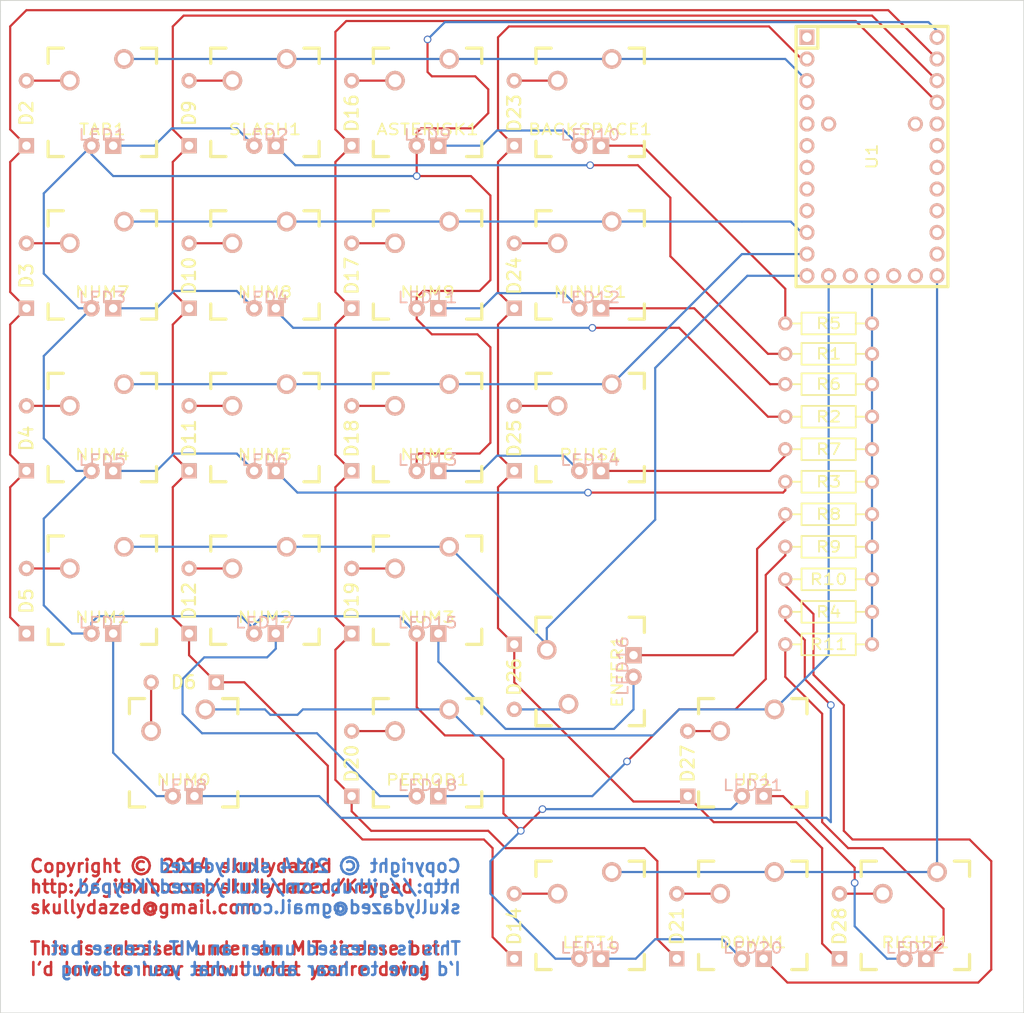
<source format=kicad_pcb>
(kicad_pcb (version 4) (host pcbnew "(2014-10-30 BZR 5239)-product")

  (general
    (links 110)
    (no_connects 0)
    (area 13.919999 13.919999 133.400001 132.130001)
    (thickness 1.6)
    (drawings 11)
    (tracks 360)
    (zones 0)
    (modules 78)
    (nets 76)
  )

  (page A4 portrait)
  (title_block
    (title "Darkstar Keypad")
    (date 11/04/2014)
    (rev 1)
    (company "Copyright © 2014 skullydazed")
    (comment 2 http://github.com/skullydazed/Keypad)
    (comment 3 skullydazed@gmail.com)
    (comment 4 "This is released under an MIT license but I'd love to hear about what you're doing")
  )

  (layers
    (0 F.Cu signal)
    (31 B.Cu signal)
    (32 B.Adhes user)
    (33 F.Adhes user)
    (34 B.Paste user)
    (35 F.Paste user)
    (36 B.SilkS user)
    (37 F.SilkS user)
    (38 B.Mask user)
    (39 F.Mask user)
    (40 Dwgs.User user)
    (41 Cmts.User user)
    (42 Eco1.User user)
    (43 Eco2.User user)
    (44 Edge.Cuts user)
  )

  (setup
    (last_trace_width 0.254)
    (trace_clearance 0.254)
    (zone_clearance 0.508)
    (zone_45_only no)
    (trace_min 0.254)
    (segment_width 0.2)
    (edge_width 0.1)
    (via_size 0.889)
    (via_drill 0.635)
    (via_min_size 0.889)
    (via_min_drill 0.508)
    (uvia_size 0.508)
    (uvia_drill 0.127)
    (uvias_allowed no)
    (uvia_min_size 0.508)
    (uvia_min_drill 0.127)
    (pcb_text_width 0.3)
    (pcb_text_size 1.5 1.5)
    (mod_edge_width 0.15)
    (mod_text_size 1 1)
    (mod_text_width 0.15)
    (pad_size 1.5 1.5)
    (pad_drill 0.6)
    (pad_to_mask_clearance 0)
    (aux_axis_origin 0 0)
    (visible_elements FFFFE63F)
    (pcbplotparams
      (layerselection 0x00030_80000001)
      (usegerberextensions true)
      (excludeedgelayer true)
      (linewidth 0.150000)
      (plotframeref false)
      (viasonmask false)
      (mode 1)
      (useauxorigin false)
      (hpglpennumber 1)
      (hpglpenspeed 20)
      (hpglpendiameter 15)
      (hpglpenoverlay 2)
      (psnegative false)
      (psa4output false)
      (plotreference true)
      (plotvalue true)
      (plotinvisibletext false)
      (padsonsilk false)
      (subtractmaskfromsilk false)
      (outputformat 1)
      (mirror false)
      (drillshape 0)
      (scaleselection 1)
      (outputdirectory ""))
  )

  (net 0 "")
  (net 1 +5v)
  (net 2 COLUMN1)
  (net 3 COLUMN2)
  (net 4 COLUMN3)
  (net 5 COLUMN4)
  (net 6 GND)
  (net 7 ROW1)
  (net 8 ROW2)
  (net 9 ROW3)
  (net 10 ROW4)
  (net 11 ROW5)
  (net 12 ROW6)
  (net 13 "Net-(BACKSPACE1-Pad2)")
  (net 14 "Net-(D2-Pad1)")
  (net 15 "Net-(D3-Pad1)")
  (net 16 "Net-(D4-Pad1)")
  (net 17 "Net-(D5-Pad1)")
  (net 18 "Net-(D6-Pad1)")
  (net 19 "Net-(D9-Pad1)")
  (net 20 "Net-(D10-Pad1)")
  (net 21 "Net-(D11-Pad1)")
  (net 22 "Net-(D12-Pad1)")
  (net 23 "Net-(D14-Pad1)")
  (net 24 "Net-(D17-Pad1)")
  (net 25 "Net-(D18-Pad1)")
  (net 26 "Net-(D19-Pad1)")
  (net 27 "Net-(D20-Pad1)")
  (net 28 "Net-(D21-Pad1)")
  (net 29 "Net-(D24-Pad1)")
  (net 30 "Net-(D25-Pad1)")
  (net 31 "Net-(D26-Pad1)")
  (net 32 "Net-(D27-Pad1)")
  (net 33 "Net-(D28-Pad1)")
  (net 34 "Net-(LED1-Pad2)")
  (net 35 "Net-(LED2-Pad2)")
  (net 36 "Net-(LED3-Pad2)")
  (net 37 "Net-(LED4-Pad2)")
  (net 38 "Net-(LED5-Pad2)")
  (net 39 "Net-(LED6-Pad2)")
  (net 40 "Net-(LED7-Pad2)")
  (net 41 "Net-(LED8-Pad2)")
  (net 42 "Net-(LED10-Pad1)")
  (net 43 "Net-(LED10-Pad2)")
  (net 44 "Net-(LED11-Pad2)")
  (net 45 "Net-(LED12-Pad2)")
  (net 46 "Net-(LED13-Pad2)")
  (net 47 "Net-(LED14-Pad2)")
  (net 48 "Net-(LED15-Pad2)")
  (net 49 "Net-(LED16-Pad2)")
  (net 50 "Net-(LED17-Pad2)")
  (net 51 "Net-(LED18-Pad2)")
  (net 52 "Net-(LED19-Pad2)")
  (net 53 "Net-(LED20-Pad2)")
  (net 54 "Net-(LED21-Pad2)")
  (net 55 "Net-(LED22-Pad2)")
  (net 56 "Net-(U1-Pad1)")
  (net 57 "Net-(U1-Pad16)")
  (net 58 "Net-(U1-Pad21)")
  (net 59 "Net-(U1-Pad22)")
  (net 60 "Net-(U1-Pad23)")
  (net 61 "Net-(U1-Pad24)")
  (net 62 "Net-(U1-Pad25)")
  (net 63 "Net-(U1-Pad30)")
  (net 64 "Net-(U1-Pad31)")
  (net 65 "Net-(U1-Pad7)")
  (net 66 "Net-(U1-Pad9)")
  (net 67 "Net-(ASTERISK1-Pad2)")
  (net 68 "Net-(U1-Pad4)")
  (net 69 "Net-(U1-Pad5)")
  (net 70 "Net-(U1-Pad6)")
  (net 71 "Net-(U1-Pad8)")
  (net 72 "Net-(U1-Pad17)")
  (net 73 "Net-(U1-Pad19)")
  (net 74 "Net-(U1-Pad20)")
  (net 75 "Net-(U1-Pad14)")

  (net_class Default "This is the default net class."
    (clearance 0.254)
    (trace_width 0.254)
    (via_dia 0.889)
    (via_drill 0.635)
    (uvia_dia 0.508)
    (uvia_drill 0.127)
    (add_net +5v)
    (add_net COLUMN1)
    (add_net COLUMN2)
    (add_net COLUMN3)
    (add_net COLUMN4)
    (add_net GND)
    (add_net "Net-(ASTERISK1-Pad2)")
    (add_net "Net-(BACKSPACE1-Pad2)")
    (add_net "Net-(D10-Pad1)")
    (add_net "Net-(D11-Pad1)")
    (add_net "Net-(D12-Pad1)")
    (add_net "Net-(D14-Pad1)")
    (add_net "Net-(D17-Pad1)")
    (add_net "Net-(D18-Pad1)")
    (add_net "Net-(D19-Pad1)")
    (add_net "Net-(D2-Pad1)")
    (add_net "Net-(D20-Pad1)")
    (add_net "Net-(D21-Pad1)")
    (add_net "Net-(D24-Pad1)")
    (add_net "Net-(D25-Pad1)")
    (add_net "Net-(D26-Pad1)")
    (add_net "Net-(D27-Pad1)")
    (add_net "Net-(D28-Pad1)")
    (add_net "Net-(D3-Pad1)")
    (add_net "Net-(D4-Pad1)")
    (add_net "Net-(D5-Pad1)")
    (add_net "Net-(D6-Pad1)")
    (add_net "Net-(D9-Pad1)")
    (add_net "Net-(LED1-Pad2)")
    (add_net "Net-(LED10-Pad1)")
    (add_net "Net-(LED10-Pad2)")
    (add_net "Net-(LED11-Pad2)")
    (add_net "Net-(LED12-Pad2)")
    (add_net "Net-(LED13-Pad2)")
    (add_net "Net-(LED14-Pad2)")
    (add_net "Net-(LED15-Pad2)")
    (add_net "Net-(LED16-Pad2)")
    (add_net "Net-(LED17-Pad2)")
    (add_net "Net-(LED18-Pad2)")
    (add_net "Net-(LED19-Pad2)")
    (add_net "Net-(LED2-Pad2)")
    (add_net "Net-(LED20-Pad2)")
    (add_net "Net-(LED21-Pad2)")
    (add_net "Net-(LED22-Pad2)")
    (add_net "Net-(LED3-Pad2)")
    (add_net "Net-(LED4-Pad2)")
    (add_net "Net-(LED5-Pad2)")
    (add_net "Net-(LED6-Pad2)")
    (add_net "Net-(LED7-Pad2)")
    (add_net "Net-(LED8-Pad2)")
    (add_net "Net-(U1-Pad1)")
    (add_net "Net-(U1-Pad14)")
    (add_net "Net-(U1-Pad16)")
    (add_net "Net-(U1-Pad17)")
    (add_net "Net-(U1-Pad19)")
    (add_net "Net-(U1-Pad20)")
    (add_net "Net-(U1-Pad21)")
    (add_net "Net-(U1-Pad22)")
    (add_net "Net-(U1-Pad23)")
    (add_net "Net-(U1-Pad24)")
    (add_net "Net-(U1-Pad25)")
    (add_net "Net-(U1-Pad30)")
    (add_net "Net-(U1-Pad31)")
    (add_net "Net-(U1-Pad4)")
    (add_net "Net-(U1-Pad5)")
    (add_net "Net-(U1-Pad6)")
    (add_net "Net-(U1-Pad7)")
    (add_net "Net-(U1-Pad8)")
    (add_net "Net-(U1-Pad9)")
    (add_net ROW1)
    (add_net ROW2)
    (add_net ROW3)
    (add_net ROW4)
    (add_net ROW5)
    (add_net ROW6)
  )

  (module TEENSY_2.0 (layer F.Cu) (tedit 4FDC31C8) (tstamp 54585CD4)
    (at 148.336 92.202 270)
    (path /54544629)
    (fp_text reference U1 (at 0 0 270) (layer F.SilkS)
      (effects (font (size 1.27 1.524) (thickness 0.2032)))
    )
    (fp_text value TEENSY2.0 (at 0 0 270) (layer F.SilkS) hide
      (effects (font (size 1.27 1.524) (thickness 0.2032)))
    )
    (fp_line (start -15.24 -8.89) (end -15.24 8.89) (layer F.SilkS) (width 0.381))
    (fp_line (start -15.24 8.89) (end 15.24 8.89) (layer F.SilkS) (width 0.381))
    (fp_line (start 15.24 8.89) (end 15.24 -8.89) (layer F.SilkS) (width 0.381))
    (fp_line (start 15.24 -8.89) (end -15.24 -8.89) (layer F.SilkS) (width 0.381))
    (fp_line (start -15.24 6.35) (end -12.7 6.35) (layer F.SilkS) (width 0.381))
    (fp_line (start -12.7 6.35) (end -12.7 8.89) (layer F.SilkS) (width 0.381))
    (pad 1 thru_hole rect (at -13.97 7.62 270) (size 1.7526 1.7526) (drill 1.0922) (layers *.Cu *.SilkS *.Mask)
      (net 56 "Net-(U1-Pad1)"))
    (pad 2 thru_hole circle (at -11.43 7.62 270) (size 1.7526 1.7526) (drill 1.0922) (layers *.Cu *.SilkS *.Mask)
      (net 5 COLUMN4))
    (pad 3 thru_hole circle (at -8.89 7.62 270) (size 1.7526 1.7526) (drill 1.0922) (layers *.Cu *.SilkS *.Mask)
      (net 7 ROW1))
    (pad 4 thru_hole circle (at -6.35 7.62 270) (size 1.7526 1.7526) (drill 1.0922) (layers *.Cu *.SilkS *.Mask)
      (net 68 "Net-(U1-Pad4)"))
    (pad 5 thru_hole circle (at -3.81 7.62 270) (size 1.7526 1.7526) (drill 1.0922) (layers *.Cu *.SilkS *.Mask)
      (net 69 "Net-(U1-Pad5)"))
    (pad 6 thru_hole circle (at -1.27 7.62 270) (size 1.7526 1.7526) (drill 1.0922) (layers *.Cu *.SilkS *.Mask)
      (net 70 "Net-(U1-Pad6)"))
    (pad 7 thru_hole circle (at 1.27 7.62 270) (size 1.7526 1.7526) (drill 1.0922) (layers *.Cu *.SilkS *.Mask)
      (net 65 "Net-(U1-Pad7)"))
    (pad 8 thru_hole circle (at 3.81 7.62 270) (size 1.7526 1.7526) (drill 1.0922) (layers *.Cu *.SilkS *.Mask)
      (net 71 "Net-(U1-Pad8)"))
    (pad 9 thru_hole circle (at 6.35 7.62 270) (size 1.7526 1.7526) (drill 1.0922) (layers *.Cu *.SilkS *.Mask)
      (net 66 "Net-(U1-Pad9)"))
    (pad 10 thru_hole circle (at 8.89 7.62 270) (size 1.7526 1.7526) (drill 1.0922) (layers *.Cu *.SilkS *.Mask)
      (net 8 ROW2))
    (pad 11 thru_hole circle (at 11.43 7.62 270) (size 1.7526 1.7526) (drill 1.0922) (layers *.Cu *.SilkS *.Mask)
      (net 9 ROW3))
    (pad 12 thru_hole circle (at 13.97 7.62 270) (size 1.7526 1.7526) (drill 1.0922) (layers *.Cu *.SilkS *.Mask)
      (net 10 ROW4))
    (pad 13 thru_hole circle (at 13.97 5.08 180) (size 1.7526 1.7526) (drill 1.0922) (layers *.Cu *.SilkS *.Mask)
      (net 11 ROW5))
    (pad 14 thru_hole circle (at 13.97 2.54 180) (size 1.7526 1.7526) (drill 1.0922) (layers *.Cu *.SilkS *.Mask)
      (net 75 "Net-(U1-Pad14)"))
    (pad 15 thru_hole circle (at 13.97 0 180) (size 1.7526 1.7526) (drill 1.0922) (layers *.Cu *.SilkS *.Mask)
      (net 6 GND))
    (pad 16 thru_hole circle (at 13.97 -2.54 180) (size 1.7526 1.7526) (drill 1.0922) (layers *.Cu *.SilkS *.Mask)
      (net 57 "Net-(U1-Pad16)"))
    (pad 17 thru_hole circle (at 13.97 -5.08 180) (size 1.7526 1.7526) (drill 1.0922) (layers *.Cu *.SilkS *.Mask)
      (net 72 "Net-(U1-Pad17)"))
    (pad 18 thru_hole circle (at 13.97 -7.62 270) (size 1.7526 1.7526) (drill 1.0922) (layers *.Cu *.SilkS *.Mask)
      (net 12 ROW6))
    (pad 19 thru_hole circle (at 11.43 -7.62 270) (size 1.7526 1.7526) (drill 1.0922) (layers *.Cu *.SilkS *.Mask)
      (net 73 "Net-(U1-Pad19)"))
    (pad 20 thru_hole circle (at 8.89 -7.62 270) (size 1.7526 1.7526) (drill 1.0922) (layers *.Cu *.SilkS *.Mask)
      (net 74 "Net-(U1-Pad20)"))
    (pad 21 thru_hole circle (at 6.35 -7.62 270) (size 1.7526 1.7526) (drill 1.0922) (layers *.Cu *.SilkS *.Mask)
      (net 58 "Net-(U1-Pad21)"))
    (pad 22 thru_hole circle (at 3.81 -7.62 270) (size 1.7526 1.7526) (drill 1.0922) (layers *.Cu *.SilkS *.Mask)
      (net 59 "Net-(U1-Pad22)"))
    (pad 23 thru_hole circle (at 1.27 -7.62 270) (size 1.7526 1.7526) (drill 1.0922) (layers *.Cu *.SilkS *.Mask)
      (net 60 "Net-(U1-Pad23)"))
    (pad 24 thru_hole circle (at -1.27 -7.62 270) (size 1.7526 1.7526) (drill 1.0922) (layers *.Cu *.SilkS *.Mask)
      (net 61 "Net-(U1-Pad24)"))
    (pad 25 thru_hole circle (at -3.81 -7.62 270) (size 1.7526 1.7526) (drill 1.0922) (layers *.Cu *.SilkS *.Mask)
      (net 62 "Net-(U1-Pad25)"))
    (pad 26 thru_hole circle (at -6.35 -7.62 270) (size 1.7526 1.7526) (drill 1.0922) (layers *.Cu *.SilkS *.Mask)
      (net 4 COLUMN3))
    (pad 27 thru_hole circle (at -8.89 -7.62 270) (size 1.7526 1.7526) (drill 1.0922) (layers *.Cu *.SilkS *.Mask)
      (net 3 COLUMN2))
    (pad 28 thru_hole circle (at -11.43 -7.62 270) (size 1.7526 1.7526) (drill 1.0922) (layers *.Cu *.SilkS *.Mask)
      (net 2 COLUMN1))
    (pad 29 thru_hole circle (at -13.97 -7.62 270) (size 1.7526 1.7526) (drill 1.0922) (layers *.Cu *.SilkS *.Mask)
      (net 1 +5v))
    (pad 30 thru_hole circle (at -3.81 -5.08 180) (size 1.7526 1.7526) (drill 1.0922) (layers *.Cu *.SilkS *.Mask)
      (net 63 "Net-(U1-Pad30)"))
    (pad 31 thru_hole circle (at -3.81 5.08 180) (size 1.7526 1.7526) (drill 1.0922) (layers *.Cu *.SilkS *.Mask)
      (net 64 "Net-(U1-Pad31)"))
  )

  (module RESISTOR (layer F.Cu) (tedit 4E0F7A99) (tstamp 5454DBB5)
    (at 143.256 134.112)
    (path /54546B1D)
    (fp_text reference R8 (at 0 0) (layer F.SilkS)
      (effects (font (size 1.27 1.524) (thickness 0.2032)))
    )
    (fp_text value 51Ω (at 0 0) (layer F.SilkS) hide
      (effects (font (size 1.27 1.524) (thickness 0.2032)))
    )
    (fp_line (start -3.175 -1.27) (end 3.175 -1.27) (layer F.SilkS) (width 0.2032))
    (fp_line (start 3.175 -1.27) (end 3.175 1.27) (layer F.SilkS) (width 0.2032))
    (fp_line (start 3.175 1.27) (end -3.175 1.27) (layer F.SilkS) (width 0.2032))
    (fp_line (start -3.175 1.27) (end -3.175 -1.27) (layer F.SilkS) (width 0.2032))
    (fp_line (start 5.08 0) (end 3.175 0) (layer F.SilkS) (width 0.2032))
    (fp_line (start -5.08 0) (end -3.175 0) (layer F.SilkS) (width 0.2032))
    (pad 1 thru_hole circle (at -5.08 0) (size 1.651 1.651) (drill 0.9906) (layers *.Cu *.SilkS *.Mask)
      (net 49 "Net-(LED16-Pad2)"))
    (pad 2 thru_hole circle (at 5.08 0) (size 1.651 1.651) (drill 0.9906) (layers *.Cu *.SilkS *.Mask)
      (net 6 GND))
  )

  (module RESISTOR (layer F.Cu) (tedit 4E0F7A99) (tstamp 5454DBC1)
    (at 143.256 126.492)
    (path /54546B0B)
    (fp_text reference R7 (at 0 0) (layer F.SilkS)
      (effects (font (size 1.27 1.524) (thickness 0.2032)))
    )
    (fp_text value 51Ω (at 0 0) (layer F.SilkS) hide
      (effects (font (size 1.27 1.524) (thickness 0.2032)))
    )
    (fp_line (start -3.175 -1.27) (end 3.175 -1.27) (layer F.SilkS) (width 0.2032))
    (fp_line (start 3.175 -1.27) (end 3.175 1.27) (layer F.SilkS) (width 0.2032))
    (fp_line (start 3.175 1.27) (end -3.175 1.27) (layer F.SilkS) (width 0.2032))
    (fp_line (start -3.175 1.27) (end -3.175 -1.27) (layer F.SilkS) (width 0.2032))
    (fp_line (start 5.08 0) (end 3.175 0) (layer F.SilkS) (width 0.2032))
    (fp_line (start -5.08 0) (end -3.175 0) (layer F.SilkS) (width 0.2032))
    (pad 1 thru_hole circle (at -5.08 0) (size 1.651 1.651) (drill 0.9906) (layers *.Cu *.SilkS *.Mask)
      (net 47 "Net-(LED14-Pad2)"))
    (pad 2 thru_hole circle (at 5.08 0) (size 1.651 1.651) (drill 0.9906) (layers *.Cu *.SilkS *.Mask)
      (net 6 GND))
  )

  (module RESISTOR (layer F.Cu) (tedit 4E0F7A99) (tstamp 5454DBCD)
    (at 143.256 118.872)
    (path /54546AF9)
    (fp_text reference R6 (at 0 0) (layer F.SilkS)
      (effects (font (size 1.27 1.524) (thickness 0.2032)))
    )
    (fp_text value 51Ω (at 0 0) (layer F.SilkS) hide
      (effects (font (size 1.27 1.524) (thickness 0.2032)))
    )
    (fp_line (start -3.175 -1.27) (end 3.175 -1.27) (layer F.SilkS) (width 0.2032))
    (fp_line (start 3.175 -1.27) (end 3.175 1.27) (layer F.SilkS) (width 0.2032))
    (fp_line (start 3.175 1.27) (end -3.175 1.27) (layer F.SilkS) (width 0.2032))
    (fp_line (start -3.175 1.27) (end -3.175 -1.27) (layer F.SilkS) (width 0.2032))
    (fp_line (start 5.08 0) (end 3.175 0) (layer F.SilkS) (width 0.2032))
    (fp_line (start -5.08 0) (end -3.175 0) (layer F.SilkS) (width 0.2032))
    (pad 1 thru_hole circle (at -5.08 0) (size 1.651 1.651) (drill 0.9906) (layers *.Cu *.SilkS *.Mask)
      (net 45 "Net-(LED12-Pad2)"))
    (pad 2 thru_hole circle (at 5.08 0) (size 1.651 1.651) (drill 0.9906) (layers *.Cu *.SilkS *.Mask)
      (net 6 GND))
  )

  (module RESISTOR (layer F.Cu) (tedit 4E0F7A99) (tstamp 5454DBD9)
    (at 143.256 111.76)
    (path /54546AE7)
    (fp_text reference R5 (at 0 0) (layer F.SilkS)
      (effects (font (size 1.27 1.524) (thickness 0.2032)))
    )
    (fp_text value 51Ω (at 0 0) (layer F.SilkS) hide
      (effects (font (size 1.27 1.524) (thickness 0.2032)))
    )
    (fp_line (start -3.175 -1.27) (end 3.175 -1.27) (layer F.SilkS) (width 0.2032))
    (fp_line (start 3.175 -1.27) (end 3.175 1.27) (layer F.SilkS) (width 0.2032))
    (fp_line (start 3.175 1.27) (end -3.175 1.27) (layer F.SilkS) (width 0.2032))
    (fp_line (start -3.175 1.27) (end -3.175 -1.27) (layer F.SilkS) (width 0.2032))
    (fp_line (start 5.08 0) (end 3.175 0) (layer F.SilkS) (width 0.2032))
    (fp_line (start -5.08 0) (end -3.175 0) (layer F.SilkS) (width 0.2032))
    (pad 1 thru_hole circle (at -5.08 0) (size 1.651 1.651) (drill 0.9906) (layers *.Cu *.SilkS *.Mask)
      (net 43 "Net-(LED10-Pad2)"))
    (pad 2 thru_hole circle (at 5.08 0) (size 1.651 1.651) (drill 0.9906) (layers *.Cu *.SilkS *.Mask)
      (net 6 GND))
  )

  (module RESISTOR (layer F.Cu) (tedit 4E0F7A99) (tstamp 5454DBE5)
    (at 143.256 145.542)
    (path /54546541)
    (fp_text reference R4 (at 0 0) (layer F.SilkS)
      (effects (font (size 1.27 1.524) (thickness 0.2032)))
    )
    (fp_text value 51Ω (at 0 0) (layer F.SilkS) hide
      (effects (font (size 1.27 1.524) (thickness 0.2032)))
    )
    (fp_line (start -3.175 -1.27) (end 3.175 -1.27) (layer F.SilkS) (width 0.2032))
    (fp_line (start 3.175 -1.27) (end 3.175 1.27) (layer F.SilkS) (width 0.2032))
    (fp_line (start 3.175 1.27) (end -3.175 1.27) (layer F.SilkS) (width 0.2032))
    (fp_line (start -3.175 1.27) (end -3.175 -1.27) (layer F.SilkS) (width 0.2032))
    (fp_line (start 5.08 0) (end 3.175 0) (layer F.SilkS) (width 0.2032))
    (fp_line (start -5.08 0) (end -3.175 0) (layer F.SilkS) (width 0.2032))
    (pad 1 thru_hole circle (at -5.08 0) (size 1.651 1.651) (drill 0.9906) (layers *.Cu *.SilkS *.Mask)
      (net 41 "Net-(LED8-Pad2)"))
    (pad 2 thru_hole circle (at 5.08 0) (size 1.651 1.651) (drill 0.9906) (layers *.Cu *.SilkS *.Mask)
      (net 6 GND))
  )

  (module RESISTOR (layer F.Cu) (tedit 4E0F7A99) (tstamp 5454DBF1)
    (at 143.256 130.302)
    (path /5454652F)
    (fp_text reference R3 (at 0 0) (layer F.SilkS)
      (effects (font (size 1.27 1.524) (thickness 0.2032)))
    )
    (fp_text value 51Ω (at 0 0) (layer F.SilkS) hide
      (effects (font (size 1.27 1.524) (thickness 0.2032)))
    )
    (fp_line (start -3.175 -1.27) (end 3.175 -1.27) (layer F.SilkS) (width 0.2032))
    (fp_line (start 3.175 -1.27) (end 3.175 1.27) (layer F.SilkS) (width 0.2032))
    (fp_line (start 3.175 1.27) (end -3.175 1.27) (layer F.SilkS) (width 0.2032))
    (fp_line (start -3.175 1.27) (end -3.175 -1.27) (layer F.SilkS) (width 0.2032))
    (fp_line (start 5.08 0) (end 3.175 0) (layer F.SilkS) (width 0.2032))
    (fp_line (start -5.08 0) (end -3.175 0) (layer F.SilkS) (width 0.2032))
    (pad 1 thru_hole circle (at -5.08 0) (size 1.651 1.651) (drill 0.9906) (layers *.Cu *.SilkS *.Mask)
      (net 39 "Net-(LED6-Pad2)"))
    (pad 2 thru_hole circle (at 5.08 0) (size 1.651 1.651) (drill 0.9906) (layers *.Cu *.SilkS *.Mask)
      (net 6 GND))
  )

  (module RESISTOR (layer F.Cu) (tedit 5454E5FD) (tstamp 5454DBFD)
    (at 143.256 122.682)
    (path /54546445)
    (fp_text reference R2 (at 0 0) (layer F.SilkS)
      (effects (font (size 1.27 1.524) (thickness 0.2032)))
    )
    (fp_text value 51Ω (at 0 0) (layer F.SilkS) hide
      (effects (font (size 1.27 1.524) (thickness 0.2032)))
    )
    (fp_line (start -3.175 -1.27) (end 3.175 -1.27) (layer F.SilkS) (width 0.2032))
    (fp_line (start 3.175 -1.27) (end 3.175 1.27) (layer F.SilkS) (width 0.2032))
    (fp_line (start 3.175 1.27) (end -3.175 1.27) (layer F.SilkS) (width 0.2032))
    (fp_line (start -3.175 1.27) (end -3.175 -1.27) (layer F.SilkS) (width 0.2032))
    (fp_line (start 5.08 0) (end 3.175 0) (layer F.SilkS) (width 0.2032))
    (fp_line (start -5.08 0) (end -3.175 0) (layer F.SilkS) (width 0.2032))
    (pad 1 thru_hole circle (at -5.08 0) (size 1.651 1.651) (drill 0.9906) (layers *.Cu *.SilkS *.Mask)
      (net 37 "Net-(LED4-Pad2)"))
    (pad 2 thru_hole circle (at 5.08 0) (size 1.651 1.651) (drill 0.9906) (layers *.Cu *.SilkS *.Mask)
      (net 6 GND))
  )

  (module RESISTOR (layer F.Cu) (tedit 4E0F7A99) (tstamp 5454DC09)
    (at 143.256 115.316)
    (path /54546131)
    (fp_text reference R1 (at 0 0) (layer F.SilkS)
      (effects (font (size 1.27 1.524) (thickness 0.2032)))
    )
    (fp_text value 51Ω (at 0 0) (layer F.SilkS) hide
      (effects (font (size 1.27 1.524) (thickness 0.2032)))
    )
    (fp_line (start -3.175 -1.27) (end 3.175 -1.27) (layer F.SilkS) (width 0.2032))
    (fp_line (start 3.175 -1.27) (end 3.175 1.27) (layer F.SilkS) (width 0.2032))
    (fp_line (start 3.175 1.27) (end -3.175 1.27) (layer F.SilkS) (width 0.2032))
    (fp_line (start -3.175 1.27) (end -3.175 -1.27) (layer F.SilkS) (width 0.2032))
    (fp_line (start 5.08 0) (end 3.175 0) (layer F.SilkS) (width 0.2032))
    (fp_line (start -5.08 0) (end -3.175 0) (layer F.SilkS) (width 0.2032))
    (pad 1 thru_hole circle (at -5.08 0) (size 1.651 1.651) (drill 0.9906) (layers *.Cu *.SilkS *.Mask)
      (net 35 "Net-(LED2-Pad2)"))
    (pad 2 thru_hole circle (at 5.08 0) (size 1.651 1.651) (drill 0.9906) (layers *.Cu *.SilkS *.Mask)
      (net 6 GND))
  )

  (module CHERRY_PCB_200V (layer F.Cu) (tedit 4FDE2A7B) (tstamp 5454E39E)
    (at 115.316 152.527)
    (path /54540C09)
    (fp_text reference ENTER1 (at 3.175 0 90) (layer F.SilkS)
      (effects (font (size 1.27 1.524) (thickness 0.2032)))
    )
    (fp_text value SW_PUSH (at 0 5.08 90) (layer F.SilkS) hide
      (effects (font (size 1.27 1.524) (thickness 0.2032)))
    )
    (fp_text user 2.00u (at -5.715 17.78) (layer Dwgs.User)
      (effects (font (thickness 0.3048)))
    )
    (fp_line (start -6.35 6.35) (end -6.35 -6.35) (layer Cmts.User) (width 0.1524))
    (fp_line (start -6.35 -6.35) (end 6.35 -6.35) (layer Cmts.User) (width 0.1524))
    (fp_line (start 6.35 -6.35) (end 6.35 6.35) (layer Cmts.User) (width 0.1524))
    (fp_line (start 6.35 6.35) (end -6.35 6.35) (layer Cmts.User) (width 0.1524))
    (fp_line (start -9.398 18.923) (end -9.398 -18.923) (layer Dwgs.User) (width 0.1524))
    (fp_line (start -9.398 -18.923) (end 9.398 -18.923) (layer Dwgs.User) (width 0.1524))
    (fp_line (start 9.398 -18.923) (end 9.398 18.923) (layer Dwgs.User) (width 0.1524))
    (fp_line (start 9.398 18.923) (end -9.398 18.923) (layer Dwgs.User) (width 0.1524))
    (fp_line (start -6.35 -6.35) (end -4.572 -6.35) (layer F.SilkS) (width 0.381))
    (fp_line (start 4.572 -6.35) (end 6.35 -6.35) (layer F.SilkS) (width 0.381))
    (fp_line (start 6.35 -6.35) (end 6.35 -4.572) (layer F.SilkS) (width 0.381))
    (fp_line (start 6.35 4.572) (end 6.35 6.35) (layer F.SilkS) (width 0.381))
    (fp_line (start 6.35 6.35) (end 4.572 6.35) (layer F.SilkS) (width 0.381))
    (fp_line (start -4.572 6.35) (end -6.35 6.35) (layer F.SilkS) (width 0.381))
    (fp_line (start -6.35 6.35) (end -6.35 4.572) (layer F.SilkS) (width 0.381))
    (fp_line (start -6.35 -4.572) (end -6.35 -6.35) (layer F.SilkS) (width 0.381))
    (fp_line (start -6.985 6.985) (end -6.985 -6.985) (layer Eco2.User) (width 0.1524))
    (fp_line (start -6.985 -6.985) (end -4.8768 -6.985) (layer Eco2.User) (width 0.1524))
    (fp_line (start -4.8768 -6.985) (end -4.8768 -8.6106) (layer Eco2.User) (width 0.1524))
    (fp_line (start -4.8768 -8.6106) (end -5.6896 -8.6106) (layer Eco2.User) (width 0.1524))
    (fp_line (start -5.6896 -8.6106) (end -5.6896 -15.2654) (layer Eco2.User) (width 0.1524))
    (fp_line (start -5.6896 -15.2654) (end -2.286 -15.2654) (layer Eco2.User) (width 0.1524))
    (fp_line (start -2.286 -15.2654) (end -2.286 -16.129) (layer Eco2.User) (width 0.1524))
    (fp_line (start -2.286 -16.129) (end 0.508 -16.129) (layer Eco2.User) (width 0.1524))
    (fp_line (start 0.508 -16.129) (end 0.508 -15.2654) (layer Eco2.User) (width 0.1524))
    (fp_line (start 0.508 -15.2654) (end 6.604 -15.2654) (layer Eco2.User) (width 0.1524))
    (fp_line (start 6.604 -15.2654) (end 6.604 -14.224) (layer Eco2.User) (width 0.1524))
    (fp_line (start 6.604 -14.224) (end 7.7724 -14.224) (layer Eco2.User) (width 0.1524))
    (fp_line (start 7.7724 -14.224) (end 7.7724 -9.652) (layer Eco2.User) (width 0.1524))
    (fp_line (start 7.7724 -9.652) (end 6.604 -9.652) (layer Eco2.User) (width 0.1524))
    (fp_line (start 6.604 -9.652) (end 6.604 -8.6106) (layer Eco2.User) (width 0.1524))
    (fp_line (start 6.604 -8.6106) (end 5.8166 -8.6106) (layer Eco2.User) (width 0.1524))
    (fp_line (start 5.8166 -8.6106) (end 5.8166 -6.985) (layer Eco2.User) (width 0.1524))
    (fp_line (start 5.8166 -6.985) (end 6.985 -6.985) (layer Eco2.User) (width 0.1524))
    (fp_line (start 6.985 -6.985) (end 6.985 6.985) (layer Eco2.User) (width 0.1524))
    (fp_line (start 6.985 6.985) (end 5.8166 6.985) (layer Eco2.User) (width 0.1524))
    (fp_line (start 5.8166 6.985) (end 5.8166 8.6106) (layer Eco2.User) (width 0.1524))
    (fp_line (start 5.8166 8.6106) (end 6.604 8.6106) (layer Eco2.User) (width 0.1524))
    (fp_line (start 6.604 8.6106) (end 6.604 9.652) (layer Eco2.User) (width 0.1524))
    (fp_line (start 6.604 9.652) (end 7.7724 9.652) (layer Eco2.User) (width 0.1524))
    (fp_line (start 7.7724 9.652) (end 7.7724 14.224) (layer Eco2.User) (width 0.1524))
    (fp_line (start 7.7724 14.224) (end 6.604 14.224) (layer Eco2.User) (width 0.1524))
    (fp_line (start 6.604 14.224) (end 6.604 15.2654) (layer Eco2.User) (width 0.1524))
    (fp_line (start 6.604 15.2654) (end 0.508 15.2654) (layer Eco2.User) (width 0.1524))
    (fp_line (start 0.508 15.2654) (end 0.508 16.129) (layer Eco2.User) (width 0.1524))
    (fp_line (start 0.508 16.129) (end -2.286 16.129) (layer Eco2.User) (width 0.1524))
    (fp_line (start -2.286 16.129) (end -2.286 15.2654) (layer Eco2.User) (width 0.1524))
    (fp_line (start -2.286 15.2654) (end -5.6896 15.2654) (layer Eco2.User) (width 0.1524))
    (fp_line (start -5.6896 15.2654) (end -5.6896 8.6106) (layer Eco2.User) (width 0.1524))
    (fp_line (start -5.6896 8.6106) (end -4.8768 8.6106) (layer Eco2.User) (width 0.1524))
    (fp_line (start -4.8768 8.6106) (end -4.8768 6.985) (layer Eco2.User) (width 0.1524))
    (fp_line (start -4.8768 6.985) (end -6.985 6.985) (layer Eco2.User) (width 0.1524))
    (fp_line (start -7.62 -15.367) (end -7.62 -8.509) (layer Cmts.User) (width 0.1524))
    (fp_line (start -7.62 -8.509) (end 7.62 -8.509) (layer Cmts.User) (width 0.1524))
    (fp_line (start 7.62 -8.509) (end 7.62 8.509) (layer Cmts.User) (width 0.1524))
    (fp_line (start 7.62 8.509) (end -7.62 8.509) (layer Cmts.User) (width 0.1524))
    (fp_line (start -7.62 8.509) (end -7.62 15.367) (layer Cmts.User) (width 0.1524))
    (fp_line (start -7.62 15.367) (end 10.16 15.367) (layer Cmts.User) (width 0.1524))
    (fp_line (start 10.16 15.367) (end 10.16 -15.367) (layer Cmts.User) (width 0.1524))
    (fp_line (start 10.16 -15.367) (end -7.62 -15.367) (layer Cmts.User) (width 0.1524))
    (pad 1 thru_hole circle (at -5.08 -2.54 90) (size 2.286 2.286) (drill 1.4986) (layers *.Cu *.SilkS *.Mask)
      (net 10 ROW4))
    (pad 2 thru_hole circle (at -2.54 3.81 90) (size 2.286 2.286) (drill 1.4986) (layers *.Cu *.SilkS *.Mask)
      (net 31 "Net-(D26-Pad1)"))
    (pad HOLE np_thru_hole circle (at 0 0 90) (size 3.9878 3.9878) (drill 3.9878) (layers *.Cu))
    (pad HOLE np_thru_hole circle (at 0 5.08 90) (size 1.7018 1.7018) (drill 1.7018) (layers *.Cu))
    (pad HOLE np_thru_hole circle (at 0 -5.08 90) (size 1.7018 1.7018) (drill 1.7018) (layers *.Cu))
    (pad HOLE np_thru_hole circle (at -6.985 11.938 90) (size 3.048 3.048) (drill 3.048) (layers *.Cu))
    (pad HOLE np_thru_hole circle (at -6.985 -11.938 90) (size 3.048 3.048) (drill 3.048) (layers *.Cu))
    (pad HOLE np_thru_hole circle (at 8.255 11.938 90) (size 3.9878 3.9878) (drill 3.9878) (layers *.Cu))
    (pad HOLE np_thru_hole circle (at 8.255 -11.938 90) (size 3.9878 3.9878) (drill 3.9878) (layers *.Cu))
  )

  (module CHERRY_PCB_200H (layer F.Cu) (tedit 4FDE2A7B) (tstamp 5454DC9D)
    (at 67.691 162.052)
    (path /54540C18)
    (fp_text reference NUM0 (at 0 3.175) (layer F.SilkS)
      (effects (font (size 1.27 1.524) (thickness 0.2032)))
    )
    (fp_text value SW_PUSH (at 0 5.08) (layer F.SilkS) hide
      (effects (font (size 1.27 1.524) (thickness 0.2032)))
    )
    (fp_text user 2.00u (at -15.24 8.255) (layer Dwgs.User)
      (effects (font (thickness 0.3048)))
    )
    (fp_line (start -6.35 -6.35) (end 6.35 -6.35) (layer Cmts.User) (width 0.1524))
    (fp_line (start 6.35 -6.35) (end 6.35 6.35) (layer Cmts.User) (width 0.1524))
    (fp_line (start 6.35 6.35) (end -6.35 6.35) (layer Cmts.User) (width 0.1524))
    (fp_line (start -6.35 6.35) (end -6.35 -6.35) (layer Cmts.User) (width 0.1524))
    (fp_line (start -18.923 -9.398) (end 18.923 -9.398) (layer Dwgs.User) (width 0.1524))
    (fp_line (start 18.923 -9.398) (end 18.923 9.398) (layer Dwgs.User) (width 0.1524))
    (fp_line (start 18.923 9.398) (end -18.923 9.398) (layer Dwgs.User) (width 0.1524))
    (fp_line (start -18.923 9.398) (end -18.923 -9.398) (layer Dwgs.User) (width 0.1524))
    (fp_line (start -6.35 -6.35) (end -4.572 -6.35) (layer F.SilkS) (width 0.381))
    (fp_line (start 4.572 -6.35) (end 6.35 -6.35) (layer F.SilkS) (width 0.381))
    (fp_line (start 6.35 -6.35) (end 6.35 -4.572) (layer F.SilkS) (width 0.381))
    (fp_line (start 6.35 4.572) (end 6.35 6.35) (layer F.SilkS) (width 0.381))
    (fp_line (start 6.35 6.35) (end 4.572 6.35) (layer F.SilkS) (width 0.381))
    (fp_line (start -4.572 6.35) (end -6.35 6.35) (layer F.SilkS) (width 0.381))
    (fp_line (start -6.35 6.35) (end -6.35 4.572) (layer F.SilkS) (width 0.381))
    (fp_line (start -6.35 -4.572) (end -6.35 -6.35) (layer F.SilkS) (width 0.381))
    (fp_line (start -6.985 -6.985) (end 6.985 -6.985) (layer Eco2.User) (width 0.1524))
    (fp_line (start 6.985 -6.985) (end 6.985 -4.8768) (layer Eco2.User) (width 0.1524))
    (fp_line (start 6.985 -4.8768) (end 8.6106 -4.8768) (layer Eco2.User) (width 0.1524))
    (fp_line (start 8.6106 -4.8768) (end 8.6106 -5.6896) (layer Eco2.User) (width 0.1524))
    (fp_line (start 8.6106 -5.6896) (end 15.2654 -5.6896) (layer Eco2.User) (width 0.1524))
    (fp_line (start 15.2654 -5.6896) (end 15.2654 -2.286) (layer Eco2.User) (width 0.1524))
    (fp_line (start 15.2654 -2.286) (end 16.129 -2.286) (layer Eco2.User) (width 0.1524))
    (fp_line (start 16.129 -2.286) (end 16.129 0.508) (layer Eco2.User) (width 0.1524))
    (fp_line (start 16.129 0.508) (end 15.2654 0.508) (layer Eco2.User) (width 0.1524))
    (fp_line (start 15.2654 0.508) (end 15.2654 6.604) (layer Eco2.User) (width 0.1524))
    (fp_line (start 15.2654 6.604) (end 14.224 6.604) (layer Eco2.User) (width 0.1524))
    (fp_line (start 14.224 6.604) (end 14.224 7.7724) (layer Eco2.User) (width 0.1524))
    (fp_line (start 14.224 7.7724) (end 9.652 7.7724) (layer Eco2.User) (width 0.1524))
    (fp_line (start 9.652 7.7724) (end 9.652 6.604) (layer Eco2.User) (width 0.1524))
    (fp_line (start 9.652 6.604) (end 8.6106 6.604) (layer Eco2.User) (width 0.1524))
    (fp_line (start 8.6106 6.604) (end 8.6106 5.8166) (layer Eco2.User) (width 0.1524))
    (fp_line (start 8.6106 5.8166) (end 6.985 5.8166) (layer Eco2.User) (width 0.1524))
    (fp_line (start 6.985 5.8166) (end 6.985 6.985) (layer Eco2.User) (width 0.1524))
    (fp_line (start 6.985 6.985) (end -6.985 6.985) (layer Eco2.User) (width 0.1524))
    (fp_line (start -6.985 6.985) (end -6.985 5.8166) (layer Eco2.User) (width 0.1524))
    (fp_line (start -6.985 5.8166) (end -8.6106 5.8166) (layer Eco2.User) (width 0.1524))
    (fp_line (start -8.6106 5.8166) (end -8.6106 6.604) (layer Eco2.User) (width 0.1524))
    (fp_line (start -8.6106 6.604) (end -9.652 6.604) (layer Eco2.User) (width 0.1524))
    (fp_line (start -9.652 6.604) (end -9.652 7.7724) (layer Eco2.User) (width 0.1524))
    (fp_line (start -9.652 7.7724) (end -14.224 7.7724) (layer Eco2.User) (width 0.1524))
    (fp_line (start -14.224 7.7724) (end -14.224 6.604) (layer Eco2.User) (width 0.1524))
    (fp_line (start -14.224 6.604) (end -15.2654 6.604) (layer Eco2.User) (width 0.1524))
    (fp_line (start -15.2654 6.604) (end -15.2654 0.508) (layer Eco2.User) (width 0.1524))
    (fp_line (start -15.2654 0.508) (end -16.129 0.508) (layer Eco2.User) (width 0.1524))
    (fp_line (start -16.129 0.508) (end -16.129 -2.286) (layer Eco2.User) (width 0.1524))
    (fp_line (start -16.129 -2.286) (end -15.2654 -2.286) (layer Eco2.User) (width 0.1524))
    (fp_line (start -15.2654 -2.286) (end -15.2654 -5.6896) (layer Eco2.User) (width 0.1524))
    (fp_line (start -15.2654 -5.6896) (end -8.6106 -5.6896) (layer Eco2.User) (width 0.1524))
    (fp_line (start -8.6106 -5.6896) (end -8.6106 -4.8768) (layer Eco2.User) (width 0.1524))
    (fp_line (start -8.6106 -4.8768) (end -6.985 -4.8768) (layer Eco2.User) (width 0.1524))
    (fp_line (start -6.985 -4.8768) (end -6.985 -6.985) (layer Eco2.User) (width 0.1524))
    (fp_line (start 15.367 -7.62) (end 8.509 -7.62) (layer Cmts.User) (width 0.1524))
    (fp_line (start 8.509 -7.62) (end 8.509 7.62) (layer Cmts.User) (width 0.1524))
    (fp_line (start 8.509 7.62) (end -8.509 7.62) (layer Cmts.User) (width 0.1524))
    (fp_line (start -8.509 7.62) (end -8.509 -7.62) (layer Cmts.User) (width 0.1524))
    (fp_line (start -8.509 -7.62) (end -15.367 -7.62) (layer Cmts.User) (width 0.1524))
    (fp_line (start -15.367 -7.62) (end -15.367 10.16) (layer Cmts.User) (width 0.1524))
    (fp_line (start -15.367 10.16) (end 15.367 10.16) (layer Cmts.User) (width 0.1524))
    (fp_line (start 15.367 10.16) (end 15.367 -7.62) (layer Cmts.User) (width 0.1524))
    (pad 1 thru_hole circle (at 2.54 -5.08) (size 2.286 2.286) (drill 1.4986) (layers *.Cu *.SilkS *.Mask)
      (net 11 ROW5))
    (pad 2 thru_hole circle (at -3.81 -2.54) (size 2.286 2.286) (drill 1.4986) (layers *.Cu *.SilkS *.Mask)
      (net 18 "Net-(D6-Pad1)"))
    (pad HOLE np_thru_hole circle (at 0 0) (size 3.9878 3.9878) (drill 3.9878) (layers *.Cu))
    (pad HOLE np_thru_hole circle (at -5.08 0) (size 1.7018 1.7018) (drill 1.7018) (layers *.Cu))
    (pad HOLE np_thru_hole circle (at 5.08 0) (size 1.7018 1.7018) (drill 1.7018) (layers *.Cu))
    (pad HOLE np_thru_hole circle (at -11.938 -6.985) (size 3.048 3.048) (drill 3.048) (layers *.Cu))
    (pad HOLE np_thru_hole circle (at 11.938 -6.985) (size 3.048 3.048) (drill 3.048) (layers *.Cu))
    (pad HOLE np_thru_hole circle (at -11.938 8.255) (size 3.9878 3.9878) (drill 3.9878) (layers *.Cu))
    (pad HOLE np_thru_hole circle (at 11.938 8.255) (size 3.9878 3.9878) (drill 3.9878) (layers *.Cu))
  )

  (module CHERRY_PCB_100H (layer F.Cu) (tedit 4FDE2BFA) (tstamp 5454DCBB)
    (at 115.316 123.952)
    (path /5454091D)
    (fp_text reference PLUS1 (at 0 3.175) (layer F.SilkS)
      (effects (font (size 1.27 1.524) (thickness 0.2032)))
    )
    (fp_text value SW_PUSH (at 0 5.08) (layer F.SilkS) hide
      (effects (font (size 1.27 1.524) (thickness 0.2032)))
    )
    (fp_text user 1.00u (at -5.715 8.255) (layer Dwgs.User)
      (effects (font (thickness 0.3048)))
    )
    (fp_line (start -6.35 -6.35) (end 6.35 -6.35) (layer Cmts.User) (width 0.1524))
    (fp_line (start 6.35 -6.35) (end 6.35 6.35) (layer Cmts.User) (width 0.1524))
    (fp_line (start 6.35 6.35) (end -6.35 6.35) (layer Cmts.User) (width 0.1524))
    (fp_line (start -6.35 6.35) (end -6.35 -6.35) (layer Cmts.User) (width 0.1524))
    (fp_line (start -9.398 -9.398) (end 9.398 -9.398) (layer Dwgs.User) (width 0.1524))
    (fp_line (start 9.398 -9.398) (end 9.398 9.398) (layer Dwgs.User) (width 0.1524))
    (fp_line (start 9.398 9.398) (end -9.398 9.398) (layer Dwgs.User) (width 0.1524))
    (fp_line (start -9.398 9.398) (end -9.398 -9.398) (layer Dwgs.User) (width 0.1524))
    (fp_line (start -6.35 -6.35) (end -4.572 -6.35) (layer F.SilkS) (width 0.381))
    (fp_line (start 4.572 -6.35) (end 6.35 -6.35) (layer F.SilkS) (width 0.381))
    (fp_line (start 6.35 -6.35) (end 6.35 -4.572) (layer F.SilkS) (width 0.381))
    (fp_line (start 6.35 4.572) (end 6.35 6.35) (layer F.SilkS) (width 0.381))
    (fp_line (start 6.35 6.35) (end 4.572 6.35) (layer F.SilkS) (width 0.381))
    (fp_line (start -4.572 6.35) (end -6.35 6.35) (layer F.SilkS) (width 0.381))
    (fp_line (start -6.35 6.35) (end -6.35 4.572) (layer F.SilkS) (width 0.381))
    (fp_line (start -6.35 -4.572) (end -6.35 -6.35) (layer F.SilkS) (width 0.381))
    (fp_line (start -6.985 -6.985) (end 6.985 -6.985) (layer Eco2.User) (width 0.1524))
    (fp_line (start 6.985 -6.985) (end 6.985 6.985) (layer Eco2.User) (width 0.1524))
    (fp_line (start 6.985 6.985) (end -6.985 6.985) (layer Eco2.User) (width 0.1524))
    (fp_line (start -6.985 6.985) (end -6.985 -6.985) (layer Eco2.User) (width 0.1524))
    (pad 1 thru_hole circle (at 2.54 -5.08) (size 2.286 2.286) (drill 1.4986) (layers *.Cu *.SilkS *.Mask)
      (net 9 ROW3))
    (pad 2 thru_hole circle (at -3.81 -2.54) (size 2.286 2.286) (drill 1.4986) (layers *.Cu *.SilkS *.Mask)
      (net 30 "Net-(D25-Pad1)"))
    (pad HOLE np_thru_hole circle (at 0 0) (size 3.9878 3.9878) (drill 3.9878) (layers *.Cu))
    (pad HOLE np_thru_hole circle (at -5.08 0) (size 1.7018 1.7018) (drill 1.7018) (layers *.Cu))
    (pad HOLE np_thru_hole circle (at 5.08 0) (size 1.7018 1.7018) (drill 1.7018) (layers *.Cu))
  )

  (module CHERRY_PCB_100H (layer F.Cu) (tedit 4FDE2BFA) (tstamp 5454DCD9)
    (at 58.166 143.002)
    (path /54540BDC)
    (fp_text reference NUM1 (at 0 3.175) (layer F.SilkS)
      (effects (font (size 1.27 1.524) (thickness 0.2032)))
    )
    (fp_text value SW_PUSH (at 0 5.08) (layer F.SilkS) hide
      (effects (font (size 1.27 1.524) (thickness 0.2032)))
    )
    (fp_text user 1.00u (at -5.715 8.255) (layer Dwgs.User)
      (effects (font (thickness 0.3048)))
    )
    (fp_line (start -6.35 -6.35) (end 6.35 -6.35) (layer Cmts.User) (width 0.1524))
    (fp_line (start 6.35 -6.35) (end 6.35 6.35) (layer Cmts.User) (width 0.1524))
    (fp_line (start 6.35 6.35) (end -6.35 6.35) (layer Cmts.User) (width 0.1524))
    (fp_line (start -6.35 6.35) (end -6.35 -6.35) (layer Cmts.User) (width 0.1524))
    (fp_line (start -9.398 -9.398) (end 9.398 -9.398) (layer Dwgs.User) (width 0.1524))
    (fp_line (start 9.398 -9.398) (end 9.398 9.398) (layer Dwgs.User) (width 0.1524))
    (fp_line (start 9.398 9.398) (end -9.398 9.398) (layer Dwgs.User) (width 0.1524))
    (fp_line (start -9.398 9.398) (end -9.398 -9.398) (layer Dwgs.User) (width 0.1524))
    (fp_line (start -6.35 -6.35) (end -4.572 -6.35) (layer F.SilkS) (width 0.381))
    (fp_line (start 4.572 -6.35) (end 6.35 -6.35) (layer F.SilkS) (width 0.381))
    (fp_line (start 6.35 -6.35) (end 6.35 -4.572) (layer F.SilkS) (width 0.381))
    (fp_line (start 6.35 4.572) (end 6.35 6.35) (layer F.SilkS) (width 0.381))
    (fp_line (start 6.35 6.35) (end 4.572 6.35) (layer F.SilkS) (width 0.381))
    (fp_line (start -4.572 6.35) (end -6.35 6.35) (layer F.SilkS) (width 0.381))
    (fp_line (start -6.35 6.35) (end -6.35 4.572) (layer F.SilkS) (width 0.381))
    (fp_line (start -6.35 -4.572) (end -6.35 -6.35) (layer F.SilkS) (width 0.381))
    (fp_line (start -6.985 -6.985) (end 6.985 -6.985) (layer Eco2.User) (width 0.1524))
    (fp_line (start 6.985 -6.985) (end 6.985 6.985) (layer Eco2.User) (width 0.1524))
    (fp_line (start 6.985 6.985) (end -6.985 6.985) (layer Eco2.User) (width 0.1524))
    (fp_line (start -6.985 6.985) (end -6.985 -6.985) (layer Eco2.User) (width 0.1524))
    (pad 1 thru_hole circle (at 2.54 -5.08) (size 2.286 2.286) (drill 1.4986) (layers *.Cu *.SilkS *.Mask)
      (net 10 ROW4))
    (pad 2 thru_hole circle (at -3.81 -2.54) (size 2.286 2.286) (drill 1.4986) (layers *.Cu *.SilkS *.Mask)
      (net 17 "Net-(D5-Pad1)"))
    (pad HOLE np_thru_hole circle (at 0 0) (size 3.9878 3.9878) (drill 3.9878) (layers *.Cu))
    (pad HOLE np_thru_hole circle (at -5.08 0) (size 1.7018 1.7018) (drill 1.7018) (layers *.Cu))
    (pad HOLE np_thru_hole circle (at 5.08 0) (size 1.7018 1.7018) (drill 1.7018) (layers *.Cu))
  )

  (module CHERRY_PCB_100H (layer F.Cu) (tedit 4FDE2BFA) (tstamp 5454DCF7)
    (at 77.216 143.002)
    (path /54540BEB)
    (fp_text reference NUM2 (at 0 3.175) (layer F.SilkS)
      (effects (font (size 1.27 1.524) (thickness 0.2032)))
    )
    (fp_text value SW_PUSH (at 0 5.08) (layer F.SilkS) hide
      (effects (font (size 1.27 1.524) (thickness 0.2032)))
    )
    (fp_text user 1.00u (at -5.715 8.255) (layer Dwgs.User)
      (effects (font (thickness 0.3048)))
    )
    (fp_line (start -6.35 -6.35) (end 6.35 -6.35) (layer Cmts.User) (width 0.1524))
    (fp_line (start 6.35 -6.35) (end 6.35 6.35) (layer Cmts.User) (width 0.1524))
    (fp_line (start 6.35 6.35) (end -6.35 6.35) (layer Cmts.User) (width 0.1524))
    (fp_line (start -6.35 6.35) (end -6.35 -6.35) (layer Cmts.User) (width 0.1524))
    (fp_line (start -9.398 -9.398) (end 9.398 -9.398) (layer Dwgs.User) (width 0.1524))
    (fp_line (start 9.398 -9.398) (end 9.398 9.398) (layer Dwgs.User) (width 0.1524))
    (fp_line (start 9.398 9.398) (end -9.398 9.398) (layer Dwgs.User) (width 0.1524))
    (fp_line (start -9.398 9.398) (end -9.398 -9.398) (layer Dwgs.User) (width 0.1524))
    (fp_line (start -6.35 -6.35) (end -4.572 -6.35) (layer F.SilkS) (width 0.381))
    (fp_line (start 4.572 -6.35) (end 6.35 -6.35) (layer F.SilkS) (width 0.381))
    (fp_line (start 6.35 -6.35) (end 6.35 -4.572) (layer F.SilkS) (width 0.381))
    (fp_line (start 6.35 4.572) (end 6.35 6.35) (layer F.SilkS) (width 0.381))
    (fp_line (start 6.35 6.35) (end 4.572 6.35) (layer F.SilkS) (width 0.381))
    (fp_line (start -4.572 6.35) (end -6.35 6.35) (layer F.SilkS) (width 0.381))
    (fp_line (start -6.35 6.35) (end -6.35 4.572) (layer F.SilkS) (width 0.381))
    (fp_line (start -6.35 -4.572) (end -6.35 -6.35) (layer F.SilkS) (width 0.381))
    (fp_line (start -6.985 -6.985) (end 6.985 -6.985) (layer Eco2.User) (width 0.1524))
    (fp_line (start 6.985 -6.985) (end 6.985 6.985) (layer Eco2.User) (width 0.1524))
    (fp_line (start 6.985 6.985) (end -6.985 6.985) (layer Eco2.User) (width 0.1524))
    (fp_line (start -6.985 6.985) (end -6.985 -6.985) (layer Eco2.User) (width 0.1524))
    (pad 1 thru_hole circle (at 2.54 -5.08) (size 2.286 2.286) (drill 1.4986) (layers *.Cu *.SilkS *.Mask)
      (net 10 ROW4))
    (pad 2 thru_hole circle (at -3.81 -2.54) (size 2.286 2.286) (drill 1.4986) (layers *.Cu *.SilkS *.Mask)
      (net 22 "Net-(D12-Pad1)"))
    (pad HOLE np_thru_hole circle (at 0 0) (size 3.9878 3.9878) (drill 3.9878) (layers *.Cu))
    (pad HOLE np_thru_hole circle (at -5.08 0) (size 1.7018 1.7018) (drill 1.7018) (layers *.Cu))
    (pad HOLE np_thru_hole circle (at 5.08 0) (size 1.7018 1.7018) (drill 1.7018) (layers *.Cu))
  )

  (module CHERRY_PCB_100H (layer F.Cu) (tedit 4FDE2BFA) (tstamp 5454DD15)
    (at 96.266 143.002)
    (path /54540BFA)
    (fp_text reference NUM3 (at 0 3.175) (layer F.SilkS)
      (effects (font (size 1.27 1.524) (thickness 0.2032)))
    )
    (fp_text value SW_PUSH (at 0 5.08) (layer F.SilkS) hide
      (effects (font (size 1.27 1.524) (thickness 0.2032)))
    )
    (fp_text user 1.00u (at -5.715 8.255) (layer Dwgs.User)
      (effects (font (thickness 0.3048)))
    )
    (fp_line (start -6.35 -6.35) (end 6.35 -6.35) (layer Cmts.User) (width 0.1524))
    (fp_line (start 6.35 -6.35) (end 6.35 6.35) (layer Cmts.User) (width 0.1524))
    (fp_line (start 6.35 6.35) (end -6.35 6.35) (layer Cmts.User) (width 0.1524))
    (fp_line (start -6.35 6.35) (end -6.35 -6.35) (layer Cmts.User) (width 0.1524))
    (fp_line (start -9.398 -9.398) (end 9.398 -9.398) (layer Dwgs.User) (width 0.1524))
    (fp_line (start 9.398 -9.398) (end 9.398 9.398) (layer Dwgs.User) (width 0.1524))
    (fp_line (start 9.398 9.398) (end -9.398 9.398) (layer Dwgs.User) (width 0.1524))
    (fp_line (start -9.398 9.398) (end -9.398 -9.398) (layer Dwgs.User) (width 0.1524))
    (fp_line (start -6.35 -6.35) (end -4.572 -6.35) (layer F.SilkS) (width 0.381))
    (fp_line (start 4.572 -6.35) (end 6.35 -6.35) (layer F.SilkS) (width 0.381))
    (fp_line (start 6.35 -6.35) (end 6.35 -4.572) (layer F.SilkS) (width 0.381))
    (fp_line (start 6.35 4.572) (end 6.35 6.35) (layer F.SilkS) (width 0.381))
    (fp_line (start 6.35 6.35) (end 4.572 6.35) (layer F.SilkS) (width 0.381))
    (fp_line (start -4.572 6.35) (end -6.35 6.35) (layer F.SilkS) (width 0.381))
    (fp_line (start -6.35 6.35) (end -6.35 4.572) (layer F.SilkS) (width 0.381))
    (fp_line (start -6.35 -4.572) (end -6.35 -6.35) (layer F.SilkS) (width 0.381))
    (fp_line (start -6.985 -6.985) (end 6.985 -6.985) (layer Eco2.User) (width 0.1524))
    (fp_line (start 6.985 -6.985) (end 6.985 6.985) (layer Eco2.User) (width 0.1524))
    (fp_line (start 6.985 6.985) (end -6.985 6.985) (layer Eco2.User) (width 0.1524))
    (fp_line (start -6.985 6.985) (end -6.985 -6.985) (layer Eco2.User) (width 0.1524))
    (pad 1 thru_hole circle (at 2.54 -5.08) (size 2.286 2.286) (drill 1.4986) (layers *.Cu *.SilkS *.Mask)
      (net 10 ROW4))
    (pad 2 thru_hole circle (at -3.81 -2.54) (size 2.286 2.286) (drill 1.4986) (layers *.Cu *.SilkS *.Mask)
      (net 26 "Net-(D19-Pad1)"))
    (pad HOLE np_thru_hole circle (at 0 0) (size 3.9878 3.9878) (drill 3.9878) (layers *.Cu))
    (pad HOLE np_thru_hole circle (at -5.08 0) (size 1.7018 1.7018) (drill 1.7018) (layers *.Cu))
    (pad HOLE np_thru_hole circle (at 5.08 0) (size 1.7018 1.7018) (drill 1.7018) (layers *.Cu))
  )

  (module CHERRY_PCB_100H (layer F.Cu) (tedit 4FDE2BFA) (tstamp 5454DD33)
    (at 96.266 162.052)
    (path /54540C36)
    (fp_text reference PERIOD1 (at 0 3.175) (layer F.SilkS)
      (effects (font (size 1.27 1.524) (thickness 0.2032)))
    )
    (fp_text value SW_PUSH (at 0 5.08) (layer F.SilkS) hide
      (effects (font (size 1.27 1.524) (thickness 0.2032)))
    )
    (fp_text user 1.00u (at -5.715 8.255) (layer Dwgs.User)
      (effects (font (thickness 0.3048)))
    )
    (fp_line (start -6.35 -6.35) (end 6.35 -6.35) (layer Cmts.User) (width 0.1524))
    (fp_line (start 6.35 -6.35) (end 6.35 6.35) (layer Cmts.User) (width 0.1524))
    (fp_line (start 6.35 6.35) (end -6.35 6.35) (layer Cmts.User) (width 0.1524))
    (fp_line (start -6.35 6.35) (end -6.35 -6.35) (layer Cmts.User) (width 0.1524))
    (fp_line (start -9.398 -9.398) (end 9.398 -9.398) (layer Dwgs.User) (width 0.1524))
    (fp_line (start 9.398 -9.398) (end 9.398 9.398) (layer Dwgs.User) (width 0.1524))
    (fp_line (start 9.398 9.398) (end -9.398 9.398) (layer Dwgs.User) (width 0.1524))
    (fp_line (start -9.398 9.398) (end -9.398 -9.398) (layer Dwgs.User) (width 0.1524))
    (fp_line (start -6.35 -6.35) (end -4.572 -6.35) (layer F.SilkS) (width 0.381))
    (fp_line (start 4.572 -6.35) (end 6.35 -6.35) (layer F.SilkS) (width 0.381))
    (fp_line (start 6.35 -6.35) (end 6.35 -4.572) (layer F.SilkS) (width 0.381))
    (fp_line (start 6.35 4.572) (end 6.35 6.35) (layer F.SilkS) (width 0.381))
    (fp_line (start 6.35 6.35) (end 4.572 6.35) (layer F.SilkS) (width 0.381))
    (fp_line (start -4.572 6.35) (end -6.35 6.35) (layer F.SilkS) (width 0.381))
    (fp_line (start -6.35 6.35) (end -6.35 4.572) (layer F.SilkS) (width 0.381))
    (fp_line (start -6.35 -4.572) (end -6.35 -6.35) (layer F.SilkS) (width 0.381))
    (fp_line (start -6.985 -6.985) (end 6.985 -6.985) (layer Eco2.User) (width 0.1524))
    (fp_line (start 6.985 -6.985) (end 6.985 6.985) (layer Eco2.User) (width 0.1524))
    (fp_line (start 6.985 6.985) (end -6.985 6.985) (layer Eco2.User) (width 0.1524))
    (fp_line (start -6.985 6.985) (end -6.985 -6.985) (layer Eco2.User) (width 0.1524))
    (pad 1 thru_hole circle (at 2.54 -5.08) (size 2.286 2.286) (drill 1.4986) (layers *.Cu *.SilkS *.Mask)
      (net 11 ROW5))
    (pad 2 thru_hole circle (at -3.81 -2.54) (size 2.286 2.286) (drill 1.4986) (layers *.Cu *.SilkS *.Mask)
      (net 27 "Net-(D20-Pad1)"))
    (pad HOLE np_thru_hole circle (at 0 0) (size 3.9878 3.9878) (drill 3.9878) (layers *.Cu))
    (pad HOLE np_thru_hole circle (at -5.08 0) (size 1.7018 1.7018) (drill 1.7018) (layers *.Cu))
    (pad HOLE np_thru_hole circle (at 5.08 0) (size 1.7018 1.7018) (drill 1.7018) (layers *.Cu))
  )

  (module CHERRY_PCB_100H (layer F.Cu) (tedit 4FDE2BFA) (tstamp 5454DD6F)
    (at 115.316 181.102)
    (path /54542F7E)
    (fp_text reference LEFT1 (at 0 3.175) (layer F.SilkS)
      (effects (font (size 1.27 1.524) (thickness 0.2032)))
    )
    (fp_text value SW_PUSH (at 0 5.08) (layer F.SilkS) hide
      (effects (font (size 1.27 1.524) (thickness 0.2032)))
    )
    (fp_text user 1.00u (at -5.715 8.255) (layer Dwgs.User)
      (effects (font (thickness 0.3048)))
    )
    (fp_line (start -6.35 -6.35) (end 6.35 -6.35) (layer Cmts.User) (width 0.1524))
    (fp_line (start 6.35 -6.35) (end 6.35 6.35) (layer Cmts.User) (width 0.1524))
    (fp_line (start 6.35 6.35) (end -6.35 6.35) (layer Cmts.User) (width 0.1524))
    (fp_line (start -6.35 6.35) (end -6.35 -6.35) (layer Cmts.User) (width 0.1524))
    (fp_line (start -9.398 -9.398) (end 9.398 -9.398) (layer Dwgs.User) (width 0.1524))
    (fp_line (start 9.398 -9.398) (end 9.398 9.398) (layer Dwgs.User) (width 0.1524))
    (fp_line (start 9.398 9.398) (end -9.398 9.398) (layer Dwgs.User) (width 0.1524))
    (fp_line (start -9.398 9.398) (end -9.398 -9.398) (layer Dwgs.User) (width 0.1524))
    (fp_line (start -6.35 -6.35) (end -4.572 -6.35) (layer F.SilkS) (width 0.381))
    (fp_line (start 4.572 -6.35) (end 6.35 -6.35) (layer F.SilkS) (width 0.381))
    (fp_line (start 6.35 -6.35) (end 6.35 -4.572) (layer F.SilkS) (width 0.381))
    (fp_line (start 6.35 4.572) (end 6.35 6.35) (layer F.SilkS) (width 0.381))
    (fp_line (start 6.35 6.35) (end 4.572 6.35) (layer F.SilkS) (width 0.381))
    (fp_line (start -4.572 6.35) (end -6.35 6.35) (layer F.SilkS) (width 0.381))
    (fp_line (start -6.35 6.35) (end -6.35 4.572) (layer F.SilkS) (width 0.381))
    (fp_line (start -6.35 -4.572) (end -6.35 -6.35) (layer F.SilkS) (width 0.381))
    (fp_line (start -6.985 -6.985) (end 6.985 -6.985) (layer Eco2.User) (width 0.1524))
    (fp_line (start 6.985 -6.985) (end 6.985 6.985) (layer Eco2.User) (width 0.1524))
    (fp_line (start 6.985 6.985) (end -6.985 6.985) (layer Eco2.User) (width 0.1524))
    (fp_line (start -6.985 6.985) (end -6.985 -6.985) (layer Eco2.User) (width 0.1524))
    (pad 1 thru_hole circle (at 2.54 -5.08) (size 2.286 2.286) (drill 1.4986) (layers *.Cu *.SilkS *.Mask)
      (net 12 ROW6))
    (pad 2 thru_hole circle (at -3.81 -2.54) (size 2.286 2.286) (drill 1.4986) (layers *.Cu *.SilkS *.Mask)
      (net 23 "Net-(D14-Pad1)"))
    (pad HOLE np_thru_hole circle (at 0 0) (size 3.9878 3.9878) (drill 3.9878) (layers *.Cu))
    (pad HOLE np_thru_hole circle (at -5.08 0) (size 1.7018 1.7018) (drill 1.7018) (layers *.Cu))
    (pad HOLE np_thru_hole circle (at 5.08 0) (size 1.7018 1.7018) (drill 1.7018) (layers *.Cu))
  )

  (module CHERRY_PCB_100H (layer F.Cu) (tedit 4FDE2BFA) (tstamp 5454DD8D)
    (at 134.366 181.102)
    (path /54542F8D)
    (fp_text reference DOWN1 (at 0 3.175) (layer F.SilkS)
      (effects (font (size 1.27 1.524) (thickness 0.2032)))
    )
    (fp_text value SW_PUSH (at 0 5.08) (layer F.SilkS) hide
      (effects (font (size 1.27 1.524) (thickness 0.2032)))
    )
    (fp_text user 1.00u (at -5.715 8.255) (layer Dwgs.User)
      (effects (font (thickness 0.3048)))
    )
    (fp_line (start -6.35 -6.35) (end 6.35 -6.35) (layer Cmts.User) (width 0.1524))
    (fp_line (start 6.35 -6.35) (end 6.35 6.35) (layer Cmts.User) (width 0.1524))
    (fp_line (start 6.35 6.35) (end -6.35 6.35) (layer Cmts.User) (width 0.1524))
    (fp_line (start -6.35 6.35) (end -6.35 -6.35) (layer Cmts.User) (width 0.1524))
    (fp_line (start -9.398 -9.398) (end 9.398 -9.398) (layer Dwgs.User) (width 0.1524))
    (fp_line (start 9.398 -9.398) (end 9.398 9.398) (layer Dwgs.User) (width 0.1524))
    (fp_line (start 9.398 9.398) (end -9.398 9.398) (layer Dwgs.User) (width 0.1524))
    (fp_line (start -9.398 9.398) (end -9.398 -9.398) (layer Dwgs.User) (width 0.1524))
    (fp_line (start -6.35 -6.35) (end -4.572 -6.35) (layer F.SilkS) (width 0.381))
    (fp_line (start 4.572 -6.35) (end 6.35 -6.35) (layer F.SilkS) (width 0.381))
    (fp_line (start 6.35 -6.35) (end 6.35 -4.572) (layer F.SilkS) (width 0.381))
    (fp_line (start 6.35 4.572) (end 6.35 6.35) (layer F.SilkS) (width 0.381))
    (fp_line (start 6.35 6.35) (end 4.572 6.35) (layer F.SilkS) (width 0.381))
    (fp_line (start -4.572 6.35) (end -6.35 6.35) (layer F.SilkS) (width 0.381))
    (fp_line (start -6.35 6.35) (end -6.35 4.572) (layer F.SilkS) (width 0.381))
    (fp_line (start -6.35 -4.572) (end -6.35 -6.35) (layer F.SilkS) (width 0.381))
    (fp_line (start -6.985 -6.985) (end 6.985 -6.985) (layer Eco2.User) (width 0.1524))
    (fp_line (start 6.985 -6.985) (end 6.985 6.985) (layer Eco2.User) (width 0.1524))
    (fp_line (start 6.985 6.985) (end -6.985 6.985) (layer Eco2.User) (width 0.1524))
    (fp_line (start -6.985 6.985) (end -6.985 -6.985) (layer Eco2.User) (width 0.1524))
    (pad 1 thru_hole circle (at 2.54 -5.08) (size 2.286 2.286) (drill 1.4986) (layers *.Cu *.SilkS *.Mask)
      (net 12 ROW6))
    (pad 2 thru_hole circle (at -3.81 -2.54) (size 2.286 2.286) (drill 1.4986) (layers *.Cu *.SilkS *.Mask)
      (net 28 "Net-(D21-Pad1)"))
    (pad HOLE np_thru_hole circle (at 0 0) (size 3.9878 3.9878) (drill 3.9878) (layers *.Cu))
    (pad HOLE np_thru_hole circle (at -5.08 0) (size 1.7018 1.7018) (drill 1.7018) (layers *.Cu))
    (pad HOLE np_thru_hole circle (at 5.08 0) (size 1.7018 1.7018) (drill 1.7018) (layers *.Cu))
  )

  (module CHERRY_PCB_100H (layer F.Cu) (tedit 4FDE2BFA) (tstamp 5454DDAB)
    (at 153.416 181.102)
    (path /54542F9C)
    (fp_text reference RIGHT1 (at 0 3.175) (layer F.SilkS)
      (effects (font (size 1.27 1.524) (thickness 0.2032)))
    )
    (fp_text value SW_PUSH (at 0 5.08) (layer F.SilkS) hide
      (effects (font (size 1.27 1.524) (thickness 0.2032)))
    )
    (fp_text user 1.00u (at -5.715 8.255) (layer Dwgs.User)
      (effects (font (thickness 0.3048)))
    )
    (fp_line (start -6.35 -6.35) (end 6.35 -6.35) (layer Cmts.User) (width 0.1524))
    (fp_line (start 6.35 -6.35) (end 6.35 6.35) (layer Cmts.User) (width 0.1524))
    (fp_line (start 6.35 6.35) (end -6.35 6.35) (layer Cmts.User) (width 0.1524))
    (fp_line (start -6.35 6.35) (end -6.35 -6.35) (layer Cmts.User) (width 0.1524))
    (fp_line (start -9.398 -9.398) (end 9.398 -9.398) (layer Dwgs.User) (width 0.1524))
    (fp_line (start 9.398 -9.398) (end 9.398 9.398) (layer Dwgs.User) (width 0.1524))
    (fp_line (start 9.398 9.398) (end -9.398 9.398) (layer Dwgs.User) (width 0.1524))
    (fp_line (start -9.398 9.398) (end -9.398 -9.398) (layer Dwgs.User) (width 0.1524))
    (fp_line (start -6.35 -6.35) (end -4.572 -6.35) (layer F.SilkS) (width 0.381))
    (fp_line (start 4.572 -6.35) (end 6.35 -6.35) (layer F.SilkS) (width 0.381))
    (fp_line (start 6.35 -6.35) (end 6.35 -4.572) (layer F.SilkS) (width 0.381))
    (fp_line (start 6.35 4.572) (end 6.35 6.35) (layer F.SilkS) (width 0.381))
    (fp_line (start 6.35 6.35) (end 4.572 6.35) (layer F.SilkS) (width 0.381))
    (fp_line (start -4.572 6.35) (end -6.35 6.35) (layer F.SilkS) (width 0.381))
    (fp_line (start -6.35 6.35) (end -6.35 4.572) (layer F.SilkS) (width 0.381))
    (fp_line (start -6.35 -4.572) (end -6.35 -6.35) (layer F.SilkS) (width 0.381))
    (fp_line (start -6.985 -6.985) (end 6.985 -6.985) (layer Eco2.User) (width 0.1524))
    (fp_line (start 6.985 -6.985) (end 6.985 6.985) (layer Eco2.User) (width 0.1524))
    (fp_line (start 6.985 6.985) (end -6.985 6.985) (layer Eco2.User) (width 0.1524))
    (fp_line (start -6.985 6.985) (end -6.985 -6.985) (layer Eco2.User) (width 0.1524))
    (pad 1 thru_hole circle (at 2.54 -5.08) (size 2.286 2.286) (drill 1.4986) (layers *.Cu *.SilkS *.Mask)
      (net 12 ROW6))
    (pad 2 thru_hole circle (at -3.81 -2.54) (size 2.286 2.286) (drill 1.4986) (layers *.Cu *.SilkS *.Mask)
      (net 33 "Net-(D28-Pad1)"))
    (pad HOLE np_thru_hole circle (at 0 0) (size 3.9878 3.9878) (drill 3.9878) (layers *.Cu))
    (pad HOLE np_thru_hole circle (at -5.08 0) (size 1.7018 1.7018) (drill 1.7018) (layers *.Cu))
    (pad HOLE np_thru_hole circle (at 5.08 0) (size 1.7018 1.7018) (drill 1.7018) (layers *.Cu))
  )

  (module CHERRY_PCB_100H (layer F.Cu) (tedit 4FDE2BFA) (tstamp 5454DDC9)
    (at 134.366 162.052)
    (path /54543159)
    (fp_text reference UP1 (at 0 3.175) (layer F.SilkS)
      (effects (font (size 1.27 1.524) (thickness 0.2032)))
    )
    (fp_text value SW_PUSH (at 0 5.08) (layer F.SilkS) hide
      (effects (font (size 1.27 1.524) (thickness 0.2032)))
    )
    (fp_text user 1.00u (at -5.715 8.255) (layer Dwgs.User)
      (effects (font (thickness 0.3048)))
    )
    (fp_line (start -6.35 -6.35) (end 6.35 -6.35) (layer Cmts.User) (width 0.1524))
    (fp_line (start 6.35 -6.35) (end 6.35 6.35) (layer Cmts.User) (width 0.1524))
    (fp_line (start 6.35 6.35) (end -6.35 6.35) (layer Cmts.User) (width 0.1524))
    (fp_line (start -6.35 6.35) (end -6.35 -6.35) (layer Cmts.User) (width 0.1524))
    (fp_line (start -9.398 -9.398) (end 9.398 -9.398) (layer Dwgs.User) (width 0.1524))
    (fp_line (start 9.398 -9.398) (end 9.398 9.398) (layer Dwgs.User) (width 0.1524))
    (fp_line (start 9.398 9.398) (end -9.398 9.398) (layer Dwgs.User) (width 0.1524))
    (fp_line (start -9.398 9.398) (end -9.398 -9.398) (layer Dwgs.User) (width 0.1524))
    (fp_line (start -6.35 -6.35) (end -4.572 -6.35) (layer F.SilkS) (width 0.381))
    (fp_line (start 4.572 -6.35) (end 6.35 -6.35) (layer F.SilkS) (width 0.381))
    (fp_line (start 6.35 -6.35) (end 6.35 -4.572) (layer F.SilkS) (width 0.381))
    (fp_line (start 6.35 4.572) (end 6.35 6.35) (layer F.SilkS) (width 0.381))
    (fp_line (start 6.35 6.35) (end 4.572 6.35) (layer F.SilkS) (width 0.381))
    (fp_line (start -4.572 6.35) (end -6.35 6.35) (layer F.SilkS) (width 0.381))
    (fp_line (start -6.35 6.35) (end -6.35 4.572) (layer F.SilkS) (width 0.381))
    (fp_line (start -6.35 -4.572) (end -6.35 -6.35) (layer F.SilkS) (width 0.381))
    (fp_line (start -6.985 -6.985) (end 6.985 -6.985) (layer Eco2.User) (width 0.1524))
    (fp_line (start 6.985 -6.985) (end 6.985 6.985) (layer Eco2.User) (width 0.1524))
    (fp_line (start 6.985 6.985) (end -6.985 6.985) (layer Eco2.User) (width 0.1524))
    (fp_line (start -6.985 6.985) (end -6.985 -6.985) (layer Eco2.User) (width 0.1524))
    (pad 1 thru_hole circle (at 2.54 -5.08) (size 2.286 2.286) (drill 1.4986) (layers *.Cu *.SilkS *.Mask)
      (net 11 ROW5))
    (pad 2 thru_hole circle (at -3.81 -2.54) (size 2.286 2.286) (drill 1.4986) (layers *.Cu *.SilkS *.Mask)
      (net 32 "Net-(D27-Pad1)"))
    (pad HOLE np_thru_hole circle (at 0 0) (size 3.9878 3.9878) (drill 3.9878) (layers *.Cu))
    (pad HOLE np_thru_hole circle (at -5.08 0) (size 1.7018 1.7018) (drill 1.7018) (layers *.Cu))
    (pad HOLE np_thru_hole circle (at 5.08 0) (size 1.7018 1.7018) (drill 1.7018) (layers *.Cu))
  )

  (module CHERRY_PCB_100H (layer F.Cu) (tedit 4FDE2BFA) (tstamp 5454DE05)
    (at 96.266 104.902)
    (path /545408D2)
    (fp_text reference NUM9 (at 0 3.175) (layer F.SilkS)
      (effects (font (size 1.27 1.524) (thickness 0.2032)))
    )
    (fp_text value SW_PUSH (at 0 5.08) (layer F.SilkS) hide
      (effects (font (size 1.27 1.524) (thickness 0.2032)))
    )
    (fp_text user 1.00u (at -5.715 8.255) (layer Dwgs.User)
      (effects (font (thickness 0.3048)))
    )
    (fp_line (start -6.35 -6.35) (end 6.35 -6.35) (layer Cmts.User) (width 0.1524))
    (fp_line (start 6.35 -6.35) (end 6.35 6.35) (layer Cmts.User) (width 0.1524))
    (fp_line (start 6.35 6.35) (end -6.35 6.35) (layer Cmts.User) (width 0.1524))
    (fp_line (start -6.35 6.35) (end -6.35 -6.35) (layer Cmts.User) (width 0.1524))
    (fp_line (start -9.398 -9.398) (end 9.398 -9.398) (layer Dwgs.User) (width 0.1524))
    (fp_line (start 9.398 -9.398) (end 9.398 9.398) (layer Dwgs.User) (width 0.1524))
    (fp_line (start 9.398 9.398) (end -9.398 9.398) (layer Dwgs.User) (width 0.1524))
    (fp_line (start -9.398 9.398) (end -9.398 -9.398) (layer Dwgs.User) (width 0.1524))
    (fp_line (start -6.35 -6.35) (end -4.572 -6.35) (layer F.SilkS) (width 0.381))
    (fp_line (start 4.572 -6.35) (end 6.35 -6.35) (layer F.SilkS) (width 0.381))
    (fp_line (start 6.35 -6.35) (end 6.35 -4.572) (layer F.SilkS) (width 0.381))
    (fp_line (start 6.35 4.572) (end 6.35 6.35) (layer F.SilkS) (width 0.381))
    (fp_line (start 6.35 6.35) (end 4.572 6.35) (layer F.SilkS) (width 0.381))
    (fp_line (start -4.572 6.35) (end -6.35 6.35) (layer F.SilkS) (width 0.381))
    (fp_line (start -6.35 6.35) (end -6.35 4.572) (layer F.SilkS) (width 0.381))
    (fp_line (start -6.35 -4.572) (end -6.35 -6.35) (layer F.SilkS) (width 0.381))
    (fp_line (start -6.985 -6.985) (end 6.985 -6.985) (layer Eco2.User) (width 0.1524))
    (fp_line (start 6.985 -6.985) (end 6.985 6.985) (layer Eco2.User) (width 0.1524))
    (fp_line (start 6.985 6.985) (end -6.985 6.985) (layer Eco2.User) (width 0.1524))
    (fp_line (start -6.985 6.985) (end -6.985 -6.985) (layer Eco2.User) (width 0.1524))
    (pad 1 thru_hole circle (at 2.54 -5.08) (size 2.286 2.286) (drill 1.4986) (layers *.Cu *.SilkS *.Mask)
      (net 8 ROW2))
    (pad 2 thru_hole circle (at -3.81 -2.54) (size 2.286 2.286) (drill 1.4986) (layers *.Cu *.SilkS *.Mask)
      (net 24 "Net-(D17-Pad1)"))
    (pad HOLE np_thru_hole circle (at 0 0) (size 3.9878 3.9878) (drill 3.9878) (layers *.Cu))
    (pad HOLE np_thru_hole circle (at -5.08 0) (size 1.7018 1.7018) (drill 1.7018) (layers *.Cu))
    (pad HOLE np_thru_hole circle (at 5.08 0) (size 1.7018 1.7018) (drill 1.7018) (layers *.Cu))
  )

  (module CHERRY_PCB_100H (layer F.Cu) (tedit 4FDE2BFA) (tstamp 5454DE23)
    (at 96.266 85.852)
    (path /545406F6)
    (fp_text reference ASTERISK1 (at 0 3.175) (layer F.SilkS)
      (effects (font (size 1.27 1.524) (thickness 0.2032)))
    )
    (fp_text value SW_PUSH (at 0 5.08) (layer F.SilkS) hide
      (effects (font (size 1.27 1.524) (thickness 0.2032)))
    )
    (fp_text user 1.00u (at -5.715 8.255) (layer Dwgs.User)
      (effects (font (thickness 0.3048)))
    )
    (fp_line (start -6.35 -6.35) (end 6.35 -6.35) (layer Cmts.User) (width 0.1524))
    (fp_line (start 6.35 -6.35) (end 6.35 6.35) (layer Cmts.User) (width 0.1524))
    (fp_line (start 6.35 6.35) (end -6.35 6.35) (layer Cmts.User) (width 0.1524))
    (fp_line (start -6.35 6.35) (end -6.35 -6.35) (layer Cmts.User) (width 0.1524))
    (fp_line (start -9.398 -9.398) (end 9.398 -9.398) (layer Dwgs.User) (width 0.1524))
    (fp_line (start 9.398 -9.398) (end 9.398 9.398) (layer Dwgs.User) (width 0.1524))
    (fp_line (start 9.398 9.398) (end -9.398 9.398) (layer Dwgs.User) (width 0.1524))
    (fp_line (start -9.398 9.398) (end -9.398 -9.398) (layer Dwgs.User) (width 0.1524))
    (fp_line (start -6.35 -6.35) (end -4.572 -6.35) (layer F.SilkS) (width 0.381))
    (fp_line (start 4.572 -6.35) (end 6.35 -6.35) (layer F.SilkS) (width 0.381))
    (fp_line (start 6.35 -6.35) (end 6.35 -4.572) (layer F.SilkS) (width 0.381))
    (fp_line (start 6.35 4.572) (end 6.35 6.35) (layer F.SilkS) (width 0.381))
    (fp_line (start 6.35 6.35) (end 4.572 6.35) (layer F.SilkS) (width 0.381))
    (fp_line (start -4.572 6.35) (end -6.35 6.35) (layer F.SilkS) (width 0.381))
    (fp_line (start -6.35 6.35) (end -6.35 4.572) (layer F.SilkS) (width 0.381))
    (fp_line (start -6.35 -4.572) (end -6.35 -6.35) (layer F.SilkS) (width 0.381))
    (fp_line (start -6.985 -6.985) (end 6.985 -6.985) (layer Eco2.User) (width 0.1524))
    (fp_line (start 6.985 -6.985) (end 6.985 6.985) (layer Eco2.User) (width 0.1524))
    (fp_line (start 6.985 6.985) (end -6.985 6.985) (layer Eco2.User) (width 0.1524))
    (fp_line (start -6.985 6.985) (end -6.985 -6.985) (layer Eco2.User) (width 0.1524))
    (pad 1 thru_hole circle (at 2.54 -5.08) (size 2.286 2.286) (drill 1.4986) (layers *.Cu *.SilkS *.Mask)
      (net 7 ROW1))
    (pad 2 thru_hole circle (at -3.81 -2.54) (size 2.286 2.286) (drill 1.4986) (layers *.Cu *.SilkS *.Mask)
      (net 67 "Net-(ASTERISK1-Pad2)"))
    (pad HOLE np_thru_hole circle (at 0 0) (size 3.9878 3.9878) (drill 3.9878) (layers *.Cu))
    (pad HOLE np_thru_hole circle (at -5.08 0) (size 1.7018 1.7018) (drill 1.7018) (layers *.Cu))
    (pad HOLE np_thru_hole circle (at 5.08 0) (size 1.7018 1.7018) (drill 1.7018) (layers *.Cu))
  )

  (module CHERRY_PCB_100H (layer F.Cu) (tedit 4FDE2BFA) (tstamp 5454DE41)
    (at 115.316 104.902)
    (path /545408E1)
    (fp_text reference MINUS1 (at 0 3.175) (layer F.SilkS)
      (effects (font (size 1.27 1.524) (thickness 0.2032)))
    )
    (fp_text value SW_PUSH (at 0 5.08) (layer F.SilkS) hide
      (effects (font (size 1.27 1.524) (thickness 0.2032)))
    )
    (fp_text user 1.00u (at -5.715 8.255) (layer Dwgs.User)
      (effects (font (thickness 0.3048)))
    )
    (fp_line (start -6.35 -6.35) (end 6.35 -6.35) (layer Cmts.User) (width 0.1524))
    (fp_line (start 6.35 -6.35) (end 6.35 6.35) (layer Cmts.User) (width 0.1524))
    (fp_line (start 6.35 6.35) (end -6.35 6.35) (layer Cmts.User) (width 0.1524))
    (fp_line (start -6.35 6.35) (end -6.35 -6.35) (layer Cmts.User) (width 0.1524))
    (fp_line (start -9.398 -9.398) (end 9.398 -9.398) (layer Dwgs.User) (width 0.1524))
    (fp_line (start 9.398 -9.398) (end 9.398 9.398) (layer Dwgs.User) (width 0.1524))
    (fp_line (start 9.398 9.398) (end -9.398 9.398) (layer Dwgs.User) (width 0.1524))
    (fp_line (start -9.398 9.398) (end -9.398 -9.398) (layer Dwgs.User) (width 0.1524))
    (fp_line (start -6.35 -6.35) (end -4.572 -6.35) (layer F.SilkS) (width 0.381))
    (fp_line (start 4.572 -6.35) (end 6.35 -6.35) (layer F.SilkS) (width 0.381))
    (fp_line (start 6.35 -6.35) (end 6.35 -4.572) (layer F.SilkS) (width 0.381))
    (fp_line (start 6.35 4.572) (end 6.35 6.35) (layer F.SilkS) (width 0.381))
    (fp_line (start 6.35 6.35) (end 4.572 6.35) (layer F.SilkS) (width 0.381))
    (fp_line (start -4.572 6.35) (end -6.35 6.35) (layer F.SilkS) (width 0.381))
    (fp_line (start -6.35 6.35) (end -6.35 4.572) (layer F.SilkS) (width 0.381))
    (fp_line (start -6.35 -4.572) (end -6.35 -6.35) (layer F.SilkS) (width 0.381))
    (fp_line (start -6.985 -6.985) (end 6.985 -6.985) (layer Eco2.User) (width 0.1524))
    (fp_line (start 6.985 -6.985) (end 6.985 6.985) (layer Eco2.User) (width 0.1524))
    (fp_line (start 6.985 6.985) (end -6.985 6.985) (layer Eco2.User) (width 0.1524))
    (fp_line (start -6.985 6.985) (end -6.985 -6.985) (layer Eco2.User) (width 0.1524))
    (pad 1 thru_hole circle (at 2.54 -5.08) (size 2.286 2.286) (drill 1.4986) (layers *.Cu *.SilkS *.Mask)
      (net 8 ROW2))
    (pad 2 thru_hole circle (at -3.81 -2.54) (size 2.286 2.286) (drill 1.4986) (layers *.Cu *.SilkS *.Mask)
      (net 29 "Net-(D24-Pad1)"))
    (pad HOLE np_thru_hole circle (at 0 0) (size 3.9878 3.9878) (drill 3.9878) (layers *.Cu))
    (pad HOLE np_thru_hole circle (at -5.08 0) (size 1.7018 1.7018) (drill 1.7018) (layers *.Cu))
    (pad HOLE np_thru_hole circle (at 5.08 0) (size 1.7018 1.7018) (drill 1.7018) (layers *.Cu))
  )

  (module CHERRY_PCB_100H (layer F.Cu) (tedit 4FDE2BFA) (tstamp 5454DE5F)
    (at 77.216 104.902)
    (path /545408C3)
    (fp_text reference NUM8 (at 0 3.175) (layer F.SilkS)
      (effects (font (size 1.27 1.524) (thickness 0.2032)))
    )
    (fp_text value SW_PUSH (at 0 5.08) (layer F.SilkS) hide
      (effects (font (size 1.27 1.524) (thickness 0.2032)))
    )
    (fp_text user 1.00u (at -5.715 8.255) (layer Dwgs.User)
      (effects (font (thickness 0.3048)))
    )
    (fp_line (start -6.35 -6.35) (end 6.35 -6.35) (layer Cmts.User) (width 0.1524))
    (fp_line (start 6.35 -6.35) (end 6.35 6.35) (layer Cmts.User) (width 0.1524))
    (fp_line (start 6.35 6.35) (end -6.35 6.35) (layer Cmts.User) (width 0.1524))
    (fp_line (start -6.35 6.35) (end -6.35 -6.35) (layer Cmts.User) (width 0.1524))
    (fp_line (start -9.398 -9.398) (end 9.398 -9.398) (layer Dwgs.User) (width 0.1524))
    (fp_line (start 9.398 -9.398) (end 9.398 9.398) (layer Dwgs.User) (width 0.1524))
    (fp_line (start 9.398 9.398) (end -9.398 9.398) (layer Dwgs.User) (width 0.1524))
    (fp_line (start -9.398 9.398) (end -9.398 -9.398) (layer Dwgs.User) (width 0.1524))
    (fp_line (start -6.35 -6.35) (end -4.572 -6.35) (layer F.SilkS) (width 0.381))
    (fp_line (start 4.572 -6.35) (end 6.35 -6.35) (layer F.SilkS) (width 0.381))
    (fp_line (start 6.35 -6.35) (end 6.35 -4.572) (layer F.SilkS) (width 0.381))
    (fp_line (start 6.35 4.572) (end 6.35 6.35) (layer F.SilkS) (width 0.381))
    (fp_line (start 6.35 6.35) (end 4.572 6.35) (layer F.SilkS) (width 0.381))
    (fp_line (start -4.572 6.35) (end -6.35 6.35) (layer F.SilkS) (width 0.381))
    (fp_line (start -6.35 6.35) (end -6.35 4.572) (layer F.SilkS) (width 0.381))
    (fp_line (start -6.35 -4.572) (end -6.35 -6.35) (layer F.SilkS) (width 0.381))
    (fp_line (start -6.985 -6.985) (end 6.985 -6.985) (layer Eco2.User) (width 0.1524))
    (fp_line (start 6.985 -6.985) (end 6.985 6.985) (layer Eco2.User) (width 0.1524))
    (fp_line (start 6.985 6.985) (end -6.985 6.985) (layer Eco2.User) (width 0.1524))
    (fp_line (start -6.985 6.985) (end -6.985 -6.985) (layer Eco2.User) (width 0.1524))
    (pad 1 thru_hole circle (at 2.54 -5.08) (size 2.286 2.286) (drill 1.4986) (layers *.Cu *.SilkS *.Mask)
      (net 8 ROW2))
    (pad 2 thru_hole circle (at -3.81 -2.54) (size 2.286 2.286) (drill 1.4986) (layers *.Cu *.SilkS *.Mask)
      (net 20 "Net-(D10-Pad1)"))
    (pad HOLE np_thru_hole circle (at 0 0) (size 3.9878 3.9878) (drill 3.9878) (layers *.Cu))
    (pad HOLE np_thru_hole circle (at -5.08 0) (size 1.7018 1.7018) (drill 1.7018) (layers *.Cu))
    (pad HOLE np_thru_hole circle (at 5.08 0) (size 1.7018 1.7018) (drill 1.7018) (layers *.Cu))
  )

  (module CHERRY_PCB_100H (layer F.Cu) (tedit 4FDE2BFA) (tstamp 5454DE7D)
    (at 58.166 123.952)
    (path /545408F0)
    (fp_text reference NUM4 (at 0 3.175) (layer F.SilkS)
      (effects (font (size 1.27 1.524) (thickness 0.2032)))
    )
    (fp_text value SW_PUSH (at 0 5.08) (layer F.SilkS) hide
      (effects (font (size 1.27 1.524) (thickness 0.2032)))
    )
    (fp_text user 1.00u (at -5.715 8.255) (layer Dwgs.User)
      (effects (font (thickness 0.3048)))
    )
    (fp_line (start -6.35 -6.35) (end 6.35 -6.35) (layer Cmts.User) (width 0.1524))
    (fp_line (start 6.35 -6.35) (end 6.35 6.35) (layer Cmts.User) (width 0.1524))
    (fp_line (start 6.35 6.35) (end -6.35 6.35) (layer Cmts.User) (width 0.1524))
    (fp_line (start -6.35 6.35) (end -6.35 -6.35) (layer Cmts.User) (width 0.1524))
    (fp_line (start -9.398 -9.398) (end 9.398 -9.398) (layer Dwgs.User) (width 0.1524))
    (fp_line (start 9.398 -9.398) (end 9.398 9.398) (layer Dwgs.User) (width 0.1524))
    (fp_line (start 9.398 9.398) (end -9.398 9.398) (layer Dwgs.User) (width 0.1524))
    (fp_line (start -9.398 9.398) (end -9.398 -9.398) (layer Dwgs.User) (width 0.1524))
    (fp_line (start -6.35 -6.35) (end -4.572 -6.35) (layer F.SilkS) (width 0.381))
    (fp_line (start 4.572 -6.35) (end 6.35 -6.35) (layer F.SilkS) (width 0.381))
    (fp_line (start 6.35 -6.35) (end 6.35 -4.572) (layer F.SilkS) (width 0.381))
    (fp_line (start 6.35 4.572) (end 6.35 6.35) (layer F.SilkS) (width 0.381))
    (fp_line (start 6.35 6.35) (end 4.572 6.35) (layer F.SilkS) (width 0.381))
    (fp_line (start -4.572 6.35) (end -6.35 6.35) (layer F.SilkS) (width 0.381))
    (fp_line (start -6.35 6.35) (end -6.35 4.572) (layer F.SilkS) (width 0.381))
    (fp_line (start -6.35 -4.572) (end -6.35 -6.35) (layer F.SilkS) (width 0.381))
    (fp_line (start -6.985 -6.985) (end 6.985 -6.985) (layer Eco2.User) (width 0.1524))
    (fp_line (start 6.985 -6.985) (end 6.985 6.985) (layer Eco2.User) (width 0.1524))
    (fp_line (start 6.985 6.985) (end -6.985 6.985) (layer Eco2.User) (width 0.1524))
    (fp_line (start -6.985 6.985) (end -6.985 -6.985) (layer Eco2.User) (width 0.1524))
    (pad 1 thru_hole circle (at 2.54 -5.08) (size 2.286 2.286) (drill 1.4986) (layers *.Cu *.SilkS *.Mask)
      (net 9 ROW3))
    (pad 2 thru_hole circle (at -3.81 -2.54) (size 2.286 2.286) (drill 1.4986) (layers *.Cu *.SilkS *.Mask)
      (net 16 "Net-(D4-Pad1)"))
    (pad HOLE np_thru_hole circle (at 0 0) (size 3.9878 3.9878) (drill 3.9878) (layers *.Cu))
    (pad HOLE np_thru_hole circle (at -5.08 0) (size 1.7018 1.7018) (drill 1.7018) (layers *.Cu))
    (pad HOLE np_thru_hole circle (at 5.08 0) (size 1.7018 1.7018) (drill 1.7018) (layers *.Cu))
  )

  (module CHERRY_PCB_100H (layer F.Cu) (tedit 4FDE2BFA) (tstamp 5454DE9B)
    (at 115.316 85.852)
    (path /54540705)
    (fp_text reference BACKSPACE1 (at 0 3.175) (layer F.SilkS)
      (effects (font (size 1.27 1.524) (thickness 0.2032)))
    )
    (fp_text value SW_PUSH (at 0 5.08) (layer F.SilkS) hide
      (effects (font (size 1.27 1.524) (thickness 0.2032)))
    )
    (fp_text user 1.00u (at -5.715 8.255) (layer Dwgs.User)
      (effects (font (thickness 0.3048)))
    )
    (fp_line (start -6.35 -6.35) (end 6.35 -6.35) (layer Cmts.User) (width 0.1524))
    (fp_line (start 6.35 -6.35) (end 6.35 6.35) (layer Cmts.User) (width 0.1524))
    (fp_line (start 6.35 6.35) (end -6.35 6.35) (layer Cmts.User) (width 0.1524))
    (fp_line (start -6.35 6.35) (end -6.35 -6.35) (layer Cmts.User) (width 0.1524))
    (fp_line (start -9.398 -9.398) (end 9.398 -9.398) (layer Dwgs.User) (width 0.1524))
    (fp_line (start 9.398 -9.398) (end 9.398 9.398) (layer Dwgs.User) (width 0.1524))
    (fp_line (start 9.398 9.398) (end -9.398 9.398) (layer Dwgs.User) (width 0.1524))
    (fp_line (start -9.398 9.398) (end -9.398 -9.398) (layer Dwgs.User) (width 0.1524))
    (fp_line (start -6.35 -6.35) (end -4.572 -6.35) (layer F.SilkS) (width 0.381))
    (fp_line (start 4.572 -6.35) (end 6.35 -6.35) (layer F.SilkS) (width 0.381))
    (fp_line (start 6.35 -6.35) (end 6.35 -4.572) (layer F.SilkS) (width 0.381))
    (fp_line (start 6.35 4.572) (end 6.35 6.35) (layer F.SilkS) (width 0.381))
    (fp_line (start 6.35 6.35) (end 4.572 6.35) (layer F.SilkS) (width 0.381))
    (fp_line (start -4.572 6.35) (end -6.35 6.35) (layer F.SilkS) (width 0.381))
    (fp_line (start -6.35 6.35) (end -6.35 4.572) (layer F.SilkS) (width 0.381))
    (fp_line (start -6.35 -4.572) (end -6.35 -6.35) (layer F.SilkS) (width 0.381))
    (fp_line (start -6.985 -6.985) (end 6.985 -6.985) (layer Eco2.User) (width 0.1524))
    (fp_line (start 6.985 -6.985) (end 6.985 6.985) (layer Eco2.User) (width 0.1524))
    (fp_line (start 6.985 6.985) (end -6.985 6.985) (layer Eco2.User) (width 0.1524))
    (fp_line (start -6.985 6.985) (end -6.985 -6.985) (layer Eco2.User) (width 0.1524))
    (pad 1 thru_hole circle (at 2.54 -5.08) (size 2.286 2.286) (drill 1.4986) (layers *.Cu *.SilkS *.Mask)
      (net 7 ROW1))
    (pad 2 thru_hole circle (at -3.81 -2.54) (size 2.286 2.286) (drill 1.4986) (layers *.Cu *.SilkS *.Mask)
      (net 13 "Net-(BACKSPACE1-Pad2)"))
    (pad HOLE np_thru_hole circle (at 0 0) (size 3.9878 3.9878) (drill 3.9878) (layers *.Cu))
    (pad HOLE np_thru_hole circle (at -5.08 0) (size 1.7018 1.7018) (drill 1.7018) (layers *.Cu))
    (pad HOLE np_thru_hole circle (at 5.08 0) (size 1.7018 1.7018) (drill 1.7018) (layers *.Cu))
  )

  (module CHERRY_PCB_100H (layer F.Cu) (tedit 4FDE2BFA) (tstamp 5454DEB9)
    (at 77.216 85.852)
    (path /545406E7)
    (fp_text reference SLASH1 (at 0 3.175) (layer F.SilkS)
      (effects (font (size 1.27 1.524) (thickness 0.2032)))
    )
    (fp_text value SW_PUSH (at 0 5.08) (layer F.SilkS) hide
      (effects (font (size 1.27 1.524) (thickness 0.2032)))
    )
    (fp_text user 1.00u (at -5.715 8.255) (layer Dwgs.User)
      (effects (font (thickness 0.3048)))
    )
    (fp_line (start -6.35 -6.35) (end 6.35 -6.35) (layer Cmts.User) (width 0.1524))
    (fp_line (start 6.35 -6.35) (end 6.35 6.35) (layer Cmts.User) (width 0.1524))
    (fp_line (start 6.35 6.35) (end -6.35 6.35) (layer Cmts.User) (width 0.1524))
    (fp_line (start -6.35 6.35) (end -6.35 -6.35) (layer Cmts.User) (width 0.1524))
    (fp_line (start -9.398 -9.398) (end 9.398 -9.398) (layer Dwgs.User) (width 0.1524))
    (fp_line (start 9.398 -9.398) (end 9.398 9.398) (layer Dwgs.User) (width 0.1524))
    (fp_line (start 9.398 9.398) (end -9.398 9.398) (layer Dwgs.User) (width 0.1524))
    (fp_line (start -9.398 9.398) (end -9.398 -9.398) (layer Dwgs.User) (width 0.1524))
    (fp_line (start -6.35 -6.35) (end -4.572 -6.35) (layer F.SilkS) (width 0.381))
    (fp_line (start 4.572 -6.35) (end 6.35 -6.35) (layer F.SilkS) (width 0.381))
    (fp_line (start 6.35 -6.35) (end 6.35 -4.572) (layer F.SilkS) (width 0.381))
    (fp_line (start 6.35 4.572) (end 6.35 6.35) (layer F.SilkS) (width 0.381))
    (fp_line (start 6.35 6.35) (end 4.572 6.35) (layer F.SilkS) (width 0.381))
    (fp_line (start -4.572 6.35) (end -6.35 6.35) (layer F.SilkS) (width 0.381))
    (fp_line (start -6.35 6.35) (end -6.35 4.572) (layer F.SilkS) (width 0.381))
    (fp_line (start -6.35 -4.572) (end -6.35 -6.35) (layer F.SilkS) (width 0.381))
    (fp_line (start -6.985 -6.985) (end 6.985 -6.985) (layer Eco2.User) (width 0.1524))
    (fp_line (start 6.985 -6.985) (end 6.985 6.985) (layer Eco2.User) (width 0.1524))
    (fp_line (start 6.985 6.985) (end -6.985 6.985) (layer Eco2.User) (width 0.1524))
    (fp_line (start -6.985 6.985) (end -6.985 -6.985) (layer Eco2.User) (width 0.1524))
    (pad 1 thru_hole circle (at 2.54 -5.08) (size 2.286 2.286) (drill 1.4986) (layers *.Cu *.SilkS *.Mask)
      (net 7 ROW1))
    (pad 2 thru_hole circle (at -3.81 -2.54) (size 2.286 2.286) (drill 1.4986) (layers *.Cu *.SilkS *.Mask)
      (net 19 "Net-(D9-Pad1)"))
    (pad HOLE np_thru_hole circle (at 0 0) (size 3.9878 3.9878) (drill 3.9878) (layers *.Cu))
    (pad HOLE np_thru_hole circle (at -5.08 0) (size 1.7018 1.7018) (drill 1.7018) (layers *.Cu))
    (pad HOLE np_thru_hole circle (at 5.08 0) (size 1.7018 1.7018) (drill 1.7018) (layers *.Cu))
  )

  (module CHERRY_PCB_100H (layer F.Cu) (tedit 4FDE2BFA) (tstamp 5454DED7)
    (at 77.216 123.952)
    (path /545408FF)
    (fp_text reference NUM5 (at 0 3.175) (layer F.SilkS)
      (effects (font (size 1.27 1.524) (thickness 0.2032)))
    )
    (fp_text value SW_PUSH (at 0 5.08) (layer F.SilkS) hide
      (effects (font (size 1.27 1.524) (thickness 0.2032)))
    )
    (fp_text user 1.00u (at -5.715 8.255) (layer Dwgs.User)
      (effects (font (thickness 0.3048)))
    )
    (fp_line (start -6.35 -6.35) (end 6.35 -6.35) (layer Cmts.User) (width 0.1524))
    (fp_line (start 6.35 -6.35) (end 6.35 6.35) (layer Cmts.User) (width 0.1524))
    (fp_line (start 6.35 6.35) (end -6.35 6.35) (layer Cmts.User) (width 0.1524))
    (fp_line (start -6.35 6.35) (end -6.35 -6.35) (layer Cmts.User) (width 0.1524))
    (fp_line (start -9.398 -9.398) (end 9.398 -9.398) (layer Dwgs.User) (width 0.1524))
    (fp_line (start 9.398 -9.398) (end 9.398 9.398) (layer Dwgs.User) (width 0.1524))
    (fp_line (start 9.398 9.398) (end -9.398 9.398) (layer Dwgs.User) (width 0.1524))
    (fp_line (start -9.398 9.398) (end -9.398 -9.398) (layer Dwgs.User) (width 0.1524))
    (fp_line (start -6.35 -6.35) (end -4.572 -6.35) (layer F.SilkS) (width 0.381))
    (fp_line (start 4.572 -6.35) (end 6.35 -6.35) (layer F.SilkS) (width 0.381))
    (fp_line (start 6.35 -6.35) (end 6.35 -4.572) (layer F.SilkS) (width 0.381))
    (fp_line (start 6.35 4.572) (end 6.35 6.35) (layer F.SilkS) (width 0.381))
    (fp_line (start 6.35 6.35) (end 4.572 6.35) (layer F.SilkS) (width 0.381))
    (fp_line (start -4.572 6.35) (end -6.35 6.35) (layer F.SilkS) (width 0.381))
    (fp_line (start -6.35 6.35) (end -6.35 4.572) (layer F.SilkS) (width 0.381))
    (fp_line (start -6.35 -4.572) (end -6.35 -6.35) (layer F.SilkS) (width 0.381))
    (fp_line (start -6.985 -6.985) (end 6.985 -6.985) (layer Eco2.User) (width 0.1524))
    (fp_line (start 6.985 -6.985) (end 6.985 6.985) (layer Eco2.User) (width 0.1524))
    (fp_line (start 6.985 6.985) (end -6.985 6.985) (layer Eco2.User) (width 0.1524))
    (fp_line (start -6.985 6.985) (end -6.985 -6.985) (layer Eco2.User) (width 0.1524))
    (pad 1 thru_hole circle (at 2.54 -5.08) (size 2.286 2.286) (drill 1.4986) (layers *.Cu *.SilkS *.Mask)
      (net 9 ROW3))
    (pad 2 thru_hole circle (at -3.81 -2.54) (size 2.286 2.286) (drill 1.4986) (layers *.Cu *.SilkS *.Mask)
      (net 21 "Net-(D11-Pad1)"))
    (pad HOLE np_thru_hole circle (at 0 0) (size 3.9878 3.9878) (drill 3.9878) (layers *.Cu))
    (pad HOLE np_thru_hole circle (at -5.08 0) (size 1.7018 1.7018) (drill 1.7018) (layers *.Cu))
    (pad HOLE np_thru_hole circle (at 5.08 0) (size 1.7018 1.7018) (drill 1.7018) (layers *.Cu))
  )

  (module CHERRY_PCB_100H (layer F.Cu) (tedit 4FDE2BFA) (tstamp 5454DEF5)
    (at 58.166 104.902)
    (path /545408B4)
    (fp_text reference NUM7 (at 0 3.175) (layer F.SilkS)
      (effects (font (size 1.27 1.524) (thickness 0.2032)))
    )
    (fp_text value SW_PUSH (at 0 5.08) (layer F.SilkS) hide
      (effects (font (size 1.27 1.524) (thickness 0.2032)))
    )
    (fp_text user 1.00u (at -5.715 8.255) (layer Dwgs.User)
      (effects (font (thickness 0.3048)))
    )
    (fp_line (start -6.35 -6.35) (end 6.35 -6.35) (layer Cmts.User) (width 0.1524))
    (fp_line (start 6.35 -6.35) (end 6.35 6.35) (layer Cmts.User) (width 0.1524))
    (fp_line (start 6.35 6.35) (end -6.35 6.35) (layer Cmts.User) (width 0.1524))
    (fp_line (start -6.35 6.35) (end -6.35 -6.35) (layer Cmts.User) (width 0.1524))
    (fp_line (start -9.398 -9.398) (end 9.398 -9.398) (layer Dwgs.User) (width 0.1524))
    (fp_line (start 9.398 -9.398) (end 9.398 9.398) (layer Dwgs.User) (width 0.1524))
    (fp_line (start 9.398 9.398) (end -9.398 9.398) (layer Dwgs.User) (width 0.1524))
    (fp_line (start -9.398 9.398) (end -9.398 -9.398) (layer Dwgs.User) (width 0.1524))
    (fp_line (start -6.35 -6.35) (end -4.572 -6.35) (layer F.SilkS) (width 0.381))
    (fp_line (start 4.572 -6.35) (end 6.35 -6.35) (layer F.SilkS) (width 0.381))
    (fp_line (start 6.35 -6.35) (end 6.35 -4.572) (layer F.SilkS) (width 0.381))
    (fp_line (start 6.35 4.572) (end 6.35 6.35) (layer F.SilkS) (width 0.381))
    (fp_line (start 6.35 6.35) (end 4.572 6.35) (layer F.SilkS) (width 0.381))
    (fp_line (start -4.572 6.35) (end -6.35 6.35) (layer F.SilkS) (width 0.381))
    (fp_line (start -6.35 6.35) (end -6.35 4.572) (layer F.SilkS) (width 0.381))
    (fp_line (start -6.35 -4.572) (end -6.35 -6.35) (layer F.SilkS) (width 0.381))
    (fp_line (start -6.985 -6.985) (end 6.985 -6.985) (layer Eco2.User) (width 0.1524))
    (fp_line (start 6.985 -6.985) (end 6.985 6.985) (layer Eco2.User) (width 0.1524))
    (fp_line (start 6.985 6.985) (end -6.985 6.985) (layer Eco2.User) (width 0.1524))
    (fp_line (start -6.985 6.985) (end -6.985 -6.985) (layer Eco2.User) (width 0.1524))
    (pad 1 thru_hole circle (at 2.54 -5.08) (size 2.286 2.286) (drill 1.4986) (layers *.Cu *.SilkS *.Mask)
      (net 8 ROW2))
    (pad 2 thru_hole circle (at -3.81 -2.54) (size 2.286 2.286) (drill 1.4986) (layers *.Cu *.SilkS *.Mask)
      (net 15 "Net-(D3-Pad1)"))
    (pad HOLE np_thru_hole circle (at 0 0) (size 3.9878 3.9878) (drill 3.9878) (layers *.Cu))
    (pad HOLE np_thru_hole circle (at -5.08 0) (size 1.7018 1.7018) (drill 1.7018) (layers *.Cu))
    (pad HOLE np_thru_hole circle (at 5.08 0) (size 1.7018 1.7018) (drill 1.7018) (layers *.Cu))
  )

  (module CHERRY_PCB_100H (layer F.Cu) (tedit 4FDE2BFA) (tstamp 5454DF13)
    (at 96.266 123.952)
    (path /5454090E)
    (fp_text reference NUM6 (at 0 3.175) (layer F.SilkS)
      (effects (font (size 1.27 1.524) (thickness 0.2032)))
    )
    (fp_text value SW_PUSH (at 0 5.08) (layer F.SilkS) hide
      (effects (font (size 1.27 1.524) (thickness 0.2032)))
    )
    (fp_text user 1.00u (at -5.715 8.255) (layer Dwgs.User)
      (effects (font (thickness 0.3048)))
    )
    (fp_line (start -6.35 -6.35) (end 6.35 -6.35) (layer Cmts.User) (width 0.1524))
    (fp_line (start 6.35 -6.35) (end 6.35 6.35) (layer Cmts.User) (width 0.1524))
    (fp_line (start 6.35 6.35) (end -6.35 6.35) (layer Cmts.User) (width 0.1524))
    (fp_line (start -6.35 6.35) (end -6.35 -6.35) (layer Cmts.User) (width 0.1524))
    (fp_line (start -9.398 -9.398) (end 9.398 -9.398) (layer Dwgs.User) (width 0.1524))
    (fp_line (start 9.398 -9.398) (end 9.398 9.398) (layer Dwgs.User) (width 0.1524))
    (fp_line (start 9.398 9.398) (end -9.398 9.398) (layer Dwgs.User) (width 0.1524))
    (fp_line (start -9.398 9.398) (end -9.398 -9.398) (layer Dwgs.User) (width 0.1524))
    (fp_line (start -6.35 -6.35) (end -4.572 -6.35) (layer F.SilkS) (width 0.381))
    (fp_line (start 4.572 -6.35) (end 6.35 -6.35) (layer F.SilkS) (width 0.381))
    (fp_line (start 6.35 -6.35) (end 6.35 -4.572) (layer F.SilkS) (width 0.381))
    (fp_line (start 6.35 4.572) (end 6.35 6.35) (layer F.SilkS) (width 0.381))
    (fp_line (start 6.35 6.35) (end 4.572 6.35) (layer F.SilkS) (width 0.381))
    (fp_line (start -4.572 6.35) (end -6.35 6.35) (layer F.SilkS) (width 0.381))
    (fp_line (start -6.35 6.35) (end -6.35 4.572) (layer F.SilkS) (width 0.381))
    (fp_line (start -6.35 -4.572) (end -6.35 -6.35) (layer F.SilkS) (width 0.381))
    (fp_line (start -6.985 -6.985) (end 6.985 -6.985) (layer Eco2.User) (width 0.1524))
    (fp_line (start 6.985 -6.985) (end 6.985 6.985) (layer Eco2.User) (width 0.1524))
    (fp_line (start 6.985 6.985) (end -6.985 6.985) (layer Eco2.User) (width 0.1524))
    (fp_line (start -6.985 6.985) (end -6.985 -6.985) (layer Eco2.User) (width 0.1524))
    (pad 1 thru_hole circle (at 2.54 -5.08) (size 2.286 2.286) (drill 1.4986) (layers *.Cu *.SilkS *.Mask)
      (net 9 ROW3))
    (pad 2 thru_hole circle (at -3.81 -2.54) (size 2.286 2.286) (drill 1.4986) (layers *.Cu *.SilkS *.Mask)
      (net 25 "Net-(D18-Pad1)"))
    (pad HOLE np_thru_hole circle (at 0 0) (size 3.9878 3.9878) (drill 3.9878) (layers *.Cu))
    (pad HOLE np_thru_hole circle (at -5.08 0) (size 1.7018 1.7018) (drill 1.7018) (layers *.Cu))
    (pad HOLE np_thru_hole circle (at 5.08 0) (size 1.7018 1.7018) (drill 1.7018) (layers *.Cu))
  )

  (module CHERRY_PCB_100H (layer F.Cu) (tedit 4FDE2BFA) (tstamp 5454DF31)
    (at 58.166 85.852)
    (path /545406D8)
    (fp_text reference TAB1 (at 0 3.175) (layer F.SilkS)
      (effects (font (size 1.27 1.524) (thickness 0.2032)))
    )
    (fp_text value SW_PUSH (at 0 5.08) (layer F.SilkS) hide
      (effects (font (size 1.27 1.524) (thickness 0.2032)))
    )
    (fp_text user 1.00u (at -5.715 8.255) (layer Dwgs.User)
      (effects (font (thickness 0.3048)))
    )
    (fp_line (start -6.35 -6.35) (end 6.35 -6.35) (layer Cmts.User) (width 0.1524))
    (fp_line (start 6.35 -6.35) (end 6.35 6.35) (layer Cmts.User) (width 0.1524))
    (fp_line (start 6.35 6.35) (end -6.35 6.35) (layer Cmts.User) (width 0.1524))
    (fp_line (start -6.35 6.35) (end -6.35 -6.35) (layer Cmts.User) (width 0.1524))
    (fp_line (start -9.398 -9.398) (end 9.398 -9.398) (layer Dwgs.User) (width 0.1524))
    (fp_line (start 9.398 -9.398) (end 9.398 9.398) (layer Dwgs.User) (width 0.1524))
    (fp_line (start 9.398 9.398) (end -9.398 9.398) (layer Dwgs.User) (width 0.1524))
    (fp_line (start -9.398 9.398) (end -9.398 -9.398) (layer Dwgs.User) (width 0.1524))
    (fp_line (start -6.35 -6.35) (end -4.572 -6.35) (layer F.SilkS) (width 0.381))
    (fp_line (start 4.572 -6.35) (end 6.35 -6.35) (layer F.SilkS) (width 0.381))
    (fp_line (start 6.35 -6.35) (end 6.35 -4.572) (layer F.SilkS) (width 0.381))
    (fp_line (start 6.35 4.572) (end 6.35 6.35) (layer F.SilkS) (width 0.381))
    (fp_line (start 6.35 6.35) (end 4.572 6.35) (layer F.SilkS) (width 0.381))
    (fp_line (start -4.572 6.35) (end -6.35 6.35) (layer F.SilkS) (width 0.381))
    (fp_line (start -6.35 6.35) (end -6.35 4.572) (layer F.SilkS) (width 0.381))
    (fp_line (start -6.35 -4.572) (end -6.35 -6.35) (layer F.SilkS) (width 0.381))
    (fp_line (start -6.985 -6.985) (end 6.985 -6.985) (layer Eco2.User) (width 0.1524))
    (fp_line (start 6.985 -6.985) (end 6.985 6.985) (layer Eco2.User) (width 0.1524))
    (fp_line (start 6.985 6.985) (end -6.985 6.985) (layer Eco2.User) (width 0.1524))
    (fp_line (start -6.985 6.985) (end -6.985 -6.985) (layer Eco2.User) (width 0.1524))
    (pad 1 thru_hole circle (at 2.54 -5.08) (size 2.286 2.286) (drill 1.4986) (layers *.Cu *.SilkS *.Mask)
      (net 7 ROW1))
    (pad 2 thru_hole circle (at -3.81 -2.54) (size 2.286 2.286) (drill 1.4986) (layers *.Cu *.SilkS *.Mask)
      (net 14 "Net-(D2-Pad1)"))
    (pad HOLE np_thru_hole circle (at 0 0) (size 3.9878 3.9878) (drill 3.9878) (layers *.Cu))
    (pad HOLE np_thru_hole circle (at -5.08 0) (size 1.7018 1.7018) (drill 1.7018) (layers *.Cu))
    (pad HOLE np_thru_hole circle (at 5.08 0) (size 1.7018 1.7018) (drill 1.7018) (layers *.Cu))
  )

  (module CHERRY_MX_LED (layer F.Cu) (tedit 4DA35A99) (tstamp 5454DF37)
    (at 96.266 162.052)
    (path /5454E490)
    (fp_text reference LED18 (at 0 3.81) (layer B.SilkS)
      (effects (font (size 1.27 1.524) (thickness 0.2032)))
    )
    (fp_text value LED (at 0 8.128) (layer B.SilkS) hide
      (effects (font (size 1.27 1.524) (thickness 0.2032)))
    )
    (pad 1 thru_hole circle (at -1.27 5.08) (size 1.905 1.905) (drill 0.9906) (layers *.Cu *.SilkS *.Mask)
      (net 50 "Net-(LED17-Pad2)"))
    (pad 2 thru_hole rect (at 1.27 5.08) (size 1.905 1.905) (drill 0.9906) (layers *.Cu *.SilkS *.Mask)
      (net 51 "Net-(LED18-Pad2)"))
  )

  (module CHERRY_MX_LED (layer F.Cu) (tedit 5454E173) (tstamp 5454DF3D)
    (at 58.166 85.852)
    (path /54545FF2)
    (fp_text reference LED1 (at 0 3.81) (layer B.SilkS)
      (effects (font (size 1.27 1.524) (thickness 0.2032)))
    )
    (fp_text value LED (at 0 8.128) (layer B.SilkS) hide
      (effects (font (size 1.27 1.524) (thickness 0.2032)))
    )
    (pad 1 thru_hole circle (at -1.27 5.08) (size 1.905 1.905) (drill 0.9906) (layers *.Cu *.SilkS *.Mask)
      (net 1 +5v))
    (pad 2 thru_hole rect (at 1.27 5.08) (size 1.905 1.905) (drill 0.9906) (layers *.Cu *.SilkS *.Mask)
      (net 34 "Net-(LED1-Pad2)"))
  )

  (module CHERRY_MX_LED (layer F.Cu) (tedit 4DA35A99) (tstamp 5454DF43)
    (at 58.166 123.952)
    (path /54546523)
    (fp_text reference LED5 (at 0 3.81) (layer B.SilkS)
      (effects (font (size 1.27 1.524) (thickness 0.2032)))
    )
    (fp_text value LED (at 0 8.128) (layer B.SilkS) hide
      (effects (font (size 1.27 1.524) (thickness 0.2032)))
    )
    (pad 1 thru_hole circle (at -1.27 5.08) (size 1.905 1.905) (drill 0.9906) (layers *.Cu *.SilkS *.Mask)
      (net 1 +5v))
    (pad 2 thru_hole rect (at 1.27 5.08) (size 1.905 1.905) (drill 0.9906) (layers *.Cu *.SilkS *.Mask)
      (net 38 "Net-(LED5-Pad2)"))
  )

  (module CHERRY_MX_LED (layer F.Cu) (tedit 4DA35A99) (tstamp 5454DF49)
    (at 77.216 143.002)
    (path /5454E48A)
    (fp_text reference LED17 (at 0 3.81) (layer B.SilkS)
      (effects (font (size 1.27 1.524) (thickness 0.2032)))
    )
    (fp_text value LED (at 0 8.128) (layer B.SilkS) hide
      (effects (font (size 1.27 1.524) (thickness 0.2032)))
    )
    (pad 1 thru_hole circle (at -1.27 5.08) (size 1.905 1.905) (drill 0.9906) (layers *.Cu *.SilkS *.Mask)
      (net 1 +5v))
    (pad 2 thru_hole rect (at 1.27 5.08) (size 1.905 1.905) (drill 0.9906) (layers *.Cu *.SilkS *.Mask)
      (net 50 "Net-(LED17-Pad2)"))
  )

  (module CHERRY_MX_LED (layer F.Cu) (tedit 4DA35A99) (tstamp 5454DF4F)
    (at 96.266 85.852)
    (path /54546ADB)
    (fp_text reference LED9 (at 0 3.81) (layer B.SilkS)
      (effects (font (size 1.27 1.524) (thickness 0.2032)))
    )
    (fp_text value LED (at 0 8.128) (layer B.SilkS) hide
      (effects (font (size 1.27 1.524) (thickness 0.2032)))
    )
    (pad 1 thru_hole circle (at -1.27 5.08) (size 1.905 1.905) (drill 0.9906) (layers *.Cu *.SilkS *.Mask)
      (net 1 +5v))
    (pad 2 thru_hole rect (at 1.27 5.08) (size 1.905 1.905) (drill 0.9906) (layers *.Cu *.SilkS *.Mask)
      (net 42 "Net-(LED10-Pad1)"))
  )

  (module CHERRY_MX_LED (layer F.Cu) (tedit 4DA35A99) (tstamp 5454E69A)
    (at 58.166 143.002)
    (path /54546535)
    (fp_text reference LED7 (at 0 3.81) (layer B.SilkS)
      (effects (font (size 1.27 1.524) (thickness 0.2032)))
    )
    (fp_text value LED (at 0 8.128) (layer B.SilkS) hide
      (effects (font (size 1.27 1.524) (thickness 0.2032)))
    )
    (pad 1 thru_hole circle (at -1.27 5.08) (size 1.905 1.905) (drill 0.9906) (layers *.Cu *.SilkS *.Mask)
      (net 1 +5v))
    (pad 2 thru_hole rect (at 1.27 5.08) (size 1.905 1.905) (drill 0.9906) (layers *.Cu *.SilkS *.Mask)
      (net 40 "Net-(LED7-Pad2)"))
  )

  (module CHERRY_MX_LED (layer F.Cu) (tedit 4DA35A99) (tstamp 5454DF5B)
    (at 58.166 104.902)
    (path /54546439)
    (fp_text reference LED3 (at 0 3.81) (layer B.SilkS)
      (effects (font (size 1.27 1.524) (thickness 0.2032)))
    )
    (fp_text value LED (at 0 8.128) (layer B.SilkS) hide
      (effects (font (size 1.27 1.524) (thickness 0.2032)))
    )
    (pad 1 thru_hole circle (at -1.27 5.08) (size 1.905 1.905) (drill 0.9906) (layers *.Cu *.SilkS *.Mask)
      (net 1 +5v))
    (pad 2 thru_hole rect (at 1.27 5.08) (size 1.905 1.905) (drill 0.9906) (layers *.Cu *.SilkS *.Mask)
      (net 36 "Net-(LED3-Pad2)"))
  )

  (module CHERRY_MX_LED (layer F.Cu) (tedit 4DA35A99) (tstamp 5454DF61)
    (at 96.266 104.902)
    (path /54546AED)
    (fp_text reference LED11 (at 0 3.81) (layer B.SilkS)
      (effects (font (size 1.27 1.524) (thickness 0.2032)))
    )
    (fp_text value LED (at 0 8.128) (layer B.SilkS) hide
      (effects (font (size 1.27 1.524) (thickness 0.2032)))
    )
    (pad 1 thru_hole circle (at -1.27 5.08) (size 1.905 1.905) (drill 0.9906) (layers *.Cu *.SilkS *.Mask)
      (net 1 +5v))
    (pad 2 thru_hole rect (at 1.27 5.08) (size 1.905 1.905) (drill 0.9906) (layers *.Cu *.SilkS *.Mask)
      (net 44 "Net-(LED11-Pad2)"))
  )

  (module CHERRY_MX_LED (layer F.Cu) (tedit 4DA35A99) (tstamp 545785ED)
    (at 77.216 85.852)
    (path /5454609B)
    (fp_text reference LED2 (at 0 3.81) (layer B.SilkS)
      (effects (font (size 1.27 1.524) (thickness 0.2032)))
    )
    (fp_text value LED (at 0 8.128) (layer B.SilkS) hide
      (effects (font (size 1.27 1.524) (thickness 0.2032)))
    )
    (pad 1 thru_hole circle (at -1.27 5.08) (size 1.905 1.905) (drill 0.9906) (layers *.Cu *.SilkS *.Mask)
      (net 34 "Net-(LED1-Pad2)"))
    (pad 2 thru_hole rect (at 1.27 5.08) (size 1.905 1.905) (drill 0.9906) (layers *.Cu *.SilkS *.Mask)
      (net 35 "Net-(LED2-Pad2)"))
  )

  (module CHERRY_MX_LED (layer F.Cu) (tedit 4DA35A99) (tstamp 5454E3AD)
    (at 96.266 123.952)
    (path /54546AFF)
    (fp_text reference LED13 (at 0 3.81) (layer B.SilkS)
      (effects (font (size 1.27 1.524) (thickness 0.2032)))
    )
    (fp_text value LED (at 0 8.128) (layer B.SilkS) hide
      (effects (font (size 1.27 1.524) (thickness 0.2032)))
    )
    (pad 1 thru_hole circle (at -1.27 5.08) (size 1.905 1.905) (drill 0.9906) (layers *.Cu *.SilkS *.Mask)
      (net 1 +5v))
    (pad 2 thru_hole rect (at 1.27 5.08) (size 1.905 1.905) (drill 0.9906) (layers *.Cu *.SilkS *.Mask)
      (net 46 "Net-(LED13-Pad2)"))
  )

  (module CHERRY_MX_LED (layer F.Cu) (tedit 4DA35A99) (tstamp 5454DF73)
    (at 77.216 104.902)
    (path /5454643F)
    (fp_text reference LED4 (at 0 3.81) (layer B.SilkS)
      (effects (font (size 1.27 1.524) (thickness 0.2032)))
    )
    (fp_text value LED (at 0 8.128) (layer B.SilkS) hide
      (effects (font (size 1.27 1.524) (thickness 0.2032)))
    )
    (pad 1 thru_hole circle (at -1.27 5.08) (size 1.905 1.905) (drill 0.9906) (layers *.Cu *.SilkS *.Mask)
      (net 36 "Net-(LED3-Pad2)"))
    (pad 2 thru_hole rect (at 1.27 5.08) (size 1.905 1.905) (drill 0.9906) (layers *.Cu *.SilkS *.Mask)
      (net 37 "Net-(LED4-Pad2)"))
  )

  (module CHERRY_MX_LED (layer F.Cu) (tedit 4DA35A99) (tstamp 5454DF79)
    (at 96.266 143.002)
    (path /54546B11)
    (fp_text reference LED15 (at 0 3.81) (layer B.SilkS)
      (effects (font (size 1.27 1.524) (thickness 0.2032)))
    )
    (fp_text value LED (at 0 8.128) (layer B.SilkS) hide
      (effects (font (size 1.27 1.524) (thickness 0.2032)))
    )
    (pad 1 thru_hole circle (at -1.27 5.08) (size 1.905 1.905) (drill 0.9906) (layers *.Cu *.SilkS *.Mask)
      (net 1 +5v))
    (pad 2 thru_hole rect (at 1.27 5.08) (size 1.905 1.905) (drill 0.9906) (layers *.Cu *.SilkS *.Mask)
      (net 48 "Net-(LED15-Pad2)"))
  )

  (module CHERRY_MX_LED (layer F.Cu) (tedit 4DA35A99) (tstamp 5454DF7F)
    (at 77.216 123.952)
    (path /54546529)
    (fp_text reference LED6 (at 0 3.81) (layer B.SilkS)
      (effects (font (size 1.27 1.524) (thickness 0.2032)))
    )
    (fp_text value LED (at 0 8.128) (layer B.SilkS) hide
      (effects (font (size 1.27 1.524) (thickness 0.2032)))
    )
    (pad 1 thru_hole circle (at -1.27 5.08) (size 1.905 1.905) (drill 0.9906) (layers *.Cu *.SilkS *.Mask)
      (net 38 "Net-(LED5-Pad2)"))
    (pad 2 thru_hole rect (at 1.27 5.08) (size 1.905 1.905) (drill 0.9906) (layers *.Cu *.SilkS *.Mask)
      (net 39 "Net-(LED6-Pad2)"))
  )

  (module CHERRY_MX_LED (layer F.Cu) (tedit 4DA35A99) (tstamp 5454DF85)
    (at 115.316 85.852)
    (path /54546AE1)
    (fp_text reference LED10 (at 0 3.81) (layer B.SilkS)
      (effects (font (size 1.27 1.524) (thickness 0.2032)))
    )
    (fp_text value LED (at 0 8.128) (layer B.SilkS) hide
      (effects (font (size 1.27 1.524) (thickness 0.2032)))
    )
    (pad 1 thru_hole circle (at -1.27 5.08) (size 1.905 1.905) (drill 0.9906) (layers *.Cu *.SilkS *.Mask)
      (net 42 "Net-(LED10-Pad1)"))
    (pad 2 thru_hole rect (at 1.27 5.08) (size 1.905 1.905) (drill 0.9906) (layers *.Cu *.SilkS *.Mask)
      (net 43 "Net-(LED10-Pad2)"))
  )

  (module CHERRY_MX_LED (layer F.Cu) (tedit 4DA35A99) (tstamp 5454DF8B)
    (at 67.691 162.052)
    (path /5454653B)
    (fp_text reference LED8 (at 0 3.81) (layer B.SilkS)
      (effects (font (size 1.27 1.524) (thickness 0.2032)))
    )
    (fp_text value LED (at 0 8.128) (layer B.SilkS) hide
      (effects (font (size 1.27 1.524) (thickness 0.2032)))
    )
    (pad 1 thru_hole circle (at -1.27 5.08) (size 1.905 1.905) (drill 0.9906) (layers *.Cu *.SilkS *.Mask)
      (net 40 "Net-(LED7-Pad2)"))
    (pad 2 thru_hole rect (at 1.27 5.08) (size 1.905 1.905) (drill 0.9906) (layers *.Cu *.SilkS *.Mask)
      (net 41 "Net-(LED8-Pad2)"))
  )

  (module CHERRY_MX_LED (layer F.Cu) (tedit 4DA35A99) (tstamp 5454DF91)
    (at 115.316 104.902)
    (path /54546AF3)
    (fp_text reference LED12 (at 0 3.81) (layer B.SilkS)
      (effects (font (size 1.27 1.524) (thickness 0.2032)))
    )
    (fp_text value LED (at 0 8.128) (layer B.SilkS) hide
      (effects (font (size 1.27 1.524) (thickness 0.2032)))
    )
    (pad 1 thru_hole circle (at -1.27 5.08) (size 1.905 1.905) (drill 0.9906) (layers *.Cu *.SilkS *.Mask)
      (net 44 "Net-(LED11-Pad2)"))
    (pad 2 thru_hole rect (at 1.27 5.08) (size 1.905 1.905) (drill 0.9906) (layers *.Cu *.SilkS *.Mask)
      (net 45 "Net-(LED12-Pad2)"))
  )

  (module CHERRY_MX_DIODE (layer F.Cu) (tedit 4EC3E830) (tstamp 5454DF97)
    (at 92.456 87.122 270)
    (path /545406FC)
    (fp_text reference D16 (at 0 5.08 270) (layer F.SilkS)
      (effects (font (thickness 0.254)))
    )
    (fp_text value DIODE (at 0 5.08 270) (layer F.SilkS) hide
      (effects (font (thickness 0.254)))
    )
    (pad 1 thru_hole circle (at -3.81 5.08 270) (size 1.778 1.778) (drill 0.9906) (layers *.Cu *.SilkS *.Mask)
      (net 67 "Net-(ASTERISK1-Pad2)"))
    (pad 2 thru_hole rect (at 3.81 5.08 270) (size 1.778 1.778) (drill 0.9906) (layers *.Cu *.SilkS *.Mask)
      (net 4 COLUMN3))
  )

  (module CHERRY_MX_DIODE (layer F.Cu) (tedit 4EC3E830) (tstamp 5454DF9D)
    (at 73.406 87.122 270)
    (path /545406ED)
    (fp_text reference D9 (at 0 5.08 270) (layer F.SilkS)
      (effects (font (thickness 0.254)))
    )
    (fp_text value DIODE (at 0 5.08 270) (layer F.SilkS) hide
      (effects (font (thickness 0.254)))
    )
    (pad 1 thru_hole circle (at -3.81 5.08 270) (size 1.778 1.778) (drill 0.9906) (layers *.Cu *.SilkS *.Mask)
      (net 19 "Net-(D9-Pad1)"))
    (pad 2 thru_hole rect (at 3.81 5.08 270) (size 1.778 1.778) (drill 0.9906) (layers *.Cu *.SilkS *.Mask)
      (net 3 COLUMN2))
  )

  (module CHERRY_MX_DIODE (layer F.Cu) (tedit 4EC3E830) (tstamp 5454DFA3)
    (at 54.356 87.122 270)
    (path /545406DE)
    (fp_text reference D2 (at 0 5.08 270) (layer F.SilkS)
      (effects (font (thickness 0.254)))
    )
    (fp_text value DIODE (at 0 5.08 270) (layer F.SilkS) hide
      (effects (font (thickness 0.254)))
    )
    (pad 1 thru_hole circle (at -3.81 5.08 270) (size 1.778 1.778) (drill 0.9906) (layers *.Cu *.SilkS *.Mask)
      (net 14 "Net-(D2-Pad1)"))
    (pad 2 thru_hole rect (at 3.81 5.08 270) (size 1.778 1.778) (drill 0.9906) (layers *.Cu *.SilkS *.Mask)
      (net 2 COLUMN1))
  )

  (module CHERRY_MX_DIODE (layer F.Cu) (tedit 4EC3E830) (tstamp 5454DFA9)
    (at 92.456 125.222 270)
    (path /54540914)
    (fp_text reference D18 (at 0 5.08 270) (layer F.SilkS)
      (effects (font (thickness 0.254)))
    )
    (fp_text value DIODE (at 0 5.08 270) (layer F.SilkS) hide
      (effects (font (thickness 0.254)))
    )
    (pad 1 thru_hole circle (at -3.81 5.08 270) (size 1.778 1.778) (drill 0.9906) (layers *.Cu *.SilkS *.Mask)
      (net 25 "Net-(D18-Pad1)"))
    (pad 2 thru_hole rect (at 3.81 5.08 270) (size 1.778 1.778) (drill 0.9906) (layers *.Cu *.SilkS *.Mask)
      (net 4 COLUMN3))
  )

  (module CHERRY_MX_DIODE (layer F.Cu) (tedit 4EC3E830) (tstamp 5454DFAF)
    (at 111.506 125.222 270)
    (path /54540923)
    (fp_text reference D25 (at 0 5.08 270) (layer F.SilkS)
      (effects (font (thickness 0.254)))
    )
    (fp_text value DIODE (at 0 5.08 270) (layer F.SilkS) hide
      (effects (font (thickness 0.254)))
    )
    (pad 1 thru_hole circle (at -3.81 5.08 270) (size 1.778 1.778) (drill 0.9906) (layers *.Cu *.SilkS *.Mask)
      (net 30 "Net-(D25-Pad1)"))
    (pad 2 thru_hole rect (at 3.81 5.08 270) (size 1.778 1.778) (drill 0.9906) (layers *.Cu *.SilkS *.Mask)
      (net 5 COLUMN4))
  )

  (module CHERRY_MX_DIODE (layer F.Cu) (tedit 4EC3E830) (tstamp 5454DFB5)
    (at 54.356 144.272 270)
    (path /54540BE2)
    (fp_text reference D5 (at 0 5.08 270) (layer F.SilkS)
      (effects (font (thickness 0.254)))
    )
    (fp_text value DIODE (at 0 5.08 270) (layer F.SilkS) hide
      (effects (font (thickness 0.254)))
    )
    (pad 1 thru_hole circle (at -3.81 5.08 270) (size 1.778 1.778) (drill 0.9906) (layers *.Cu *.SilkS *.Mask)
      (net 17 "Net-(D5-Pad1)"))
    (pad 2 thru_hole rect (at 3.81 5.08 270) (size 1.778 1.778) (drill 0.9906) (layers *.Cu *.SilkS *.Mask)
      (net 2 COLUMN1))
  )

  (module CHERRY_MX_DIODE (layer F.Cu) (tedit 4EC3E830) (tstamp 5454DFBB)
    (at 73.406 125.222 270)
    (path /54540905)
    (fp_text reference D11 (at 0 5.08 270) (layer F.SilkS)
      (effects (font (thickness 0.254)))
    )
    (fp_text value DIODE (at 0 5.08 270) (layer F.SilkS) hide
      (effects (font (thickness 0.254)))
    )
    (pad 1 thru_hole circle (at -3.81 5.08 270) (size 1.778 1.778) (drill 0.9906) (layers *.Cu *.SilkS *.Mask)
      (net 21 "Net-(D11-Pad1)"))
    (pad 2 thru_hole rect (at 3.81 5.08 270) (size 1.778 1.778) (drill 0.9906) (layers *.Cu *.SilkS *.Mask)
      (net 3 COLUMN2))
  )

  (module CHERRY_MX_DIODE (layer F.Cu) (tedit 4EC3E830) (tstamp 5454DFC1)
    (at 73.406 144.272 270)
    (path /54540BF1)
    (fp_text reference D12 (at 0 5.08 270) (layer F.SilkS)
      (effects (font (thickness 0.254)))
    )
    (fp_text value DIODE (at 0 5.08 270) (layer F.SilkS) hide
      (effects (font (thickness 0.254)))
    )
    (pad 1 thru_hole circle (at -3.81 5.08 270) (size 1.778 1.778) (drill 0.9906) (layers *.Cu *.SilkS *.Mask)
      (net 22 "Net-(D12-Pad1)"))
    (pad 2 thru_hole rect (at 3.81 5.08 270) (size 1.778 1.778) (drill 0.9906) (layers *.Cu *.SilkS *.Mask)
      (net 3 COLUMN2))
  )

  (module CHERRY_MX_DIODE (layer F.Cu) (tedit 4EC3E830) (tstamp 5454DFC7)
    (at 92.456 144.272 270)
    (path /54540C00)
    (fp_text reference D19 (at 0 5.08 270) (layer F.SilkS)
      (effects (font (thickness 0.254)))
    )
    (fp_text value DIODE (at 0 5.08 270) (layer F.SilkS) hide
      (effects (font (thickness 0.254)))
    )
    (pad 1 thru_hole circle (at -3.81 5.08 270) (size 1.778 1.778) (drill 0.9906) (layers *.Cu *.SilkS *.Mask)
      (net 26 "Net-(D19-Pad1)"))
    (pad 2 thru_hole rect (at 3.81 5.08 270) (size 1.778 1.778) (drill 0.9906) (layers *.Cu *.SilkS *.Mask)
      (net 4 COLUMN3))
  )

  (module CHERRY_MX_DIODE (layer F.Cu) (tedit 4EC3E830) (tstamp 5454DFCD)
    (at 54.356 125.222 270)
    (path /545408F6)
    (fp_text reference D4 (at 0 5.08 270) (layer F.SilkS)
      (effects (font (thickness 0.254)))
    )
    (fp_text value DIODE (at 0 5.08 270) (layer F.SilkS) hide
      (effects (font (thickness 0.254)))
    )
    (pad 1 thru_hole circle (at -3.81 5.08 270) (size 1.778 1.778) (drill 0.9906) (layers *.Cu *.SilkS *.Mask)
      (net 16 "Net-(D4-Pad1)"))
    (pad 2 thru_hole rect (at 3.81 5.08 270) (size 1.778 1.778) (drill 0.9906) (layers *.Cu *.SilkS *.Mask)
      (net 2 COLUMN1))
  )

  (module CHERRY_MX_DIODE (layer F.Cu) (tedit 4EC3E830) (tstamp 54578792)
    (at 101.346 153.162 90)
    (path /54540C0F)
    (fp_text reference D26 (at 0 5.08 90) (layer F.SilkS)
      (effects (font (thickness 0.254)))
    )
    (fp_text value DIODE (at 0 5.08 90) (layer F.SilkS) hide
      (effects (font (thickness 0.254)))
    )
    (pad 1 thru_hole circle (at -3.81 5.08 90) (size 1.778 1.778) (drill 0.9906) (layers *.Cu *.SilkS *.Mask)
      (net 31 "Net-(D26-Pad1)"))
    (pad 2 thru_hole rect (at 3.81 5.08 90) (size 1.778 1.778) (drill 0.9906) (layers *.Cu *.SilkS *.Mask)
      (net 5 COLUMN4))
  )

  (module CHERRY_MX_DIODE (layer F.Cu) (tedit 4EC3E830) (tstamp 5454DFD9)
    (at 67.691 148.717)
    (path /54540C1E)
    (fp_text reference D6 (at 0 5.08) (layer F.SilkS)
      (effects (font (thickness 0.254)))
    )
    (fp_text value DIODE (at 0 5.08) (layer F.SilkS) hide
      (effects (font (thickness 0.254)))
    )
    (pad 1 thru_hole circle (at -3.81 5.08) (size 1.778 1.778) (drill 0.9906) (layers *.Cu *.SilkS *.Mask)
      (net 18 "Net-(D6-Pad1)"))
    (pad 2 thru_hole rect (at 3.81 5.08) (size 1.778 1.778) (drill 0.9906) (layers *.Cu *.SilkS *.Mask)
      (net 3 COLUMN2))
  )

  (module CHERRY_MX_DIODE (layer F.Cu) (tedit 4EC3E830) (tstamp 5454DFDF)
    (at 111.506 106.172 270)
    (path /545408E7)
    (fp_text reference D24 (at 0 5.08 270) (layer F.SilkS)
      (effects (font (thickness 0.254)))
    )
    (fp_text value DIODE (at 0 5.08 270) (layer F.SilkS) hide
      (effects (font (thickness 0.254)))
    )
    (pad 1 thru_hole circle (at -3.81 5.08 270) (size 1.778 1.778) (drill 0.9906) (layers *.Cu *.SilkS *.Mask)
      (net 29 "Net-(D24-Pad1)"))
    (pad 2 thru_hole rect (at 3.81 5.08 270) (size 1.778 1.778) (drill 0.9906) (layers *.Cu *.SilkS *.Mask)
      (net 5 COLUMN4))
  )

  (module CHERRY_MX_DIODE (layer F.Cu) (tedit 4EC3E830) (tstamp 5454DFE5)
    (at 92.456 163.322 270)
    (path /54540C3C)
    (fp_text reference D20 (at 0 5.08 270) (layer F.SilkS)
      (effects (font (thickness 0.254)))
    )
    (fp_text value DIODE (at 0 5.08 270) (layer F.SilkS) hide
      (effects (font (thickness 0.254)))
    )
    (pad 1 thru_hole circle (at -3.81 5.08 270) (size 1.778 1.778) (drill 0.9906) (layers *.Cu *.SilkS *.Mask)
      (net 27 "Net-(D20-Pad1)"))
    (pad 2 thru_hole rect (at 3.81 5.08 270) (size 1.778 1.778) (drill 0.9906) (layers *.Cu *.SilkS *.Mask)
      (net 4 COLUMN3))
  )

  (module CHERRY_MX_DIODE (layer F.Cu) (tedit 4EC3E830) (tstamp 5454DFF1)
    (at 92.456 106.172 270)
    (path /545408D8)
    (fp_text reference D17 (at 0 5.08 270) (layer F.SilkS)
      (effects (font (thickness 0.254)))
    )
    (fp_text value DIODE (at 0 5.08 270) (layer F.SilkS) hide
      (effects (font (thickness 0.254)))
    )
    (pad 1 thru_hole circle (at -3.81 5.08 270) (size 1.778 1.778) (drill 0.9906) (layers *.Cu *.SilkS *.Mask)
      (net 24 "Net-(D17-Pad1)"))
    (pad 2 thru_hole rect (at 3.81 5.08 270) (size 1.778 1.778) (drill 0.9906) (layers *.Cu *.SilkS *.Mask)
      (net 4 COLUMN3))
  )

  (module CHERRY_MX_DIODE (layer F.Cu) (tedit 4EC3E830) (tstamp 5454DFF7)
    (at 111.506 182.372 270)
    (path /54542F84)
    (fp_text reference D14 (at 0 5.08 270) (layer F.SilkS)
      (effects (font (thickness 0.254)))
    )
    (fp_text value DIODE (at 0 5.08 270) (layer F.SilkS) hide
      (effects (font (thickness 0.254)))
    )
    (pad 1 thru_hole circle (at -3.81 5.08 270) (size 1.778 1.778) (drill 0.9906) (layers *.Cu *.SilkS *.Mask)
      (net 23 "Net-(D14-Pad1)"))
    (pad 2 thru_hole rect (at 3.81 5.08 270) (size 1.778 1.778) (drill 0.9906) (layers *.Cu *.SilkS *.Mask)
      (net 3 COLUMN2))
  )

  (module CHERRY_MX_DIODE (layer F.Cu) (tedit 4EC3E830) (tstamp 5454DFFD)
    (at 130.556 182.372 270)
    (path /54542F93)
    (fp_text reference D21 (at 0 5.08 270) (layer F.SilkS)
      (effects (font (thickness 0.254)))
    )
    (fp_text value DIODE (at 0 5.08 270) (layer F.SilkS) hide
      (effects (font (thickness 0.254)))
    )
    (pad 1 thru_hole circle (at -3.81 5.08 270) (size 1.778 1.778) (drill 0.9906) (layers *.Cu *.SilkS *.Mask)
      (net 28 "Net-(D21-Pad1)"))
    (pad 2 thru_hole rect (at 3.81 5.08 270) (size 1.778 1.778) (drill 0.9906) (layers *.Cu *.SilkS *.Mask)
      (net 4 COLUMN3))
  )

  (module CHERRY_MX_DIODE (layer F.Cu) (tedit 4EC3E830) (tstamp 545785E6)
    (at 73.406 106.172 270)
    (path /545408C9)
    (fp_text reference D10 (at 0 5.08 270) (layer F.SilkS)
      (effects (font (thickness 0.254)))
    )
    (fp_text value DIODE (at 0 5.08 270) (layer F.SilkS) hide
      (effects (font (thickness 0.254)))
    )
    (pad 1 thru_hole circle (at -3.81 5.08 270) (size 1.778 1.778) (drill 0.9906) (layers *.Cu *.SilkS *.Mask)
      (net 20 "Net-(D10-Pad1)"))
    (pad 2 thru_hole rect (at 3.81 5.08 270) (size 1.778 1.778) (drill 0.9906) (layers *.Cu *.SilkS *.Mask)
      (net 3 COLUMN2))
  )

  (module CHERRY_MX_DIODE (layer F.Cu) (tedit 4EC3E830) (tstamp 5454E009)
    (at 149.606 182.372 270)
    (path /54542FA2)
    (fp_text reference D28 (at 0 5.08 270) (layer F.SilkS)
      (effects (font (thickness 0.254)))
    )
    (fp_text value DIODE (at 0 5.08 270) (layer F.SilkS) hide
      (effects (font (thickness 0.254)))
    )
    (pad 1 thru_hole circle (at -3.81 5.08 270) (size 1.778 1.778) (drill 0.9906) (layers *.Cu *.SilkS *.Mask)
      (net 33 "Net-(D28-Pad1)"))
    (pad 2 thru_hole rect (at 3.81 5.08 270) (size 1.778 1.778) (drill 0.9906) (layers *.Cu *.SilkS *.Mask)
      (net 5 COLUMN4))
  )

  (module CHERRY_MX_DIODE (layer F.Cu) (tedit 4EC3E830) (tstamp 5454E00F)
    (at 131.826 163.322 270)
    (path /5454315F)
    (fp_text reference D27 (at 0 5.08 270) (layer F.SilkS)
      (effects (font (thickness 0.254)))
    )
    (fp_text value DIODE (at 0 5.08 270) (layer F.SilkS) hide
      (effects (font (thickness 0.254)))
    )
    (pad 1 thru_hole circle (at -3.81 5.08 270) (size 1.778 1.778) (drill 0.9906) (layers *.Cu *.SilkS *.Mask)
      (net 32 "Net-(D27-Pad1)"))
    (pad 2 thru_hole rect (at 3.81 5.08 270) (size 1.778 1.778) (drill 0.9906) (layers *.Cu *.SilkS *.Mask)
      (net 5 COLUMN4))
  )

  (module CHERRY_MX_DIODE (layer F.Cu) (tedit 4EC3E830) (tstamp 5454E015)
    (at 54.356 106.172 270)
    (path /545408BA)
    (fp_text reference D3 (at 0 5.08 270) (layer F.SilkS)
      (effects (font (thickness 0.254)))
    )
    (fp_text value DIODE (at 0 5.08 270) (layer F.SilkS) hide
      (effects (font (thickness 0.254)))
    )
    (pad 1 thru_hole circle (at -3.81 5.08 270) (size 1.778 1.778) (drill 0.9906) (layers *.Cu *.SilkS *.Mask)
      (net 15 "Net-(D3-Pad1)"))
    (pad 2 thru_hole rect (at 3.81 5.08 270) (size 1.778 1.778) (drill 0.9906) (layers *.Cu *.SilkS *.Mask)
      (net 2 COLUMN1))
  )

  (module CHERRY_MX_DIODE (layer F.Cu) (tedit 4EC3E830) (tstamp 5454E021)
    (at 111.506 87.122 270)
    (path /5454070B)
    (fp_text reference D23 (at 0 5.08 270) (layer F.SilkS)
      (effects (font (thickness 0.254)))
    )
    (fp_text value DIODE (at 0 5.08 270) (layer F.SilkS) hide
      (effects (font (thickness 0.254)))
    )
    (pad 1 thru_hole circle (at -3.81 5.08 270) (size 1.778 1.778) (drill 0.9906) (layers *.Cu *.SilkS *.Mask)
      (net 13 "Net-(BACKSPACE1-Pad2)"))
    (pad 2 thru_hole rect (at 3.81 5.08 270) (size 1.778 1.778) (drill 0.9906) (layers *.Cu *.SilkS *.Mask)
      (net 5 COLUMN4))
  )

  (module RESISTOR (layer F.Cu) (tedit 4E0F7A99) (tstamp 5454E86B)
    (at 143.256 137.922)
    (path /5454E496)
    (fp_text reference R9 (at 0 0) (layer F.SilkS)
      (effects (font (size 1.27 1.524) (thickness 0.2032)))
    )
    (fp_text value 51Ω (at 0 0) (layer F.SilkS) hide
      (effects (font (size 1.27 1.524) (thickness 0.2032)))
    )
    (fp_line (start -3.175 -1.27) (end 3.175 -1.27) (layer F.SilkS) (width 0.2032))
    (fp_line (start 3.175 -1.27) (end 3.175 1.27) (layer F.SilkS) (width 0.2032))
    (fp_line (start 3.175 1.27) (end -3.175 1.27) (layer F.SilkS) (width 0.2032))
    (fp_line (start -3.175 1.27) (end -3.175 -1.27) (layer F.SilkS) (width 0.2032))
    (fp_line (start 5.08 0) (end 3.175 0) (layer F.SilkS) (width 0.2032))
    (fp_line (start -5.08 0) (end -3.175 0) (layer F.SilkS) (width 0.2032))
    (pad 1 thru_hole circle (at -5.08 0) (size 1.651 1.651) (drill 0.9906) (layers *.Cu *.SilkS *.Mask)
      (net 51 "Net-(LED18-Pad2)"))
    (pad 2 thru_hole circle (at 5.08 0) (size 1.651 1.651) (drill 0.9906) (layers *.Cu *.SilkS *.Mask)
      (net 6 GND))
  )

  (module RESISTOR (layer F.Cu) (tedit 4E0F7A99) (tstamp 5454E4FA)
    (at 143.256 141.732)
    (path /5454E4A8)
    (fp_text reference R10 (at 0 0) (layer F.SilkS)
      (effects (font (size 1.27 1.524) (thickness 0.2032)))
    )
    (fp_text value 51Ω (at 0 0) (layer F.SilkS) hide
      (effects (font (size 1.27 1.524) (thickness 0.2032)))
    )
    (fp_line (start -3.175 -1.27) (end 3.175 -1.27) (layer F.SilkS) (width 0.2032))
    (fp_line (start 3.175 -1.27) (end 3.175 1.27) (layer F.SilkS) (width 0.2032))
    (fp_line (start 3.175 1.27) (end -3.175 1.27) (layer F.SilkS) (width 0.2032))
    (fp_line (start -3.175 1.27) (end -3.175 -1.27) (layer F.SilkS) (width 0.2032))
    (fp_line (start 5.08 0) (end 3.175 0) (layer F.SilkS) (width 0.2032))
    (fp_line (start -5.08 0) (end -3.175 0) (layer F.SilkS) (width 0.2032))
    (pad 1 thru_hole circle (at -5.08 0) (size 1.651 1.651) (drill 0.9906) (layers *.Cu *.SilkS *.Mask)
      (net 53 "Net-(LED20-Pad2)"))
    (pad 2 thru_hole circle (at 5.08 0) (size 1.651 1.651) (drill 0.9906) (layers *.Cu *.SilkS *.Mask)
      (net 6 GND))
  )

  (module RESISTOR (layer F.Cu) (tedit 4E0F7A99) (tstamp 5454E732)
    (at 143.256 149.352)
    (path /5454E4BA)
    (fp_text reference R11 (at 0 0) (layer F.SilkS)
      (effects (font (size 1.27 1.524) (thickness 0.2032)))
    )
    (fp_text value 51Ω (at 0 0) (layer F.SilkS) hide
      (effects (font (size 1.27 1.524) (thickness 0.2032)))
    )
    (fp_line (start -3.175 -1.27) (end 3.175 -1.27) (layer F.SilkS) (width 0.2032))
    (fp_line (start 3.175 -1.27) (end 3.175 1.27) (layer F.SilkS) (width 0.2032))
    (fp_line (start 3.175 1.27) (end -3.175 1.27) (layer F.SilkS) (width 0.2032))
    (fp_line (start -3.175 1.27) (end -3.175 -1.27) (layer F.SilkS) (width 0.2032))
    (fp_line (start 5.08 0) (end 3.175 0) (layer F.SilkS) (width 0.2032))
    (fp_line (start -5.08 0) (end -3.175 0) (layer F.SilkS) (width 0.2032))
    (pad 1 thru_hole circle (at -5.08 0) (size 1.651 1.651) (drill 0.9906) (layers *.Cu *.SilkS *.Mask)
      (net 55 "Net-(LED22-Pad2)"))
    (pad 2 thru_hole circle (at 5.08 0) (size 1.651 1.651) (drill 0.9906) (layers *.Cu *.SilkS *.Mask)
      (net 6 GND))
  )

  (module CHERRY_MX_LED (layer F.Cu) (tedit 4DA35A99) (tstamp 5454E50C)
    (at 115.316 123.952)
    (path /54546B05)
    (fp_text reference LED14 (at 0 3.81) (layer B.SilkS)
      (effects (font (size 1.27 1.524) (thickness 0.2032)))
    )
    (fp_text value LED (at 0 8.128) (layer B.SilkS) hide
      (effects (font (size 1.27 1.524) (thickness 0.2032)))
    )
    (pad 1 thru_hole circle (at -1.27 5.08) (size 1.905 1.905) (drill 0.9906) (layers *.Cu *.SilkS *.Mask)
      (net 46 "Net-(LED13-Pad2)"))
    (pad 2 thru_hole rect (at 1.27 5.08) (size 1.905 1.905) (drill 0.9906) (layers *.Cu *.SilkS *.Mask)
      (net 47 "Net-(LED14-Pad2)"))
  )

  (module CHERRY_MX_LED (layer F.Cu) (tedit 4DA35A99) (tstamp 5454E512)
    (at 134.366 162.052)
    (path /5454E4AE)
    (fp_text reference LED21 (at 0 3.81) (layer B.SilkS)
      (effects (font (size 1.27 1.524) (thickness 0.2032)))
    )
    (fp_text value LED (at 0 8.128) (layer B.SilkS) hide
      (effects (font (size 1.27 1.524) (thickness 0.2032)))
    )
    (pad 1 thru_hole circle (at -1.27 5.08) (size 1.905 1.905) (drill 0.9906) (layers *.Cu *.SilkS *.Mask)
      (net 1 +5v))
    (pad 2 thru_hole rect (at 1.27 5.08) (size 1.905 1.905) (drill 0.9906) (layers *.Cu *.SilkS *.Mask)
      (net 54 "Net-(LED21-Pad2)"))
  )

  (module CHERRY_MX_LED (layer F.Cu) (tedit 4DA35A99) (tstamp 5454E518)
    (at 115.316 151.892 90)
    (path /54546B17)
    (fp_text reference LED16 (at 0 3.81 90) (layer B.SilkS)
      (effects (font (size 1.27 1.524) (thickness 0.2032)))
    )
    (fp_text value LED (at 0 8.128 90) (layer B.SilkS) hide
      (effects (font (size 1.27 1.524) (thickness 0.2032)))
    )
    (pad 1 thru_hole circle (at -1.27 5.08 90) (size 1.905 1.905) (drill 0.9906) (layers *.Cu *.SilkS *.Mask)
      (net 48 "Net-(LED15-Pad2)"))
    (pad 2 thru_hole rect (at 1.27 5.08 90) (size 1.905 1.905) (drill 0.9906) (layers *.Cu *.SilkS *.Mask)
      (net 49 "Net-(LED16-Pad2)"))
  )

  (module CHERRY_MX_LED (layer F.Cu) (tedit 4DA35A99) (tstamp 5454E51E)
    (at 134.366 181.102)
    (path /5454E4A2)
    (fp_text reference LED20 (at 0 3.81) (layer B.SilkS)
      (effects (font (size 1.27 1.524) (thickness 0.2032)))
    )
    (fp_text value LED (at 0 8.128) (layer B.SilkS) hide
      (effects (font (size 1.27 1.524) (thickness 0.2032)))
    )
    (pad 1 thru_hole circle (at -1.27 5.08) (size 1.905 1.905) (drill 0.9906) (layers *.Cu *.SilkS *.Mask)
      (net 52 "Net-(LED19-Pad2)"))
    (pad 2 thru_hole rect (at 1.27 5.08) (size 1.905 1.905) (drill 0.9906) (layers *.Cu *.SilkS *.Mask)
      (net 53 "Net-(LED20-Pad2)"))
  )

  (module CHERRY_MX_LED (layer F.Cu) (tedit 4DA35A99) (tstamp 5454E524)
    (at 115.316 181.102)
    (path /5454E49C)
    (fp_text reference LED19 (at 0 3.81) (layer B.SilkS)
      (effects (font (size 1.27 1.524) (thickness 0.2032)))
    )
    (fp_text value LED (at 0 8.128) (layer B.SilkS) hide
      (effects (font (size 1.27 1.524) (thickness 0.2032)))
    )
    (pad 1 thru_hole circle (at -1.27 5.08) (size 1.905 1.905) (drill 0.9906) (layers *.Cu *.SilkS *.Mask)
      (net 1 +5v))
    (pad 2 thru_hole rect (at 1.27 5.08) (size 1.905 1.905) (drill 0.9906) (layers *.Cu *.SilkS *.Mask)
      (net 52 "Net-(LED19-Pad2)"))
  )

  (module CHERRY_MX_LED (layer F.Cu) (tedit 4DA35A99) (tstamp 5454E52A)
    (at 153.416 181.102)
    (path /5454E4B4)
    (fp_text reference LED22 (at 0 3.81) (layer B.SilkS)
      (effects (font (size 1.27 1.524) (thickness 0.2032)))
    )
    (fp_text value LED (at 0 8.128) (layer B.SilkS) hide
      (effects (font (size 1.27 1.524) (thickness 0.2032)))
    )
    (pad 1 thru_hole circle (at -1.27 5.08) (size 1.905 1.905) (drill 0.9906) (layers *.Cu *.SilkS *.Mask)
      (net 54 "Net-(LED21-Pad2)"))
    (pad 2 thru_hole rect (at 1.27 5.08) (size 1.905 1.905) (drill 0.9906) (layers *.Cu *.SilkS *.Mask)
      (net 55 "Net-(LED22-Pad2)"))
  )

  (gr_text "Copyright © 2014 skullydazed\nhttp://github.com/skullydazed/Keypad\nskullydazed@gmail.com\n\nThis is released under an MIT license but \nI’d love to hear about what you’re doing" (at 100.33 181.356) (layer B.Cu)
    (effects (font (size 1.5 1.5) (thickness 0.3)) (justify left mirror))
  )
  (gr_text "Copyright © 2014 skullydazed\nhttp://github.com/skullydazed/Keypad\nskullydazed@gmail.com\n\nThis is released under an MIT license but \nI'd love to hear about what you're doing" (at 49.53 181.356) (layer F.Cu)
    (effects (font (size 1.5 1.5) (thickness 0.3)) (justify left))
  )
  (gr_line (start 46.228 73.914) (end 46.736 73.914) (layer Edge.Cuts) (width 0.1))
  (gr_line (start 46.228 75.184) (end 46.228 73.914) (layer Edge.Cuts) (width 0.1))
  (gr_line (start 166.116 191.262) (end 166.116 190.754) (layer Edge.Cuts) (width 0.1))
  (gr_line (start 46.228 192.532) (end 46.736 192.532) (angle 90) (layer Edge.Cuts) (width 0.1))
  (gr_line (start 166.116 191.262) (end 166.116 192.532) (angle 90) (layer Edge.Cuts) (width 0.1))
  (gr_line (start 46.228 192.532) (end 46.228 75.184) (angle 90) (layer Edge.Cuts) (width 0.1) (tstamp 5458FEB8))
  (gr_line (start 166.116 192.532) (end 46.736 192.532) (angle 90) (layer Edge.Cuts) (width 0.1))
  (gr_line (start 166.116 73.914) (end 166.116 190.754) (angle 90) (layer Edge.Cuts) (width 0.1))
  (gr_line (start 46.736 73.914) (end 166.116 73.914) (angle 90) (layer Edge.Cuts) (width 0.1))

  (segment (start 155.956 78.232) (end 155.956 77.47) (width 0.254) (layer B.Cu) (net 1))
  (segment (start 155.956 77.47) (end 154.94 76.454) (width 0.254) (layer B.Cu) (net 1) (tstamp 5458DEC9))
  (segment (start 154.94 76.454) (end 98.298 76.454) (width 0.254) (layer B.Cu) (net 1) (tstamp 5458DECD))
  (segment (start 98.298 76.454) (end 96.266 78.486) (width 0.254) (layer B.Cu) (net 1) (tstamp 5458DED9))
  (via (at 96.266 78.486) (size 0.889) (layers F.Cu B.Cu) (net 1))
  (segment (start 96.266 78.486) (end 96.266 82.296) (width 0.254) (layer F.Cu) (net 1) (tstamp 5458DEEF))
  (segment (start 96.266 82.296) (end 96.774 82.804) (width 0.254) (layer F.Cu) (net 1) (tstamp 5458DEF0))
  (segment (start 96.774 82.804) (end 101.854 82.804) (width 0.254) (layer F.Cu) (net 1) (tstamp 5458DEF1))
  (segment (start 101.854 82.804) (end 103.378 84.328) (width 0.254) (layer F.Cu) (net 1) (tstamp 5458DEF5))
  (segment (start 103.378 84.328) (end 103.378 87.122) (width 0.254) (layer F.Cu) (net 1) (tstamp 5458DEF9))
  (segment (start 103.378 87.122) (end 101.6 88.9) (width 0.254) (layer F.Cu) (net 1) (tstamp 5458DEFB))
  (segment (start 101.6 88.9) (end 95.504 88.9) (width 0.254) (layer F.Cu) (net 1) (tstamp 5458DEFE))
  (segment (start 95.504 88.9) (end 94.996 89.408) (width 0.254) (layer F.Cu) (net 1) (tstamp 5458DF01))
  (segment (start 94.996 89.408) (end 94.996 90.932) (width 0.254) (layer F.Cu) (net 1) (tstamp 5458DF03))
  (segment (start 94.996 109.982) (end 94.996 111.252) (width 0.254) (layer F.Cu) (net 1))
  (segment (start 94.996 127.254) (end 94.996 129.032) (width 0.254) (layer F.Cu) (net 1) (tstamp 5458DDDC))
  (segment (start 95.25 127) (end 94.996 127.254) (width 0.254) (layer F.Cu) (net 1) (tstamp 5458DDDB))
  (segment (start 102.362 127) (end 95.25 127) (width 0.254) (layer F.Cu) (net 1) (tstamp 5458DDD8))
  (segment (start 103.632 125.73) (end 102.362 127) (width 0.254) (layer F.Cu) (net 1) (tstamp 5458DDCF))
  (segment (start 103.632 114.554) (end 103.632 125.73) (width 0.254) (layer F.Cu) (net 1) (tstamp 5458DDCA))
  (segment (start 102.108 113.03) (end 103.632 114.554) (width 0.254) (layer F.Cu) (net 1) (tstamp 5458DDC5))
  (segment (start 96.774 113.03) (end 102.108 113.03) (width 0.254) (layer F.Cu) (net 1) (tstamp 5458DDBF))
  (segment (start 94.996 111.252) (end 96.774 113.03) (width 0.254) (layer F.Cu) (net 1) (tstamp 5458DDBB))
  (segment (start 94.996 94.488) (end 101.346 94.488) (width 0.254) (layer F.Cu) (net 1))
  (segment (start 94.996 108.712) (end 94.996 109.982) (width 0.254) (layer F.Cu) (net 1) (tstamp 5458DD96))
  (segment (start 95.758 107.95) (end 94.996 108.712) (width 0.254) (layer F.Cu) (net 1) (tstamp 5458DD94))
  (segment (start 102.362 107.95) (end 95.758 107.95) (width 0.254) (layer F.Cu) (net 1) (tstamp 5458DD91))
  (segment (start 103.632 106.68) (end 102.362 107.95) (width 0.254) (layer F.Cu) (net 1) (tstamp 5458DD8D))
  (segment (start 103.632 96.774) (end 103.632 106.68) (width 0.254) (layer F.Cu) (net 1) (tstamp 5458DD8B))
  (segment (start 101.346 94.488) (end 103.632 96.774) (width 0.254) (layer F.Cu) (net 1) (tstamp 5458DD85))
  (segment (start 56.896 90.932) (end 56.896 91.948) (width 0.254) (layer B.Cu) (net 1))
  (segment (start 94.996 94.488) (end 94.996 90.932) (width 0.254) (layer F.Cu) (net 1) (tstamp 5458DD20))
  (via (at 94.996 94.488) (size 0.889) (layers F.Cu B.Cu) (net 1))
  (segment (start 59.436 94.488) (end 94.996 94.488) (width 0.254) (layer B.Cu) (net 1) (tstamp 5458DD17))
  (segment (start 56.896 91.948) (end 59.436 94.488) (width 0.254) (layer B.Cu) (net 1) (tstamp 5458DD13))
  (segment (start 56.896 109.982) (end 55.372 109.982) (width 0.254) (layer B.Cu) (net 1))
  (segment (start 51.308 96.52) (end 56.896 90.932) (width 0.254) (layer B.Cu) (net 1) (tstamp 5458DD09))
  (segment (start 51.308 105.918) (end 51.308 96.52) (width 0.254) (layer B.Cu) (net 1) (tstamp 5458DD05))
  (segment (start 55.372 109.982) (end 51.308 105.918) (width 0.254) (layer B.Cu) (net 1) (tstamp 5458DD00))
  (segment (start 56.896 129.032) (end 55.118 129.032) (width 0.254) (layer B.Cu) (net 1))
  (segment (start 51.308 115.57) (end 56.896 109.982) (width 0.254) (layer B.Cu) (net 1) (tstamp 5458DCF2))
  (segment (start 51.308 125.222) (end 51.308 115.57) (width 0.254) (layer B.Cu) (net 1) (tstamp 5458DCEC))
  (segment (start 55.118 129.032) (end 51.308 125.222) (width 0.254) (layer B.Cu) (net 1) (tstamp 5458DCEA))
  (segment (start 56.896 148.082) (end 54.61 148.082) (width 0.254) (layer B.Cu) (net 1))
  (segment (start 51.308 134.62) (end 56.896 129.032) (width 0.254) (layer B.Cu) (net 1) (tstamp 5458DCDC))
  (segment (start 51.308 144.78) (end 51.308 134.62) (width 0.254) (layer B.Cu) (net 1) (tstamp 5458DCD8))
  (segment (start 54.61 148.082) (end 51.308 144.78) (width 0.254) (layer B.Cu) (net 1) (tstamp 5458DCD4))
  (segment (start 75.946 148.082) (end 75.946 147.574) (width 0.254) (layer B.Cu) (net 1))
  (segment (start 75.946 147.574) (end 74.422 146.05) (width 0.254) (layer B.Cu) (net 1) (tstamp 5458DCBB))
  (segment (start 56.896 146.812) (end 56.896 148.082) (width 0.254) (layer B.Cu) (net 1) (tstamp 5458DCC9))
  (segment (start 57.658 146.05) (end 56.896 146.812) (width 0.254) (layer B.Cu) (net 1) (tstamp 5458DCC6))
  (segment (start 74.422 146.05) (end 57.658 146.05) (width 0.254) (layer B.Cu) (net 1) (tstamp 5458DCBF))
  (segment (start 75.946 148.082) (end 75.946 147.066) (width 0.254) (layer B.Cu) (net 1))
  (segment (start 92.964 146.05) (end 94.996 148.082) (width 0.254) (layer B.Cu) (net 1) (tstamp 5458DCB4))
  (segment (start 76.962 146.05) (end 92.964 146.05) (width 0.254) (layer B.Cu) (net 1) (tstamp 5458DCB0))
  (segment (start 75.946 147.066) (end 76.962 146.05) (width 0.254) (layer B.Cu) (net 1) (tstamp 5458DCAA))
  (segment (start 94.996 148.082) (end 94.996 156.718) (width 0.254) (layer F.Cu) (net 1))
  (segment (start 105.156 169.164) (end 107.188 171.196) (width 0.254) (layer F.Cu) (net 1) (tstamp 5458DC99))
  (segment (start 105.156 162.814) (end 105.156 169.164) (width 0.254) (layer F.Cu) (net 1) (tstamp 5458DC94))
  (segment (start 102.362 160.02) (end 105.156 162.814) (width 0.254) (layer F.Cu) (net 1) (tstamp 5458DC92))
  (segment (start 98.298 160.02) (end 102.362 160.02) (width 0.254) (layer F.Cu) (net 1) (tstamp 5458DC89))
  (segment (start 94.996 156.718) (end 98.298 160.02) (width 0.254) (layer F.Cu) (net 1) (tstamp 5458DC81))
  (segment (start 114.046 186.182) (end 111.252 186.182) (width 0.254) (layer B.Cu) (net 1))
  (segment (start 131.826 168.656) (end 133.096 167.386) (width 0.254) (layer B.Cu) (net 1) (tstamp 5458DC66))
  (segment (start 109.728 168.656) (end 131.826 168.656) (width 0.254) (layer B.Cu) (net 1) (tstamp 5458DC65))
  (via (at 109.728 168.656) (size 0.889) (layers F.Cu B.Cu) (net 1))
  (segment (start 107.188 171.196) (end 109.728 168.656) (width 0.254) (layer F.Cu) (net 1) (tstamp 5458DC57))
  (via (at 107.188 171.196) (size 0.889) (layers F.Cu B.Cu) (net 1))
  (segment (start 103.632 174.752) (end 107.188 171.196) (width 0.254) (layer B.Cu) (net 1) (tstamp 5458DC35))
  (segment (start 103.632 178.562) (end 103.632 174.752) (width 0.254) (layer B.Cu) (net 1) (tstamp 5458DC33))
  (segment (start 111.252 186.182) (end 103.632 178.562) (width 0.254) (layer B.Cu) (net 1) (tstamp 5458DC23))
  (segment (start 133.096 167.386) (end 133.096 167.132) (width 0.254) (layer B.Cu) (net 1) (tstamp 5458DC6B))
  (segment (start 49.276 129.032) (end 47.371 130.937) (width 0.254) (layer F.Cu) (net 2))
  (segment (start 47.371 146.177) (end 49.276 148.082) (width 0.254) (layer F.Cu) (net 2) (tstamp 54585DCC))
  (segment (start 47.371 130.937) (end 47.371 146.177) (width 0.254) (layer F.Cu) (net 2) (tstamp 54585DC8))
  (segment (start 49.276 109.982) (end 47.371 111.887) (width 0.254) (layer F.Cu) (net 2))
  (segment (start 47.371 127.127) (end 49.276 129.032) (width 0.254) (layer F.Cu) (net 2) (tstamp 54585DC1))
  (segment (start 47.371 111.887) (end 47.371 127.127) (width 0.254) (layer F.Cu) (net 2) (tstamp 54585DBF))
  (segment (start 49.276 90.932) (end 47.371 92.837) (width 0.254) (layer F.Cu) (net 2))
  (segment (start 47.371 108.077) (end 49.276 109.982) (width 0.254) (layer F.Cu) (net 2) (tstamp 54585DB5))
  (segment (start 47.371 92.837) (end 47.371 108.077) (width 0.254) (layer F.Cu) (net 2) (tstamp 54585DB1))
  (segment (start 49.276 90.932) (end 47.371 89.027) (width 0.254) (layer F.Cu) (net 2))
  (segment (start 150.241 75.057) (end 155.956 80.772) (width 0.254) (layer F.Cu) (net 2) (tstamp 54585CDA))
  (segment (start 49.276 75.057) (end 150.241 75.057) (width 0.254) (layer F.Cu) (net 2) (tstamp 54585CD8))
  (segment (start 47.371 76.962) (end 49.276 75.057) (width 0.254) (layer F.Cu) (net 2) (tstamp 54585CD6))
  (segment (start 47.371 89.027) (end 47.371 76.962) (width 0.254) (layer F.Cu) (net 2) (tstamp 54585CD5))
  (segment (start 71.501 153.797) (end 74.803 153.797) (width 0.254) (layer F.Cu) (net 3))
  (segment (start 103.886 183.642) (end 106.426 186.182) (width 0.254) (layer F.Cu) (net 3) (tstamp 5458D549))
  (segment (start 103.886 173.228) (end 103.886 183.642) (width 0.254) (layer F.Cu) (net 3) (tstamp 5458D547))
  (segment (start 102.87 172.212) (end 103.886 173.228) (width 0.254) (layer F.Cu) (net 3) (tstamp 5458D53F))
  (segment (start 88.646 172.212) (end 102.87 172.212) (width 0.254) (layer F.Cu) (net 3) (tstamp 5458D538))
  (segment (start 84.582 168.148) (end 88.646 172.212) (width 0.254) (layer F.Cu) (net 3) (tstamp 5458D531))
  (segment (start 84.582 163.576) (end 84.582 168.148) (width 0.254) (layer F.Cu) (net 3) (tstamp 5458D529))
  (segment (start 74.803 153.797) (end 84.582 163.576) (width 0.254) (layer F.Cu) (net 3) (tstamp 5458D520))
  (segment (start 68.326 90.932) (end 66.421 92.837) (width 0.254) (layer F.Cu) (net 3))
  (segment (start 66.421 108.077) (end 68.326 109.982) (width 0.254) (layer F.Cu) (net 3) (tstamp 54585EA4))
  (segment (start 66.421 92.837) (end 66.421 108.077) (width 0.254) (layer F.Cu) (net 3) (tstamp 54585EA0))
  (segment (start 68.326 109.982) (end 66.421 111.887) (width 0.254) (layer F.Cu) (net 3) (tstamp 54585EA7))
  (segment (start 66.421 127.127) (end 68.326 129.032) (width 0.254) (layer F.Cu) (net 3) (tstamp 54585EAB))
  (segment (start 66.421 111.887) (end 66.421 127.127) (width 0.254) (layer F.Cu) (net 3) (tstamp 54585EA8))
  (segment (start 68.326 129.032) (end 66.421 130.937) (width 0.254) (layer F.Cu) (net 3) (tstamp 54585EAE))
  (segment (start 66.421 130.937) (end 66.421 146.177) (width 0.254) (layer F.Cu) (net 3) (tstamp 54585EAF))
  (segment (start 66.421 146.177) (end 68.326 148.082) (width 0.254) (layer F.Cu) (net 3) (tstamp 54585EB1))
  (segment (start 68.326 148.082) (end 68.326 150.622) (width 0.254) (layer F.Cu) (net 3) (tstamp 54585EBB))
  (segment (start 68.326 150.622) (end 71.501 153.797) (width 0.254) (layer F.Cu) (net 3) (tstamp 54585EBC))
  (segment (start 155.956 83.312) (end 148.336 75.692) (width 0.254) (layer F.Cu) (net 3))
  (segment (start 66.421 89.027) (end 68.326 90.932) (width 0.254) (layer F.Cu) (net 3) (tstamp 54585CEE))
  (segment (start 66.421 76.962) (end 66.421 89.027) (width 0.254) (layer F.Cu) (net 3) (tstamp 54585CEA))
  (segment (start 67.691 75.692) (end 66.421 76.962) (width 0.254) (layer F.Cu) (net 3) (tstamp 54585CDF))
  (segment (start 148.336 75.692) (end 67.691 75.692) (width 0.254) (layer F.Cu) (net 3) (tstamp 54585CDE))
  (segment (start 87.376 167.132) (end 87.376 168.91) (width 0.254) (layer F.Cu) (net 4))
  (segment (start 123.19 183.896) (end 125.476 186.182) (width 0.254) (layer F.Cu) (net 4) (tstamp 5458D574))
  (segment (start 123.19 174.752) (end 123.19 183.896) (width 0.254) (layer F.Cu) (net 4) (tstamp 5458D570))
  (segment (start 121.666 173.228) (end 123.19 174.752) (width 0.254) (layer F.Cu) (net 4) (tstamp 5458D569))
  (segment (start 105.41 173.228) (end 121.666 173.228) (width 0.254) (layer F.Cu) (net 4) (tstamp 5458D562))
  (segment (start 103.378 171.196) (end 105.41 173.228) (width 0.254) (layer F.Cu) (net 4) (tstamp 5458D557))
  (segment (start 89.662 171.196) (end 103.378 171.196) (width 0.254) (layer F.Cu) (net 4) (tstamp 5458D555))
  (segment (start 87.376 168.91) (end 89.662 171.196) (width 0.254) (layer F.Cu) (net 4) (tstamp 5458D54E))
  (segment (start 87.376 148.082) (end 85.471 149.987) (width 0.254) (layer F.Cu) (net 4))
  (segment (start 85.471 165.227) (end 87.376 167.132) (width 0.254) (layer F.Cu) (net 4) (tstamp 54585EFC))
  (segment (start 85.471 149.987) (end 85.471 165.227) (width 0.254) (layer F.Cu) (net 4) (tstamp 54585EFA))
  (segment (start 87.376 129.032) (end 85.471 130.937) (width 0.254) (layer F.Cu) (net 4))
  (segment (start 85.471 146.177) (end 87.376 148.082) (width 0.254) (layer F.Cu) (net 4) (tstamp 54585EF1))
  (segment (start 85.471 130.937) (end 85.471 146.177) (width 0.254) (layer F.Cu) (net 4) (tstamp 54585EEE))
  (segment (start 87.376 109.982) (end 85.471 111.887) (width 0.254) (layer F.Cu) (net 4))
  (segment (start 85.471 127.127) (end 87.376 129.032) (width 0.254) (layer F.Cu) (net 4) (tstamp 54585EE6))
  (segment (start 85.471 111.887) (end 85.471 127.127) (width 0.254) (layer F.Cu) (net 4) (tstamp 54585EE4))
  (segment (start 87.376 90.932) (end 85.471 92.837) (width 0.254) (layer F.Cu) (net 4))
  (segment (start 85.471 108.077) (end 87.376 109.982) (width 0.254) (layer F.Cu) (net 4) (tstamp 54585EDD))
  (segment (start 85.471 92.837) (end 85.471 108.077) (width 0.254) (layer F.Cu) (net 4) (tstamp 54585EDB))
  (segment (start 87.376 90.932) (end 85.471 89.027) (width 0.254) (layer F.Cu) (net 4))
  (segment (start 146.431 76.327) (end 155.956 85.852) (width 0.254) (layer F.Cu) (net 4) (tstamp 54585D0C))
  (segment (start 86.741 76.327) (end 146.431 76.327) (width 0.254) (layer F.Cu) (net 4) (tstamp 54585D09))
  (segment (start 85.471 77.597) (end 86.741 76.327) (width 0.254) (layer F.Cu) (net 4) (tstamp 54585CFC))
  (segment (start 85.471 89.027) (end 85.471 77.597) (width 0.254) (layer F.Cu) (net 4) (tstamp 54585CF9))
  (segment (start 144.526 186.182) (end 144.272 186.182) (width 0.254) (layer F.Cu) (net 5))
  (segment (start 144.272 186.182) (end 142.494 184.404) (width 0.254) (layer F.Cu) (net 5) (tstamp 5458D587))
  (segment (start 142.494 184.404) (end 142.494 173.228) (width 0.254) (layer F.Cu) (net 5) (tstamp 5458D58F))
  (segment (start 142.494 173.228) (end 139.446 170.18) (width 0.254) (layer F.Cu) (net 5) (tstamp 5458D592))
  (segment (start 139.446 170.18) (end 129.794 170.18) (width 0.254) (layer F.Cu) (net 5) (tstamp 5458D59D))
  (segment (start 129.794 170.18) (end 126.746 167.132) (width 0.254) (layer F.Cu) (net 5) (tstamp 5458D5A1))
  (segment (start 106.426 149.352) (end 106.426 153.797) (width 0.254) (layer F.Cu) (net 5))
  (segment (start 120.396 167.767) (end 126.111 167.767) (width 0.254) (layer F.Cu) (net 5) (tstamp 54585F78))
  (segment (start 106.426 153.797) (end 120.396 167.767) (width 0.254) (layer F.Cu) (net 5) (tstamp 54585F6E))
  (segment (start 126.111 167.767) (end 126.746 167.132) (width 0.254) (layer F.Cu) (net 5) (tstamp 54585F81))
  (segment (start 106.426 90.932) (end 104.521 92.837) (width 0.254) (layer F.Cu) (net 5))
  (segment (start 104.521 108.077) (end 106.426 109.982) (width 0.254) (layer F.Cu) (net 5) (tstamp 54585F4D))
  (segment (start 104.521 92.837) (end 104.521 108.077) (width 0.254) (layer F.Cu) (net 5) (tstamp 54585F4B))
  (segment (start 106.426 109.982) (end 104.521 111.887) (width 0.254) (layer F.Cu) (net 5) (tstamp 54585F50))
  (segment (start 104.521 127.127) (end 106.426 129.032) (width 0.254) (layer F.Cu) (net 5) (tstamp 54585F52))
  (segment (start 104.521 111.887) (end 104.521 127.127) (width 0.254) (layer F.Cu) (net 5) (tstamp 54585F51))
  (segment (start 106.426 129.032) (end 104.521 130.937) (width 0.254) (layer F.Cu) (net 5) (tstamp 54585F54))
  (segment (start 104.521 130.937) (end 104.521 147.447) (width 0.254) (layer F.Cu) (net 5) (tstamp 54585F55))
  (segment (start 104.521 147.447) (end 106.426 149.352) (width 0.254) (layer F.Cu) (net 5) (tstamp 54585F59))
  (segment (start 140.716 80.772) (end 140.081 80.772) (width 0.254) (layer F.Cu) (net 5))
  (segment (start 140.081 80.772) (end 136.271 76.962) (width 0.254) (layer F.Cu) (net 5) (tstamp 54585D5D))
  (segment (start 136.271 76.962) (end 105.791 76.962) (width 0.254) (layer F.Cu) (net 5) (tstamp 54585D68))
  (segment (start 105.791 76.962) (end 104.521 78.232) (width 0.254) (layer F.Cu) (net 5) (tstamp 54585D6F))
  (segment (start 104.521 78.232) (end 104.521 89.027) (width 0.254) (layer F.Cu) (net 5) (tstamp 54585D75))
  (segment (start 104.521 89.027) (end 106.426 90.932) (width 0.254) (layer F.Cu) (net 5) (tstamp 54585D79))
  (segment (start 148.336 106.172) (end 148.336 111.252) (width 0.254) (layer B.Cu) (net 6))
  (segment (start 148.336 111.252) (end 148.336 115.062) (width 0.254) (layer B.Cu) (net 6) (tstamp 5458D702))
  (segment (start 148.336 115.062) (end 148.336 118.872) (width 0.254) (layer B.Cu) (net 6) (tstamp 5458D703))
  (segment (start 148.336 118.872) (end 148.336 122.682) (width 0.254) (layer B.Cu) (net 6) (tstamp 5458D704))
  (segment (start 148.336 122.682) (end 148.336 126.492) (width 0.254) (layer B.Cu) (net 6) (tstamp 5458D705))
  (segment (start 148.336 126.492) (end 148.336 130.302) (width 0.254) (layer B.Cu) (net 6) (tstamp 5458D706))
  (segment (start 148.336 130.302) (end 148.336 134.112) (width 0.254) (layer B.Cu) (net 6) (tstamp 5458D707))
  (segment (start 148.336 134.112) (end 148.336 137.922) (width 0.254) (layer B.Cu) (net 6) (tstamp 5458D708))
  (segment (start 148.336 137.922) (end 148.336 141.732) (width 0.254) (layer B.Cu) (net 6) (tstamp 5458D709))
  (segment (start 148.336 141.732) (end 148.336 145.542) (width 0.254) (layer B.Cu) (net 6) (tstamp 5458D70A))
  (segment (start 148.336 145.542) (end 148.336 149.352) (width 0.254) (layer B.Cu) (net 6) (tstamp 5458D70B))
  (segment (start 117.856 80.772) (end 98.806 80.772) (width 0.254) (layer B.Cu) (net 7))
  (segment (start 98.806 80.772) (end 79.756 80.772) (width 0.254) (layer B.Cu) (net 7) (tstamp 54585D9A))
  (segment (start 79.756 80.772) (end 60.706 80.772) (width 0.254) (layer B.Cu) (net 7) (tstamp 54585D9C))
  (segment (start 117.856 80.772) (end 138.176 80.772) (width 0.254) (layer B.Cu) (net 7))
  (segment (start 138.176 80.772) (end 140.716 83.312) (width 0.254) (layer B.Cu) (net 7) (tstamp 54585D95))
  (segment (start 60.706 99.822) (end 79.756 99.822) (width 0.254) (layer B.Cu) (net 8))
  (segment (start 79.756 99.822) (end 98.806 99.822) (width 0.254) (layer B.Cu) (net 8) (tstamp 54585F99))
  (segment (start 98.806 99.822) (end 117.856 99.822) (width 0.254) (layer B.Cu) (net 8) (tstamp 54585F9B))
  (segment (start 117.856 99.822) (end 133.096 99.822) (width 0.254) (layer B.Cu) (net 8) (tstamp 54585F9C))
  (segment (start 133.096 99.822) (end 138.811 99.822) (width 0.254) (layer B.Cu) (net 8) (tstamp 54585F9E))
  (segment (start 138.811 99.822) (end 140.081 101.092) (width 0.254) (layer B.Cu) (net 8) (tstamp 54585FA8))
  (segment (start 140.081 101.092) (end 140.716 101.092) (width 0.254) (layer B.Cu) (net 8) (tstamp 54585FAF))
  (segment (start 117.856 118.872) (end 98.806 118.872) (width 0.254) (layer B.Cu) (net 9))
  (segment (start 98.806 118.872) (end 79.756 118.872) (width 0.254) (layer B.Cu) (net 9) (tstamp 5458DF2F))
  (segment (start 140.716 103.632) (end 133.096 103.632) (width 0.254) (layer B.Cu) (net 9))
  (segment (start 133.096 103.632) (end 117.856 118.872) (width 0.254) (layer B.Cu) (net 9) (tstamp 54585FC2))
  (segment (start 79.756 118.872) (end 60.706 118.872) (width 0.254) (layer B.Cu) (net 9) (tstamp 54585FD0))
  (segment (start 140.716 106.172) (end 133.731 106.172) (width 0.254) (layer B.Cu) (net 10))
  (segment (start 110.236 147.447) (end 110.236 149.987) (width 0.254) (layer B.Cu) (net 10) (tstamp 54586050))
  (segment (start 122.936 134.747) (end 110.236 147.447) (width 0.254) (layer B.Cu) (net 10) (tstamp 54586047))
  (segment (start 122.936 116.967) (end 122.936 134.747) (width 0.254) (layer B.Cu) (net 10) (tstamp 54586044))
  (segment (start 133.731 106.172) (end 122.936 116.967) (width 0.254) (layer B.Cu) (net 10) (tstamp 5458603B))
  (segment (start 60.706 137.922) (end 79.756 137.922) (width 0.254) (layer B.Cu) (net 10))
  (segment (start 79.756 137.922) (end 98.806 137.922) (width 0.254) (layer B.Cu) (net 10) (tstamp 54585FE0))
  (segment (start 98.806 137.922) (end 110.236 149.352) (width 0.254) (layer B.Cu) (net 10) (tstamp 54585FE2))
  (segment (start 136.906 156.972) (end 125.73 156.972) (width 0.254) (layer B.Cu) (net 11))
  (segment (start 101.854 160.02) (end 98.806 156.972) (width 0.254) (layer B.Cu) (net 11) (tstamp 5458D5F6))
  (segment (start 122.682 160.02) (end 101.854 160.02) (width 0.254) (layer B.Cu) (net 11) (tstamp 5458D5F2))
  (segment (start 125.73 156.972) (end 122.682 160.02) (width 0.254) (layer B.Cu) (net 11) (tstamp 5458D5EC))
  (segment (start 143.256 106.172) (end 143.256 150.622) (width 0.254) (layer B.Cu) (net 11))
  (segment (start 143.256 150.622) (end 136.906 156.972) (width 0.254) (layer B.Cu) (net 11) (tstamp 5458D5C8))
  (segment (start 70.231 156.972) (end 77.216 156.972) (width 0.254) (layer B.Cu) (net 11))
  (segment (start 77.216 156.972) (end 77.851 157.607) (width 0.254) (layer B.Cu) (net 11) (tstamp 54586068))
  (segment (start 77.851 157.607) (end 81.026 157.607) (width 0.254) (layer B.Cu) (net 11) (tstamp 5458606C))
  (segment (start 81.026 157.607) (end 81.661 156.972) (width 0.254) (layer B.Cu) (net 11) (tstamp 5458606E))
  (segment (start 81.661 156.972) (end 98.806 156.972) (width 0.254) (layer B.Cu) (net 11) (tstamp 54586072))
  (segment (start 155.956 176.022) (end 155.956 106.172) (width 0.254) (layer B.Cu) (net 12))
  (segment (start 155.956 176.022) (end 136.906 176.022) (width 0.254) (layer B.Cu) (net 12))
  (segment (start 136.906 176.022) (end 117.856 176.022) (width 0.254) (layer B.Cu) (net 12) (tstamp 5458D77D))
  (segment (start 106.426 83.312) (end 111.506 83.312) (width 0.254) (layer F.Cu) (net 13))
  (segment (start 49.276 83.312) (end 54.356 83.312) (width 0.254) (layer F.Cu) (net 14))
  (segment (start 49.276 102.362) (end 54.356 102.362) (width 0.254) (layer F.Cu) (net 15))
  (segment (start 49.276 121.412) (end 54.356 121.412) (width 0.254) (layer F.Cu) (net 16))
  (segment (start 49.276 140.462) (end 54.356 140.462) (width 0.254) (layer F.Cu) (net 17))
  (segment (start 63.881 153.797) (end 63.881 159.512) (width 0.254) (layer F.Cu) (net 18))
  (segment (start 68.326 83.312) (end 73.406 83.312) (width 0.254) (layer F.Cu) (net 19))
  (segment (start 68.326 102.362) (end 73.406 102.362) (width 0.254) (layer F.Cu) (net 20))
  (segment (start 68.326 121.412) (end 73.406 121.412) (width 0.254) (layer F.Cu) (net 21))
  (segment (start 68.326 140.462) (end 73.406 140.462) (width 0.254) (layer F.Cu) (net 22))
  (segment (start 106.426 178.562) (end 111.506 178.562) (width 0.254) (layer F.Cu) (net 23))
  (segment (start 87.376 102.362) (end 92.456 102.362) (width 0.254) (layer F.Cu) (net 24))
  (segment (start 87.376 121.412) (end 92.456 121.412) (width 0.254) (layer F.Cu) (net 25))
  (segment (start 87.376 140.462) (end 92.456 140.462) (width 0.254) (layer F.Cu) (net 26))
  (segment (start 87.376 159.512) (end 92.456 159.512) (width 0.254) (layer F.Cu) (net 27))
  (segment (start 125.476 178.562) (end 130.556 178.562) (width 0.254) (layer F.Cu) (net 28))
  (segment (start 111.506 102.362) (end 106.426 102.362) (width 0.254) (layer F.Cu) (net 29))
  (segment (start 106.426 121.412) (end 111.506 121.412) (width 0.254) (layer F.Cu) (net 30))
  (segment (start 106.426 156.972) (end 112.141 156.972) (width 0.254) (layer B.Cu) (net 31))
  (segment (start 112.141 156.972) (end 112.776 156.337) (width 0.254) (layer B.Cu) (net 31) (tstamp 5458DF4B))
  (segment (start 126.746 159.512) (end 130.556 159.512) (width 0.254) (layer F.Cu) (net 32))
  (segment (start 144.526 178.562) (end 149.606 178.562) (width 0.254) (layer F.Cu) (net 33))
  (segment (start 59.436 90.932) (end 64.262 90.932) (width 0.254) (layer B.Cu) (net 34))
  (segment (start 73.914 88.9) (end 75.946 90.932) (width 0.254) (layer B.Cu) (net 34) (tstamp 5458DAFF))
  (segment (start 66.294 88.9) (end 73.914 88.9) (width 0.254) (layer B.Cu) (net 34) (tstamp 5458DAFB))
  (segment (start 64.262 90.932) (end 66.294 88.9) (width 0.254) (layer B.Cu) (net 34) (tstamp 5458DAF0))
  (segment (start 138.176 115.316) (end 136.144 115.316) (width 0.254) (layer F.Cu) (net 35))
  (segment (start 80.772 93.218) (end 78.486 90.932) (width 0.254) (layer B.Cu) (net 35) (tstamp 5458DA4F))
  (segment (start 115.316 93.218) (end 80.772 93.218) (width 0.254) (layer B.Cu) (net 35) (tstamp 5458DA4E))
  (via (at 115.316 93.218) (size 0.889) (layers F.Cu B.Cu) (net 35))
  (segment (start 120.904 93.218) (end 115.316 93.218) (width 0.254) (layer F.Cu) (net 35) (tstamp 5458DA4B))
  (segment (start 124.714 97.028) (end 120.904 93.218) (width 0.254) (layer F.Cu) (net 35) (tstamp 5458DA49))
  (segment (start 124.714 103.886) (end 124.714 97.028) (width 0.254) (layer F.Cu) (net 35) (tstamp 5458DA47))
  (segment (start 136.144 115.316) (end 124.714 103.886) (width 0.254) (layer F.Cu) (net 35) (tstamp 5458DA45))
  (segment (start 59.436 109.982) (end 64.516 109.982) (width 0.254) (layer B.Cu) (net 36))
  (segment (start 73.914 107.95) (end 75.946 109.982) (width 0.254) (layer B.Cu) (net 36) (tstamp 5458DB14))
  (segment (start 66.548 107.95) (end 73.914 107.95) (width 0.254) (layer B.Cu) (net 36) (tstamp 5458DB12))
  (segment (start 64.516 109.982) (end 66.548 107.95) (width 0.254) (layer B.Cu) (net 36) (tstamp 5458DB0E))
  (segment (start 138.176 122.682) (end 136.144 122.682) (width 0.254) (layer F.Cu) (net 37))
  (segment (start 80.518 112.268) (end 78.486 110.236) (width 0.254) (layer B.Cu) (net 37) (tstamp 5458D9C7))
  (segment (start 115.57 112.268) (end 80.518 112.268) (width 0.254) (layer B.Cu) (net 37) (tstamp 5458D9C6))
  (via (at 115.57 112.268) (size 0.889) (layers F.Cu B.Cu) (net 37))
  (segment (start 125.73 112.268) (end 115.57 112.268) (width 0.254) (layer F.Cu) (net 37) (tstamp 5458D9B9))
  (segment (start 136.144 122.682) (end 125.73 112.268) (width 0.254) (layer F.Cu) (net 37) (tstamp 5458D9B0))
  (segment (start 78.486 110.236) (end 78.486 109.982) (width 0.254) (layer B.Cu) (net 37) (tstamp 5458D9CA))
  (segment (start 59.436 129.032) (end 64.516 129.032) (width 0.254) (layer B.Cu) (net 38))
  (segment (start 73.914 127) (end 75.946 129.032) (width 0.254) (layer B.Cu) (net 38) (tstamp 5458DB22))
  (segment (start 66.548 127) (end 73.914 127) (width 0.254) (layer B.Cu) (net 38) (tstamp 5458DB1F))
  (segment (start 64.516 129.032) (end 66.548 127) (width 0.254) (layer B.Cu) (net 38) (tstamp 5458DB1C))
  (segment (start 138.176 130.302) (end 138.176 131.318) (width 0.254) (layer F.Cu) (net 39))
  (segment (start 81.026 131.572) (end 78.486 129.032) (width 0.254) (layer B.Cu) (net 39) (tstamp 5458D973))
  (segment (start 81.026 131.572) (end 81.026 131.572) (width 0.254) (layer B.Cu) (net 39) (tstamp 5458D971))
  (segment (start 115.062 131.572) (end 81.026 131.572) (width 0.254) (layer B.Cu) (net 39) (tstamp 5458D970))
  (via (at 115.062 131.572) (size 0.889) (layers F.Cu B.Cu) (net 39))
  (segment (start 137.922 131.572) (end 115.062 131.572) (width 0.254) (layer F.Cu) (net 39) (tstamp 5458D95C))
  (segment (start 138.176 131.318) (end 137.922 131.572) (width 0.254) (layer F.Cu) (net 39) (tstamp 5458D94E))
  (segment (start 59.436 148.082) (end 59.436 162.052) (width 0.254) (layer B.Cu) (net 40))
  (segment (start 64.516 167.132) (end 66.421 167.132) (width 0.254) (layer B.Cu) (net 40) (tstamp 5458DB42))
  (segment (start 59.436 162.052) (end 64.516 167.132) (width 0.254) (layer B.Cu) (net 40) (tstamp 5458DB34))
  (segment (start 138.176 145.542) (end 138.176 146.558) (width 0.254) (layer F.Cu) (net 41))
  (segment (start 83.566 167.132) (end 68.961 167.132) (width 0.254) (layer B.Cu) (net 41) (tstamp 5458D826))
  (segment (start 86.106 169.672) (end 83.566 167.132) (width 0.254) (layer B.Cu) (net 41) (tstamp 5458D818))
  (segment (start 143.002 169.672) (end 86.106 169.672) (width 0.254) (layer B.Cu) (net 41) (tstamp 5458D80F))
  (segment (start 143.51 170.18) (end 143.002 169.672) (width 0.254) (layer B.Cu) (net 41) (tstamp 5458D80C))
  (segment (start 143.51 156.464) (end 143.51 170.18) (width 0.254) (layer B.Cu) (net 41) (tstamp 5458D80B))
  (via (at 143.51 156.464) (size 0.889) (layers F.Cu B.Cu) (net 41))
  (segment (start 140.462 153.416) (end 143.51 156.464) (width 0.254) (layer F.Cu) (net 41) (tstamp 5458D7F2))
  (segment (start 140.462 148.844) (end 140.462 153.416) (width 0.254) (layer F.Cu) (net 41) (tstamp 5458D7EF))
  (segment (start 138.176 146.558) (end 140.462 148.844) (width 0.254) (layer F.Cu) (net 41) (tstamp 5458D7EA))
  (segment (start 97.536 90.932) (end 102.616 90.932) (width 0.254) (layer B.Cu) (net 42))
  (segment (start 112.268 89.154) (end 114.046 90.932) (width 0.254) (layer B.Cu) (net 42) (tstamp 5458DD49))
  (segment (start 104.394 89.154) (end 112.268 89.154) (width 0.254) (layer B.Cu) (net 42) (tstamp 5458DD47))
  (segment (start 102.616 90.932) (end 104.394 89.154) (width 0.254) (layer B.Cu) (net 42) (tstamp 5458DD44))
  (segment (start 138.176 111.76) (end 138.176 107.696) (width 0.254) (layer F.Cu) (net 43))
  (segment (start 121.412 90.932) (end 116.586 90.932) (width 0.254) (layer F.Cu) (net 43) (tstamp 5458DA61))
  (segment (start 138.176 107.696) (end 121.412 90.932) (width 0.254) (layer F.Cu) (net 43) (tstamp 5458DA59))
  (segment (start 97.536 109.982) (end 102.616 109.982) (width 0.254) (layer B.Cu) (net 44))
  (segment (start 112.268 108.204) (end 114.046 109.982) (width 0.254) (layer B.Cu) (net 44) (tstamp 5458DD3E))
  (segment (start 104.394 108.204) (end 112.268 108.204) (width 0.254) (layer B.Cu) (net 44) (tstamp 5458DD3C))
  (segment (start 102.616 109.982) (end 104.394 108.204) (width 0.254) (layer B.Cu) (net 44) (tstamp 5458DD38))
  (segment (start 138.176 118.872) (end 136.398 118.872) (width 0.254) (layer F.Cu) (net 45))
  (segment (start 127.508 109.982) (end 116.586 109.982) (width 0.254) (layer F.Cu) (net 45) (tstamp 5458D9EF))
  (segment (start 136.398 118.872) (end 127.508 109.982) (width 0.254) (layer F.Cu) (net 45) (tstamp 5458D9EA))
  (segment (start 97.536 129.032) (end 102.616 129.032) (width 0.254) (layer B.Cu) (net 46))
  (segment (start 112.268 127.254) (end 114.046 129.032) (width 0.254) (layer B.Cu) (net 46) (tstamp 5458DF44))
  (segment (start 104.394 127.254) (end 112.268 127.254) (width 0.254) (layer B.Cu) (net 46) (tstamp 5458DF42))
  (segment (start 102.616 129.032) (end 104.394 127.254) (width 0.254) (layer B.Cu) (net 46) (tstamp 5458DF3F))
  (segment (start 138.176 126.492) (end 138.176 127.254) (width 0.254) (layer F.Cu) (net 47))
  (segment (start 138.176 127.254) (end 136.398 129.032) (width 0.254) (layer F.Cu) (net 47) (tstamp 5458D99F))
  (segment (start 136.398 129.032) (end 116.586 129.032) (width 0.254) (layer F.Cu) (net 47) (tstamp 5458D9A2))
  (segment (start 97.536 148.082) (end 97.536 151.384) (width 0.254) (layer B.Cu) (net 48))
  (segment (start 120.396 156.972) (end 120.396 153.162) (width 0.254) (layer B.Cu) (net 48) (tstamp 5458DB9A))
  (segment (start 118.11 159.258) (end 120.396 156.972) (width 0.254) (layer B.Cu) (net 48) (tstamp 5458DB95))
  (segment (start 105.41 159.258) (end 118.11 159.258) (width 0.254) (layer B.Cu) (net 48) (tstamp 5458DB91))
  (segment (start 97.536 151.384) (end 105.41 159.258) (width 0.254) (layer B.Cu) (net 48) (tstamp 5458DB89))
  (segment (start 138.176 134.112) (end 138.176 134.874) (width 0.254) (layer F.Cu) (net 49))
  (segment (start 138.176 134.874) (end 134.874 138.176) (width 0.254) (layer F.Cu) (net 49) (tstamp 5458D934))
  (segment (start 134.874 138.176) (end 134.874 147.828) (width 0.254) (layer F.Cu) (net 49) (tstamp 5458D938))
  (segment (start 134.874 147.828) (end 132.08 150.622) (width 0.254) (layer F.Cu) (net 49) (tstamp 5458D93D))
  (segment (start 132.08 150.622) (end 120.396 150.622) (width 0.254) (layer F.Cu) (net 49) (tstamp 5458D945))
  (segment (start 78.486 148.082) (end 78.486 149.86) (width 0.254) (layer B.Cu) (net 50))
  (segment (start 90.678 167.132) (end 94.996 167.132) (width 0.254) (layer B.Cu) (net 50) (tstamp 5458DB78))
  (segment (start 83.312 159.766) (end 90.678 167.132) (width 0.254) (layer B.Cu) (net 50) (tstamp 5458DB73))
  (segment (start 69.85 159.766) (end 83.312 159.766) (width 0.254) (layer B.Cu) (net 50) (tstamp 5458DB71))
  (segment (start 67.564 157.48) (end 69.85 159.766) (width 0.254) (layer B.Cu) (net 50) (tstamp 5458DB6C))
  (segment (start 67.564 153.416) (end 67.564 157.48) (width 0.254) (layer B.Cu) (net 50) (tstamp 5458DB68))
  (segment (start 70.104 150.876) (end 67.564 153.416) (width 0.254) (layer B.Cu) (net 50) (tstamp 5458DB64))
  (segment (start 77.47 150.876) (end 70.104 150.876) (width 0.254) (layer B.Cu) (net 50) (tstamp 5458DB5E))
  (segment (start 78.486 149.86) (end 77.47 150.876) (width 0.254) (layer B.Cu) (net 50) (tstamp 5458DB4A))
  (segment (start 138.176 137.922) (end 138.176 138.938) (width 0.254) (layer F.Cu) (net 51))
  (segment (start 115.57 167.132) (end 97.536 167.132) (width 0.254) (layer B.Cu) (net 51) (tstamp 5458D8B1))
  (segment (start 119.634 163.068) (end 115.57 167.132) (width 0.254) (layer B.Cu) (net 51) (tstamp 5458D8B0))
  (via (at 119.634 163.068) (size 0.889) (layers F.Cu B.Cu) (net 51))
  (segment (start 125.73 156.972) (end 119.634 163.068) (width 0.254) (layer F.Cu) (net 51) (tstamp 5458D8A7))
  (segment (start 132.334 156.972) (end 125.73 156.972) (width 0.254) (layer F.Cu) (net 51) (tstamp 5458D8A2))
  (segment (start 135.89 153.416) (end 132.334 156.972) (width 0.254) (layer F.Cu) (net 51) (tstamp 5458D893))
  (segment (start 135.89 141.224) (end 135.89 153.416) (width 0.254) (layer F.Cu) (net 51) (tstamp 5458D888))
  (segment (start 138.176 138.938) (end 135.89 141.224) (width 0.254) (layer F.Cu) (net 51) (tstamp 5458D87F))
  (segment (start 116.586 186.182) (end 120.65 186.182) (width 0.254) (layer B.Cu) (net 52))
  (segment (start 130.81 183.896) (end 133.096 186.182) (width 0.254) (layer B.Cu) (net 52) (tstamp 5458DC12))
  (segment (start 122.936 183.896) (end 130.81 183.896) (width 0.254) (layer B.Cu) (net 52) (tstamp 5458DC10))
  (segment (start 120.65 186.182) (end 122.936 183.896) (width 0.254) (layer B.Cu) (net 52) (tstamp 5458DC0A))
  (segment (start 138.176 141.732) (end 138.176 142.494) (width 0.254) (layer F.Cu) (net 53))
  (segment (start 138.176 142.494) (end 141.478 145.796) (width 0.254) (layer F.Cu) (net 53) (tstamp 5458D845))
  (segment (start 141.478 145.796) (end 141.478 152.908) (width 0.254) (layer F.Cu) (net 53) (tstamp 5458D84A))
  (segment (start 141.478 152.908) (end 145.034 156.464) (width 0.254) (layer F.Cu) (net 53) (tstamp 5458D84D))
  (segment (start 145.034 156.464) (end 145.034 171.196) (width 0.254) (layer F.Cu) (net 53) (tstamp 5458D851))
  (segment (start 145.034 171.196) (end 146.05 172.212) (width 0.254) (layer F.Cu) (net 53) (tstamp 5458D858))
  (segment (start 146.05 172.212) (end 159.766 172.212) (width 0.254) (layer F.Cu) (net 53) (tstamp 5458D85D))
  (segment (start 159.766 172.212) (end 162.306 174.752) (width 0.254) (layer F.Cu) (net 53) (tstamp 5458D864))
  (segment (start 162.306 174.752) (end 162.306 187.452) (width 0.254) (layer F.Cu) (net 53) (tstamp 5458D868))
  (segment (start 162.306 187.452) (end 160.782 188.976) (width 0.254) (layer F.Cu) (net 53) (tstamp 5458D86A))
  (segment (start 160.782 188.976) (end 138.43 188.976) (width 0.254) (layer F.Cu) (net 53) (tstamp 5458D873))
  (segment (start 138.43 188.976) (end 135.636 186.182) (width 0.254) (layer F.Cu) (net 53) (tstamp 5458D876))
  (segment (start 135.636 167.132) (end 137.922 167.132) (width 0.254) (layer F.Cu) (net 54))
  (segment (start 150.114 186.182) (end 152.146 186.182) (width 0.254) (layer B.Cu) (net 54) (tstamp 5458DBDD))
  (segment (start 146.304 182.372) (end 150.114 186.182) (width 0.254) (layer B.Cu) (net 54) (tstamp 5458DBDC))
  (segment (start 146.304 177.292) (end 146.304 182.372) (width 0.254) (layer B.Cu) (net 54) (tstamp 5458DBDB))
  (via (at 146.304 177.292) (size 0.889) (layers F.Cu B.Cu) (net 54))
  (segment (start 146.304 175.514) (end 146.304 177.292) (width 0.254) (layer F.Cu) (net 54) (tstamp 5458DBC9))
  (segment (start 137.922 167.132) (end 146.304 175.514) (width 0.254) (layer F.Cu) (net 54) (tstamp 5458DBBF))
  (segment (start 138.176 149.352) (end 138.176 153.162) (width 0.254) (layer F.Cu) (net 55))
  (segment (start 156.718 184.15) (end 154.686 186.182) (width 0.254) (layer F.Cu) (net 55) (tstamp 5458D762))
  (segment (start 156.718 180.34) (end 156.718 184.15) (width 0.254) (layer F.Cu) (net 55) (tstamp 5458D75D))
  (segment (start 149.606 173.228) (end 156.718 180.34) (width 0.254) (layer F.Cu) (net 55) (tstamp 5458D758))
  (segment (start 145.542 173.228) (end 149.606 173.228) (width 0.254) (layer F.Cu) (net 55) (tstamp 5458D753))
  (segment (start 142.494 170.18) (end 145.542 173.228) (width 0.254) (layer F.Cu) (net 55) (tstamp 5458D74C))
  (segment (start 142.494 157.48) (end 142.494 170.18) (width 0.254) (layer F.Cu) (net 55) (tstamp 5458D745))
  (segment (start 138.176 153.162) (end 142.494 157.48) (width 0.254) (layer F.Cu) (net 55) (tstamp 5458D72F))
  (segment (start 87.376 83.312) (end 92.456 83.312) (width 0.254) (layer F.Cu) (net 67))

)

</source>
